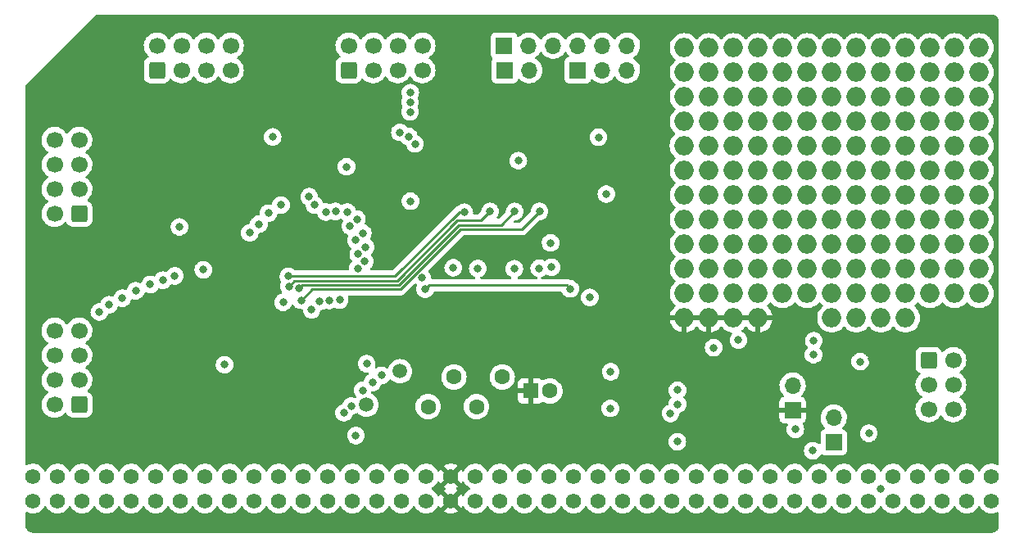
<source format=gbr>
%TF.GenerationSoftware,KiCad,Pcbnew,6.0.2+dfsg-1*%
%TF.CreationDate,2024-03-03T12:29:16-06:00*%
%TF.ProjectId,rc-duino,72632d64-7569-46e6-9f2e-6b696361645f,rev?*%
%TF.SameCoordinates,Original*%
%TF.FileFunction,Copper,L3,Inr*%
%TF.FilePolarity,Positive*%
%FSLAX46Y46*%
G04 Gerber Fmt 4.6, Leading zero omitted, Abs format (unit mm)*
G04 Created by KiCad (PCBNEW 6.0.2+dfsg-1) date 2024-03-03 12:29:16*
%MOMM*%
%LPD*%
G01*
G04 APERTURE LIST*
G04 Aperture macros list*
%AMRoundRect*
0 Rectangle with rounded corners*
0 $1 Rounding radius*
0 $2 $3 $4 $5 $6 $7 $8 $9 X,Y pos of 4 corners*
0 Add a 4 corners polygon primitive as box body*
4,1,4,$2,$3,$4,$5,$6,$7,$8,$9,$2,$3,0*
0 Add four circle primitives for the rounded corners*
1,1,$1+$1,$2,$3*
1,1,$1+$1,$4,$5*
1,1,$1+$1,$6,$7*
1,1,$1+$1,$8,$9*
0 Add four rect primitives between the rounded corners*
20,1,$1+$1,$2,$3,$4,$5,0*
20,1,$1+$1,$4,$5,$6,$7,0*
20,1,$1+$1,$6,$7,$8,$9,0*
20,1,$1+$1,$8,$9,$2,$3,0*%
G04 Aperture macros list end*
%TA.AperFunction,ComponentPad*%
%ADD10R,1.700000X1.700000*%
%TD*%
%TA.AperFunction,ComponentPad*%
%ADD11O,1.700000X1.700000*%
%TD*%
%TA.AperFunction,ComponentPad*%
%ADD12RoundRect,0.250000X-0.600000X-0.600000X0.600000X-0.600000X0.600000X0.600000X-0.600000X0.600000X0*%
%TD*%
%TA.AperFunction,ComponentPad*%
%ADD13C,1.700000*%
%TD*%
%TA.AperFunction,ComponentPad*%
%ADD14RoundRect,0.250000X0.600000X-0.600000X0.600000X0.600000X-0.600000X0.600000X-0.600000X-0.600000X0*%
%TD*%
%TA.AperFunction,ComponentPad*%
%ADD15C,1.600000*%
%TD*%
%TA.AperFunction,ComponentPad*%
%ADD16O,2.000000X2.000000*%
%TD*%
%TA.AperFunction,ComponentPad*%
%ADD17C,1.500000*%
%TD*%
%TA.AperFunction,ComponentPad*%
%ADD18C,1.574800*%
%TD*%
%TA.AperFunction,ComponentPad*%
%ADD19RoundRect,0.250000X0.600000X0.600000X-0.600000X0.600000X-0.600000X-0.600000X0.600000X-0.600000X0*%
%TD*%
%TA.AperFunction,ComponentPad*%
%ADD20R,1.600000X1.600000*%
%TD*%
%TA.AperFunction,ViaPad*%
%ADD21C,0.800000*%
%TD*%
%TA.AperFunction,Conductor*%
%ADD22C,0.250000*%
%TD*%
G04 APERTURE END LIST*
D10*
%TO.N,/pg0*%
%TO.C,J2*%
X108686600Y-40594006D03*
D11*
%TO.N,/pg1*%
X111226600Y-40594006D03*
%TO.N,/pg2*%
X113766600Y-40594006D03*
%TO.N,/pg3*%
X116306600Y-40594006D03*
%TO.N,/pg4*%
X118846600Y-40594006D03*
%TO.N,/pg5*%
X121386600Y-40594006D03*
%TD*%
D12*
%TO.N,prog_MISO*%
%TO.C,J8*%
X152564188Y-73106006D03*
D13*
%TO.N,prog5V*%
X155104188Y-73106006D03*
%TO.N,prog_sck*%
X152564188Y-75646006D03*
%TO.N,prog_MOSI*%
X155104188Y-75646006D03*
%TO.N,prog_rst*%
X152564188Y-78186006D03*
%TO.N,prog_gnd*%
X155104188Y-78186006D03*
%TD*%
D14*
%TO.N,/pk0*%
%TO.C,J5*%
X72808188Y-43134006D03*
D13*
%TO.N,/pk1*%
X72808188Y-40594006D03*
%TO.N,/pk2*%
X75348188Y-43134006D03*
%TO.N,/pk3*%
X75348188Y-40594006D03*
%TO.N,/pk4*%
X77888188Y-43134006D03*
%TO.N,/pk5*%
X77888188Y-40594006D03*
%TO.N,/pk6*%
X80428188Y-43134006D03*
%TO.N,/pk7*%
X80428188Y-40594006D03*
%TD*%
D15*
%TO.N,Net-(C6-Pad1)*%
%TO.C,C6*%
X100838000Y-77927200D03*
%TO.N,prog_gnd*%
X105838000Y-77927200D03*
%TD*%
D16*
%TO.N,*%
%TO.C,J7*%
X129860505Y-66223810D03*
X152707933Y-50954346D03*
X142560505Y-61143810D03*
X147640505Y-40823810D03*
X132400505Y-45903810D03*
X152720498Y-58603810D03*
X140020505Y-43363810D03*
X150180505Y-66223810D03*
X145087940Y-50954346D03*
X155260498Y-56063810D03*
X134940505Y-53523810D03*
X150180505Y-40823810D03*
X127305291Y-50949047D03*
X152720498Y-66223810D03*
X127317856Y-63678511D03*
X157800498Y-63683810D03*
X137480505Y-61143810D03*
X129847940Y-50954346D03*
X127317856Y-40818511D03*
X127317856Y-53518511D03*
X152720498Y-63683810D03*
X145100505Y-48443810D03*
X137480505Y-58603810D03*
X147640505Y-48443810D03*
X140020505Y-40823810D03*
X134940505Y-40823810D03*
X132400505Y-48443810D03*
X145100505Y-66223810D03*
X145100505Y-56063810D03*
X142560505Y-58603810D03*
X129860505Y-45903810D03*
X134940505Y-66223810D03*
X157800498Y-61143810D03*
X152720498Y-53523810D03*
X147640505Y-56063810D03*
X132400505Y-40823810D03*
X157800498Y-40823810D03*
X150180505Y-45903810D03*
X152720498Y-61143810D03*
X140020505Y-45903810D03*
X140020505Y-58603810D03*
X129860505Y-63683810D03*
X145100505Y-45903810D03*
X145100505Y-40823810D03*
X142560505Y-40823810D03*
X155260498Y-45903810D03*
X145100505Y-43363810D03*
X150180505Y-53523810D03*
X137480505Y-45903810D03*
X145100505Y-61143810D03*
X147640505Y-63683810D03*
X127317856Y-58598511D03*
X145100505Y-58603810D03*
X129860505Y-61143810D03*
X147640505Y-58603810D03*
X152720498Y-45903810D03*
X127317856Y-45898511D03*
X142560505Y-43363810D03*
X152720498Y-56063810D03*
X140020505Y-56063810D03*
X140020505Y-63683810D03*
X140020505Y-53523810D03*
X155260498Y-43363810D03*
X155260498Y-61143810D03*
X137480505Y-43363810D03*
X140020505Y-48443810D03*
X157800498Y-45903810D03*
X134940505Y-43363810D03*
X147640505Y-53523810D03*
X157800498Y-43363810D03*
X132400505Y-58603810D03*
X142560505Y-63683810D03*
X132400505Y-53523810D03*
X155260498Y-48443810D03*
X132400505Y-66223810D03*
X127317856Y-48438511D03*
X137480505Y-66223810D03*
X134940505Y-63683810D03*
X127317856Y-56058511D03*
X157800498Y-56063810D03*
X157787933Y-50954346D03*
X147640505Y-45903810D03*
X142547940Y-50954346D03*
X127317856Y-43358511D03*
X137480505Y-53523810D03*
X155260498Y-66223810D03*
X145100505Y-63683810D03*
X134940505Y-48443810D03*
X147640505Y-43363810D03*
X152720498Y-43363810D03*
X129860505Y-40823810D03*
X134940505Y-58603810D03*
X142560505Y-45903810D03*
X134940505Y-56063810D03*
X132387940Y-50954346D03*
X150180505Y-58603810D03*
X155247933Y-50954346D03*
X137480505Y-56063810D03*
X132400505Y-63683810D03*
X157800498Y-58603810D03*
X134940505Y-45903810D03*
X140007940Y-50954346D03*
X147640505Y-66223810D03*
X142560505Y-66223810D03*
X142560505Y-53523810D03*
X155260498Y-53523810D03*
X129860505Y-48443810D03*
X134927940Y-50954346D03*
X137480505Y-40823810D03*
X145100505Y-53523810D03*
X127317856Y-66218511D03*
X140020505Y-66223810D03*
X129860505Y-56063810D03*
X152720498Y-48443810D03*
X129860505Y-53523810D03*
X142560505Y-56063810D03*
X150180505Y-63683810D03*
X150180505Y-43363810D03*
X150180505Y-48443810D03*
X150180505Y-61143810D03*
X157800498Y-66223810D03*
X137480505Y-48443810D03*
X157800498Y-53523810D03*
X155260498Y-40823810D03*
X129860505Y-43363810D03*
X147627940Y-50954346D03*
X155260498Y-63683810D03*
X127317856Y-61138511D03*
X129860505Y-58603810D03*
X134940505Y-61143810D03*
X132400505Y-61143810D03*
X137480505Y-63683810D03*
X132400505Y-56063810D03*
X155260498Y-58603810D03*
X150167940Y-50954346D03*
X157800498Y-48443810D03*
X140020505Y-61143810D03*
X142560505Y-48443810D03*
X150180505Y-56063810D03*
X147640505Y-61143810D03*
X132400505Y-43363810D03*
X137467940Y-50954346D03*
X152720498Y-40823810D03*
%TO.N,VCC*%
X127317856Y-68758511D03*
X132397856Y-68758511D03*
X129857856Y-68758511D03*
X134937856Y-68758511D03*
%TO.N,prog_gnd*%
X142557856Y-68758511D03*
X150177856Y-68758511D03*
X147637856Y-68758511D03*
X145097856Y-68758511D03*
%TD*%
D10*
%TO.N,VCC*%
%TO.C,J14*%
X138506200Y-78282800D03*
D11*
%TO.N,prog5V*%
X138506200Y-75742800D03*
%TD*%
D17*
%TO.N,Net-(C5-Pad1)*%
%TO.C,Y1*%
X97917000Y-74269600D03*
%TO.N,Net-(C6-Pad1)*%
X94466319Y-77720281D03*
%TD*%
D10*
%TO.N,/uart2_rx*%
%TO.C,J3*%
X108736194Y-43134006D03*
D11*
%TO.N,/uart2_tx*%
X111276194Y-43134006D03*
%TD*%
D14*
%TO.N,/pj0*%
%TO.C,J4*%
X92620188Y-43134006D03*
D13*
%TO.N,/pj1*%
X92620188Y-40594006D03*
%TO.N,/pj2*%
X95160188Y-43134006D03*
%TO.N,/pj3*%
X95160188Y-40594006D03*
%TO.N,/pj4*%
X97700188Y-43134006D03*
%TO.N,/pj5*%
X97700188Y-40594006D03*
%TO.N,/pj6*%
X100240188Y-43134006D03*
%TO.N,/pj7*%
X100240188Y-40594006D03*
%TD*%
D10*
%TO.N,~{RESET}*%
%TO.C,J13*%
X142748000Y-81610200D03*
D11*
%TO.N,prog_rst*%
X142748000Y-79070200D03*
%TD*%
D18*
%TO.N,Af*%
%TO.C,U1*%
X59996578Y-87668710D03*
%TO.N,Ae*%
X62536578Y-87668710D03*
%TO.N,Ad*%
X65076578Y-87668710D03*
%TO.N,Ac*%
X67616578Y-87668710D03*
%TO.N,Ab*%
X70156578Y-87668710D03*
%TO.N,Aa*%
X72696578Y-87668710D03*
%TO.N,A9*%
X75236578Y-87668710D03*
%TO.N,A8*%
X77776578Y-87668710D03*
%TO.N,A7*%
X80316578Y-87668710D03*
%TO.N,A6*%
X82856578Y-87668710D03*
%TO.N,A5*%
X85396578Y-87668710D03*
%TO.N,A4*%
X87936578Y-87668710D03*
%TO.N,A3*%
X90476578Y-87668710D03*
%TO.N,A2*%
X93016578Y-87668710D03*
%TO.N,A1*%
X95556578Y-87668710D03*
%TO.N,A0*%
X98096578Y-87668710D03*
%TO.N,prog_gnd*%
X100636578Y-87668710D03*
%TO.N,VCC*%
X103176578Y-87668710D03*
%TO.N,M1*%
X105716578Y-87668710D03*
%TO.N,~{RESET}*%
X108256578Y-87668710D03*
%TO.N,CLK*%
X110796578Y-87668710D03*
%TO.N,INT*%
X113336578Y-87668710D03*
%TO.N,MREQ*%
X115876578Y-87668710D03*
%TO.N,WR*%
X118416578Y-87668710D03*
%TO.N,RD*%
X120956578Y-87668710D03*
%TO.N,~{IORQ}*%
X123496578Y-87668710D03*
%TO.N,D0*%
X126036578Y-87668710D03*
%TO.N,D1*%
X128576578Y-87668710D03*
%TO.N,D2*%
X131116578Y-87668710D03*
%TO.N,D3*%
X133656578Y-87668710D03*
%TO.N,D4*%
X136196578Y-87668710D03*
%TO.N,D5*%
X138736578Y-87668710D03*
%TO.N,D6*%
X141276578Y-87668710D03*
%TO.N,D7*%
X143816578Y-87668710D03*
%TO.N,unconnected-(U1-Pad35)*%
X146356578Y-87668710D03*
%TO.N,unconnected-(U1-Pad36)*%
X148896578Y-87668710D03*
%TO.N,unconnected-(U1-Pad37)*%
X151436578Y-87668710D03*
%TO.N,unconnected-(U1-Pad38)*%
X153976578Y-87668710D03*
%TO.N,unconnected-(U1-Pad39)*%
X156516578Y-87668710D03*
%TO.N,unconnected-(U1-Pad40)*%
X159056578Y-87668710D03*
%TO.N,unconnected-(U1-Pad41)*%
X59996578Y-85128710D03*
%TO.N,unconnected-(U1-Pad42)*%
X62536578Y-85128710D03*
%TO.N,unconnected-(U1-Pad43)*%
X65076578Y-85128710D03*
%TO.N,unconnected-(U1-Pad44)*%
X67616578Y-85128710D03*
%TO.N,unconnected-(U1-Pad45)*%
X70156578Y-85128710D03*
%TO.N,unconnected-(U1-Pad46)*%
X72696578Y-85128710D03*
%TO.N,unconnected-(U1-Pad47)*%
X75236578Y-85128710D03*
%TO.N,unconnected-(U1-Pad48)*%
X77776578Y-85128710D03*
%TO.N,unconnected-(U1-Pad49)*%
X80316578Y-85128710D03*
%TO.N,unconnected-(U1-Pad50)*%
X82856578Y-85128710D03*
%TO.N,unconnected-(U1-Pad51)*%
X85396578Y-85128710D03*
%TO.N,unconnected-(U1-Pad52)*%
X87936578Y-85128710D03*
%TO.N,unconnected-(U1-Pad53)*%
X90476578Y-85128710D03*
%TO.N,unconnected-(U1-Pad54)*%
X93016578Y-85128710D03*
%TO.N,unconnected-(U1-Pad55)*%
X95556578Y-85128710D03*
%TO.N,unconnected-(U1-Pad56)*%
X98096578Y-85128710D03*
%TO.N,prog_gnd*%
X100636578Y-85128710D03*
%TO.N,VCC*%
X103176578Y-85128710D03*
%TO.N,unconnected-(U1-Pad59)*%
X105716578Y-85128710D03*
%TO.N,unconnected-(U1-Pad60)*%
X108256578Y-85128710D03*
%TO.N,unconnected-(U1-Pad61)*%
X110796578Y-85128710D03*
%TO.N,BusAck*%
X113336578Y-85128710D03*
%TO.N,Halt*%
X115876578Y-85128710D03*
%TO.N,BusRQ*%
X118416578Y-85128710D03*
%TO.N,~{WAIT}*%
X120956578Y-85128710D03*
%TO.N,NMI*%
X123496578Y-85128710D03*
%TO.N,unconnected-(U1-Pad67)*%
X126036578Y-85128710D03*
%TO.N,unconnected-(U1-Pad68)*%
X128576578Y-85128710D03*
%TO.N,unconnected-(U1-Pad69)*%
X131116578Y-85128710D03*
%TO.N,unconnected-(U1-Pad70)*%
X133656578Y-85128710D03*
%TO.N,unconnected-(U1-Pad71)*%
X136196578Y-85128710D03*
%TO.N,unconnected-(U1-Pad72)*%
X138736578Y-85128710D03*
%TO.N,unconnected-(U1-Pad73)*%
X141276578Y-85128710D03*
%TO.N,unconnected-(U1-Pad74)*%
X143816578Y-85128710D03*
%TO.N,unconnected-(U1-Pad75)*%
X146356578Y-85128710D03*
%TO.N,unconnected-(U1-Pad76)*%
X148896578Y-85128710D03*
%TO.N,unconnected-(U1-Pad77)*%
X151436578Y-85128710D03*
%TO.N,unconnected-(U1-Pad78)*%
X153976578Y-85128710D03*
%TO.N,unconnected-(U1-Pad79)*%
X156516578Y-85128710D03*
%TO.N,unconnected-(U1-Pad80)*%
X159056578Y-85128710D03*
%TD*%
D19*
%TO.N,/pf0*%
%TO.C,J10*%
X64771788Y-57982221D03*
D13*
%TO.N,/pf1*%
X62231788Y-57982221D03*
%TO.N,/pf2*%
X64771788Y-55442221D03*
%TO.N,/pf3*%
X62231788Y-55442221D03*
%TO.N,/pf4*%
X64771788Y-52902221D03*
%TO.N,/pf5*%
X62231788Y-52902221D03*
%TO.N,/pf6*%
X64771788Y-50362221D03*
%TO.N,/pf7*%
X62231788Y-50362221D03*
%TD*%
D20*
%TO.N,VCC*%
%TO.C,47uf1*%
X111421449Y-76312200D03*
D15*
%TO.N,prog_gnd*%
X113421449Y-76312200D03*
%TD*%
%TO.N,Net-(C5-Pad1)*%
%TO.C,C5*%
X103505000Y-74853800D03*
%TO.N,prog_gnd*%
X108505000Y-74853800D03*
%TD*%
D10*
%TO.N,/SCL*%
%TO.C,J1*%
X116306600Y-43134006D03*
D11*
%TO.N,/SDA*%
X118846600Y-43134006D03*
%TO.N,/i2c int*%
X121386600Y-43134006D03*
%TD*%
D19*
%TO.N,/pe0*%
%TO.C,J6*%
X64771788Y-77711906D03*
D13*
%TO.N,/pe1*%
X62231788Y-77711906D03*
%TO.N,/pe2*%
X64771788Y-75171906D03*
%TO.N,/pe3*%
X62231788Y-75171906D03*
%TO.N,/pe4*%
X64771788Y-72631906D03*
%TO.N,/pe5*%
X62231788Y-72631906D03*
%TO.N,/pe6*%
X64771788Y-70091906D03*
%TO.N,/pe7*%
X62231788Y-70091906D03*
%TD*%
D21*
%TO.N,VCC*%
X119454122Y-60389106D03*
X75211188Y-60846306D03*
X79796488Y-71704200D03*
X137515600Y-71869906D03*
X92405200Y-74168000D03*
X107075654Y-53215078D03*
X146685000Y-72962106D03*
X85726788Y-50940306D03*
X98071188Y-57772906D03*
X121616988Y-49568706D03*
%TO.N,prog_gnd*%
X75134988Y-59347706D03*
X79796488Y-73583800D03*
X119706988Y-74313306D03*
X99010988Y-56680706D03*
X145491200Y-73266906D03*
X113488988Y-60998706D03*
X119253000Y-55944106D03*
X94488000Y-73482200D03*
X140690600Y-71107906D03*
X84774288Y-50038606D03*
X113588800Y-63513306D03*
X110159800Y-52489706D03*
X118441988Y-50076706D03*
X146380200Y-80683700D03*
%TO.N,prog_rst*%
X130341843Y-71830063D03*
X85852000Y-67137006D03*
X138793390Y-80281610D03*
X119666188Y-78113306D03*
%TO.N,/uart2_rx*%
X82402200Y-59948806D03*
%TO.N,/uart2_tx*%
X83342000Y-59059806D03*
%TO.N,/pj0*%
X99478188Y-50754006D03*
%TO.N,/pj1*%
X98827033Y-49995717D03*
%TO.N,/pj2*%
X97918445Y-49579215D03*
%TO.N,/pj3*%
X98970188Y-47453711D03*
%TO.N,/pj4*%
X98969777Y-46454209D03*
%TO.N,/pj5*%
X98992335Y-45454961D03*
%TO.N,/pe0*%
X74652378Y-64402310D03*
%TO.N,/pe1*%
X73407778Y-64859510D03*
%TO.N,/pe2*%
X72112378Y-65291310D03*
%TO.N,/pe3*%
X70613778Y-65951710D03*
%TO.N,/pe4*%
X69242178Y-66713710D03*
%TO.N,/pe5*%
X67845178Y-67399510D03*
%TO.N,/pe6*%
X66854578Y-68136110D03*
%TO.N,Af*%
X93473788Y-58534906D03*
%TO.N,Ae*%
X92781024Y-59259406D03*
%TO.N,Ad*%
X94083388Y-59983906D03*
%TO.N,Ac*%
X93372188Y-60708406D03*
%TO.N,Ab*%
X94388188Y-61432906D03*
%TO.N,Aa*%
X93613998Y-62163193D03*
%TO.N,A9*%
X94283325Y-62905492D03*
%TO.N,A8*%
X93591062Y-63626447D03*
%TO.N,A7*%
X86398700Y-64453106D03*
X92483188Y-57798306D03*
X104571800Y-57823706D03*
%TO.N,A6*%
X91263988Y-57747506D03*
X107238800Y-57747506D03*
X86436200Y-65481200D03*
%TO.N,A5*%
X90265867Y-57800039D03*
X109778800Y-57747506D03*
X87503000Y-65659000D03*
%TO.N,A4*%
X89110113Y-57087106D03*
X87706200Y-66929000D03*
X112344200Y-57747506D03*
%TO.N,A3*%
X88546084Y-56217115D03*
X88798400Y-67903207D03*
X112318800Y-63614906D03*
%TO.N,A2*%
X89638456Y-67055856D03*
X109753400Y-63665706D03*
%TO.N,A1*%
X90631317Y-66940823D03*
X105968800Y-63640306D03*
%TO.N,A0*%
X103428800Y-63564106D03*
X91692550Y-66904189D03*
%TO.N,M1*%
X93368940Y-80910722D03*
%TO.N,CLK*%
X147611188Y-86441006D03*
X92141439Y-78553355D03*
%TO.N,INT*%
X92876668Y-77876247D03*
%TO.N,MREQ*%
X94056200Y-76250800D03*
%TO.N,WR*%
X95072200Y-75438000D03*
%TO.N,RD*%
X96012000Y-74701400D03*
%TO.N,~{IORQ}*%
X100533200Y-65773906D03*
X115519200Y-65748506D03*
%TO.N,/pg2*%
X92403688Y-53124706D03*
%TO.N,/pg3*%
X84338899Y-57925306D03*
%TO.N,~{portIOrequest}*%
X117551200Y-66637506D03*
X140665200Y-72555706D03*
%TO.N,prog_MISO*%
X126605648Y-76225452D03*
%TO.N,prog_sck*%
X126605700Y-77673200D03*
%TO.N,prog_MOSI*%
X125881200Y-78626306D03*
%TO.N,~{WAIT}*%
X140589000Y-82478606D03*
%TO.N,~{IO_addr_comp}*%
X100228400Y-64580106D03*
X132905856Y-71044511D03*
%TO.N,~{RESET}*%
X126593600Y-81559400D03*
%TO.N,/pg4*%
X85631801Y-57082201D03*
%TO.N,/pg5*%
X77597000Y-63779400D03*
%TD*%
D22*
%TO.N,A7*%
X86479020Y-64361274D02*
X86398700Y-64441594D01*
X97423688Y-64453106D02*
X104053088Y-57823706D01*
X104053088Y-57823706D02*
X104571800Y-57823706D01*
X86398700Y-64453106D02*
X97423688Y-64453106D01*
X86398700Y-64441594D02*
X86398700Y-64453106D01*
%TO.N,A6*%
X103823131Y-58689378D02*
X106296928Y-58689378D01*
X87014784Y-64902616D02*
X97609893Y-64902616D01*
X86436200Y-65481200D02*
X87014784Y-64902616D01*
X106296928Y-58689378D02*
X107238800Y-57747506D01*
X97609893Y-64902616D02*
X103823131Y-58689378D01*
%TO.N,A5*%
X87809873Y-65352127D02*
X97796075Y-65352127D01*
X97796075Y-65352127D02*
X104009313Y-59138889D01*
X87503000Y-65659000D02*
X87809873Y-65352127D01*
X104009313Y-59138889D02*
X108387417Y-59138889D01*
X108387417Y-59138889D02*
X109778800Y-57747506D01*
%TO.N,A4*%
X104195506Y-59588400D02*
X110503306Y-59588400D01*
X87706200Y-66929000D02*
X88833562Y-65801638D01*
X88833562Y-65801638D02*
X97982268Y-65801638D01*
X110503306Y-59588400D02*
X112344200Y-57747506D01*
X97982268Y-65801638D02*
X104195506Y-59588400D01*
%TO.N,~{IORQ}*%
X115138200Y-65367506D02*
X115519200Y-65748506D01*
X100533200Y-65773906D02*
X100939600Y-65367506D01*
X100939600Y-65367506D02*
X115138200Y-65367506D01*
%TD*%
%TA.AperFunction,Conductor*%
%TO.N,VCC*%
G36*
X159026635Y-37378210D02*
G01*
X159041436Y-37380515D01*
X159041439Y-37380515D01*
X159050308Y-37381896D01*
X159061306Y-37380458D01*
X159089989Y-37380001D01*
X159192885Y-37390135D01*
X159217109Y-37394954D01*
X159336311Y-37431114D01*
X159359131Y-37440566D01*
X159468978Y-37499280D01*
X159489516Y-37513003D01*
X159585801Y-37592022D01*
X159603266Y-37609487D01*
X159682285Y-37705772D01*
X159696008Y-37726310D01*
X159754722Y-37836157D01*
X159764174Y-37858977D01*
X159800334Y-37978179D01*
X159805153Y-38002405D01*
X159814622Y-38098544D01*
X159814170Y-38114586D01*
X159814883Y-38114595D01*
X159814773Y-38123568D01*
X159813392Y-38132440D01*
X159814556Y-38141342D01*
X159814556Y-38141345D01*
X159817514Y-38163961D01*
X159818578Y-38180299D01*
X159818578Y-83856389D01*
X159798576Y-83924510D01*
X159744920Y-83971003D01*
X159674646Y-83981107D01*
X159639330Y-83970585D01*
X159501495Y-83906311D01*
X159496187Y-83904889D01*
X159496185Y-83904888D01*
X159287783Y-83849047D01*
X159287781Y-83849047D01*
X159282468Y-83847623D01*
X159056578Y-83827860D01*
X158830688Y-83847623D01*
X158825375Y-83849047D01*
X158825373Y-83849047D01*
X158616971Y-83904888D01*
X158616969Y-83904889D01*
X158611661Y-83906311D01*
X158606680Y-83908633D01*
X158606679Y-83908634D01*
X158411140Y-83999815D01*
X158411135Y-83999818D01*
X158406153Y-84002141D01*
X158401646Y-84005297D01*
X158401644Y-84005298D01*
X158224919Y-84129042D01*
X158224916Y-84129044D01*
X158220408Y-84132201D01*
X158060069Y-84292540D01*
X158056912Y-84297048D01*
X158056910Y-84297051D01*
X157966938Y-84425545D01*
X157930009Y-84478285D01*
X157927686Y-84483267D01*
X157927683Y-84483272D01*
X157900773Y-84540982D01*
X157853856Y-84594267D01*
X157785579Y-84613728D01*
X157717619Y-84593186D01*
X157672383Y-84540982D01*
X157645473Y-84483272D01*
X157645470Y-84483267D01*
X157643147Y-84478285D01*
X157606218Y-84425545D01*
X157516246Y-84297051D01*
X157516244Y-84297048D01*
X157513087Y-84292540D01*
X157352748Y-84132201D01*
X157348240Y-84129044D01*
X157348237Y-84129042D01*
X157171512Y-84005298D01*
X157171510Y-84005297D01*
X157167003Y-84002141D01*
X157162021Y-83999818D01*
X157162016Y-83999815D01*
X156966477Y-83908634D01*
X156966476Y-83908633D01*
X156961495Y-83906311D01*
X156956187Y-83904889D01*
X156956185Y-83904888D01*
X156747783Y-83849047D01*
X156747781Y-83849047D01*
X156742468Y-83847623D01*
X156516578Y-83827860D01*
X156290688Y-83847623D01*
X156285375Y-83849047D01*
X156285373Y-83849047D01*
X156076971Y-83904888D01*
X156076969Y-83904889D01*
X156071661Y-83906311D01*
X156066680Y-83908633D01*
X156066679Y-83908634D01*
X155871140Y-83999815D01*
X155871135Y-83999818D01*
X155866153Y-84002141D01*
X155861646Y-84005297D01*
X155861644Y-84005298D01*
X155684919Y-84129042D01*
X155684916Y-84129044D01*
X155680408Y-84132201D01*
X155520069Y-84292540D01*
X155516912Y-84297048D01*
X155516910Y-84297051D01*
X155426938Y-84425545D01*
X155390009Y-84478285D01*
X155387686Y-84483267D01*
X155387683Y-84483272D01*
X155360773Y-84540982D01*
X155313856Y-84594267D01*
X155245579Y-84613728D01*
X155177619Y-84593186D01*
X155132383Y-84540982D01*
X155105473Y-84483272D01*
X155105470Y-84483267D01*
X155103147Y-84478285D01*
X155066218Y-84425545D01*
X154976246Y-84297051D01*
X154976244Y-84297048D01*
X154973087Y-84292540D01*
X154812748Y-84132201D01*
X154808240Y-84129044D01*
X154808237Y-84129042D01*
X154631512Y-84005298D01*
X154631510Y-84005297D01*
X154627003Y-84002141D01*
X154622021Y-83999818D01*
X154622016Y-83999815D01*
X154426477Y-83908634D01*
X154426476Y-83908633D01*
X154421495Y-83906311D01*
X154416187Y-83904889D01*
X154416185Y-83904888D01*
X154207783Y-83849047D01*
X154207781Y-83849047D01*
X154202468Y-83847623D01*
X153976578Y-83827860D01*
X153750688Y-83847623D01*
X153745375Y-83849047D01*
X153745373Y-83849047D01*
X153536971Y-83904888D01*
X153536969Y-83904889D01*
X153531661Y-83906311D01*
X153526680Y-83908633D01*
X153526679Y-83908634D01*
X153331140Y-83999815D01*
X153331135Y-83999818D01*
X153326153Y-84002141D01*
X153321646Y-84005297D01*
X153321644Y-84005298D01*
X153144919Y-84129042D01*
X153144916Y-84129044D01*
X153140408Y-84132201D01*
X152980069Y-84292540D01*
X152976912Y-84297048D01*
X152976910Y-84297051D01*
X152886938Y-84425545D01*
X152850009Y-84478285D01*
X152847686Y-84483267D01*
X152847683Y-84483272D01*
X152820773Y-84540982D01*
X152773856Y-84594267D01*
X152705579Y-84613728D01*
X152637619Y-84593186D01*
X152592383Y-84540982D01*
X152565473Y-84483272D01*
X152565470Y-84483267D01*
X152563147Y-84478285D01*
X152526218Y-84425545D01*
X152436246Y-84297051D01*
X152436244Y-84297048D01*
X152433087Y-84292540D01*
X152272748Y-84132201D01*
X152268240Y-84129044D01*
X152268237Y-84129042D01*
X152091512Y-84005298D01*
X152091510Y-84005297D01*
X152087003Y-84002141D01*
X152082021Y-83999818D01*
X152082016Y-83999815D01*
X151886477Y-83908634D01*
X151886476Y-83908633D01*
X151881495Y-83906311D01*
X151876187Y-83904889D01*
X151876185Y-83904888D01*
X151667783Y-83849047D01*
X151667781Y-83849047D01*
X151662468Y-83847623D01*
X151436578Y-83827860D01*
X151210688Y-83847623D01*
X151205375Y-83849047D01*
X151205373Y-83849047D01*
X150996971Y-83904888D01*
X150996969Y-83904889D01*
X150991661Y-83906311D01*
X150986680Y-83908633D01*
X150986679Y-83908634D01*
X150791140Y-83999815D01*
X150791135Y-83999818D01*
X150786153Y-84002141D01*
X150781646Y-84005297D01*
X150781644Y-84005298D01*
X150604919Y-84129042D01*
X150604916Y-84129044D01*
X150600408Y-84132201D01*
X150440069Y-84292540D01*
X150436912Y-84297048D01*
X150436910Y-84297051D01*
X150346938Y-84425545D01*
X150310009Y-84478285D01*
X150307686Y-84483267D01*
X150307683Y-84483272D01*
X150280773Y-84540982D01*
X150233856Y-84594267D01*
X150165579Y-84613728D01*
X150097619Y-84593186D01*
X150052383Y-84540982D01*
X150025473Y-84483272D01*
X150025470Y-84483267D01*
X150023147Y-84478285D01*
X149986218Y-84425545D01*
X149896246Y-84297051D01*
X149896244Y-84297048D01*
X149893087Y-84292540D01*
X149732748Y-84132201D01*
X149728240Y-84129044D01*
X149728237Y-84129042D01*
X149551512Y-84005298D01*
X149551510Y-84005297D01*
X149547003Y-84002141D01*
X149542021Y-83999818D01*
X149542016Y-83999815D01*
X149346477Y-83908634D01*
X149346476Y-83908633D01*
X149341495Y-83906311D01*
X149336187Y-83904889D01*
X149336185Y-83904888D01*
X149127783Y-83849047D01*
X149127781Y-83849047D01*
X149122468Y-83847623D01*
X148896578Y-83827860D01*
X148670688Y-83847623D01*
X148665375Y-83849047D01*
X148665373Y-83849047D01*
X148456971Y-83904888D01*
X148456969Y-83904889D01*
X148451661Y-83906311D01*
X148446680Y-83908633D01*
X148446679Y-83908634D01*
X148251140Y-83999815D01*
X148251135Y-83999818D01*
X148246153Y-84002141D01*
X148241646Y-84005297D01*
X148241644Y-84005298D01*
X148064919Y-84129042D01*
X148064916Y-84129044D01*
X148060408Y-84132201D01*
X147900069Y-84292540D01*
X147896912Y-84297048D01*
X147896910Y-84297051D01*
X147806938Y-84425545D01*
X147770009Y-84478285D01*
X147767686Y-84483267D01*
X147767683Y-84483272D01*
X147740773Y-84540982D01*
X147693856Y-84594267D01*
X147625579Y-84613728D01*
X147557619Y-84593186D01*
X147512383Y-84540982D01*
X147485473Y-84483272D01*
X147485470Y-84483267D01*
X147483147Y-84478285D01*
X147446218Y-84425545D01*
X147356246Y-84297051D01*
X147356244Y-84297048D01*
X147353087Y-84292540D01*
X147192748Y-84132201D01*
X147188240Y-84129044D01*
X147188237Y-84129042D01*
X147011512Y-84005298D01*
X147011510Y-84005297D01*
X147007003Y-84002141D01*
X147002021Y-83999818D01*
X147002016Y-83999815D01*
X146806477Y-83908634D01*
X146806476Y-83908633D01*
X146801495Y-83906311D01*
X146796187Y-83904889D01*
X146796185Y-83904888D01*
X146587783Y-83849047D01*
X146587781Y-83849047D01*
X146582468Y-83847623D01*
X146356578Y-83827860D01*
X146130688Y-83847623D01*
X146125375Y-83849047D01*
X146125373Y-83849047D01*
X145916971Y-83904888D01*
X145916969Y-83904889D01*
X145911661Y-83906311D01*
X145906680Y-83908633D01*
X145906679Y-83908634D01*
X145711140Y-83999815D01*
X145711135Y-83999818D01*
X145706153Y-84002141D01*
X145701646Y-84005297D01*
X145701644Y-84005298D01*
X145524919Y-84129042D01*
X145524916Y-84129044D01*
X145520408Y-84132201D01*
X145360069Y-84292540D01*
X145356912Y-84297048D01*
X145356910Y-84297051D01*
X145266938Y-84425545D01*
X145230009Y-84478285D01*
X145227686Y-84483267D01*
X145227683Y-84483272D01*
X145200773Y-84540982D01*
X145153856Y-84594267D01*
X145085579Y-84613728D01*
X145017619Y-84593186D01*
X144972383Y-84540982D01*
X144945473Y-84483272D01*
X144945470Y-84483267D01*
X144943147Y-84478285D01*
X144906218Y-84425545D01*
X144816246Y-84297051D01*
X144816244Y-84297048D01*
X144813087Y-84292540D01*
X144652748Y-84132201D01*
X144648240Y-84129044D01*
X144648237Y-84129042D01*
X144471512Y-84005298D01*
X144471510Y-84005297D01*
X144467003Y-84002141D01*
X144462021Y-83999818D01*
X144462016Y-83999815D01*
X144266477Y-83908634D01*
X144266476Y-83908633D01*
X144261495Y-83906311D01*
X144256187Y-83904889D01*
X144256185Y-83904888D01*
X144047783Y-83849047D01*
X144047781Y-83849047D01*
X144042468Y-83847623D01*
X143816578Y-83827860D01*
X143590688Y-83847623D01*
X143585375Y-83849047D01*
X143585373Y-83849047D01*
X143376971Y-83904888D01*
X143376969Y-83904889D01*
X143371661Y-83906311D01*
X143366680Y-83908633D01*
X143366679Y-83908634D01*
X143171140Y-83999815D01*
X143171135Y-83999818D01*
X143166153Y-84002141D01*
X143161646Y-84005297D01*
X143161644Y-84005298D01*
X142984919Y-84129042D01*
X142984916Y-84129044D01*
X142980408Y-84132201D01*
X142820069Y-84292540D01*
X142816912Y-84297048D01*
X142816910Y-84297051D01*
X142726938Y-84425545D01*
X142690009Y-84478285D01*
X142687686Y-84483267D01*
X142687683Y-84483272D01*
X142660773Y-84540982D01*
X142613856Y-84594267D01*
X142545579Y-84613728D01*
X142477619Y-84593186D01*
X142432383Y-84540982D01*
X142405473Y-84483272D01*
X142405470Y-84483267D01*
X142403147Y-84478285D01*
X142366218Y-84425545D01*
X142276246Y-84297051D01*
X142276244Y-84297048D01*
X142273087Y-84292540D01*
X142112748Y-84132201D01*
X142108240Y-84129044D01*
X142108237Y-84129042D01*
X141931512Y-84005298D01*
X141931510Y-84005297D01*
X141927003Y-84002141D01*
X141922021Y-83999818D01*
X141922016Y-83999815D01*
X141726477Y-83908634D01*
X141726476Y-83908633D01*
X141721495Y-83906311D01*
X141716187Y-83904889D01*
X141716185Y-83904888D01*
X141507783Y-83849047D01*
X141507781Y-83849047D01*
X141502468Y-83847623D01*
X141276578Y-83827860D01*
X141050688Y-83847623D01*
X141045375Y-83849047D01*
X141045373Y-83849047D01*
X140836971Y-83904888D01*
X140836969Y-83904889D01*
X140831661Y-83906311D01*
X140826680Y-83908633D01*
X140826679Y-83908634D01*
X140631140Y-83999815D01*
X140631135Y-83999818D01*
X140626153Y-84002141D01*
X140621646Y-84005297D01*
X140621644Y-84005298D01*
X140444919Y-84129042D01*
X140444916Y-84129044D01*
X140440408Y-84132201D01*
X140280069Y-84292540D01*
X140276912Y-84297048D01*
X140276910Y-84297051D01*
X140186938Y-84425545D01*
X140150009Y-84478285D01*
X140147686Y-84483267D01*
X140147683Y-84483272D01*
X140120773Y-84540982D01*
X140073856Y-84594267D01*
X140005579Y-84613728D01*
X139937619Y-84593186D01*
X139892383Y-84540982D01*
X139865473Y-84483272D01*
X139865470Y-84483267D01*
X139863147Y-84478285D01*
X139826218Y-84425545D01*
X139736246Y-84297051D01*
X139736244Y-84297048D01*
X139733087Y-84292540D01*
X139572748Y-84132201D01*
X139568240Y-84129044D01*
X139568237Y-84129042D01*
X139391512Y-84005298D01*
X139391510Y-84005297D01*
X139387003Y-84002141D01*
X139382021Y-83999818D01*
X139382016Y-83999815D01*
X139186477Y-83908634D01*
X139186476Y-83908633D01*
X139181495Y-83906311D01*
X139176187Y-83904889D01*
X139176185Y-83904888D01*
X138967783Y-83849047D01*
X138967781Y-83849047D01*
X138962468Y-83847623D01*
X138736578Y-83827860D01*
X138510688Y-83847623D01*
X138505375Y-83849047D01*
X138505373Y-83849047D01*
X138296971Y-83904888D01*
X138296969Y-83904889D01*
X138291661Y-83906311D01*
X138286680Y-83908633D01*
X138286679Y-83908634D01*
X138091140Y-83999815D01*
X138091135Y-83999818D01*
X138086153Y-84002141D01*
X138081646Y-84005297D01*
X138081644Y-84005298D01*
X137904919Y-84129042D01*
X137904916Y-84129044D01*
X137900408Y-84132201D01*
X137740069Y-84292540D01*
X137736912Y-84297048D01*
X137736910Y-84297051D01*
X137646938Y-84425545D01*
X137610009Y-84478285D01*
X137607686Y-84483267D01*
X137607683Y-84483272D01*
X137580773Y-84540982D01*
X137533856Y-84594267D01*
X137465579Y-84613728D01*
X137397619Y-84593186D01*
X137352383Y-84540982D01*
X137325473Y-84483272D01*
X137325470Y-84483267D01*
X137323147Y-84478285D01*
X137286218Y-84425545D01*
X137196246Y-84297051D01*
X137196244Y-84297048D01*
X137193087Y-84292540D01*
X137032748Y-84132201D01*
X137028240Y-84129044D01*
X137028237Y-84129042D01*
X136851512Y-84005298D01*
X136851510Y-84005297D01*
X136847003Y-84002141D01*
X136842021Y-83999818D01*
X136842016Y-83999815D01*
X136646477Y-83908634D01*
X136646476Y-83908633D01*
X136641495Y-83906311D01*
X136636187Y-83904889D01*
X136636185Y-83904888D01*
X136427783Y-83849047D01*
X136427781Y-83849047D01*
X136422468Y-83847623D01*
X136196578Y-83827860D01*
X135970688Y-83847623D01*
X135965375Y-83849047D01*
X135965373Y-83849047D01*
X135756971Y-83904888D01*
X135756969Y-83904889D01*
X135751661Y-83906311D01*
X135746680Y-83908633D01*
X135746679Y-83908634D01*
X135551140Y-83999815D01*
X135551135Y-83999818D01*
X135546153Y-84002141D01*
X135541646Y-84005297D01*
X135541644Y-84005298D01*
X135364919Y-84129042D01*
X135364916Y-84129044D01*
X135360408Y-84132201D01*
X135200069Y-84292540D01*
X135196912Y-84297048D01*
X135196910Y-84297051D01*
X135106938Y-84425545D01*
X135070009Y-84478285D01*
X135067686Y-84483267D01*
X135067683Y-84483272D01*
X135040773Y-84540982D01*
X134993856Y-84594267D01*
X134925579Y-84613728D01*
X134857619Y-84593186D01*
X134812383Y-84540982D01*
X134785473Y-84483272D01*
X134785470Y-84483267D01*
X134783147Y-84478285D01*
X134746218Y-84425545D01*
X134656246Y-84297051D01*
X134656244Y-84297048D01*
X134653087Y-84292540D01*
X134492748Y-84132201D01*
X134488240Y-84129044D01*
X134488237Y-84129042D01*
X134311512Y-84005298D01*
X134311510Y-84005297D01*
X134307003Y-84002141D01*
X134302021Y-83999818D01*
X134302016Y-83999815D01*
X134106477Y-83908634D01*
X134106476Y-83908633D01*
X134101495Y-83906311D01*
X134096187Y-83904889D01*
X134096185Y-83904888D01*
X133887783Y-83849047D01*
X133887781Y-83849047D01*
X133882468Y-83847623D01*
X133656578Y-83827860D01*
X133430688Y-83847623D01*
X133425375Y-83849047D01*
X133425373Y-83849047D01*
X133216971Y-83904888D01*
X133216969Y-83904889D01*
X133211661Y-83906311D01*
X133206680Y-83908633D01*
X133206679Y-83908634D01*
X133011140Y-83999815D01*
X133011135Y-83999818D01*
X133006153Y-84002141D01*
X133001646Y-84005297D01*
X133001644Y-84005298D01*
X132824919Y-84129042D01*
X132824916Y-84129044D01*
X132820408Y-84132201D01*
X132660069Y-84292540D01*
X132656912Y-84297048D01*
X132656910Y-84297051D01*
X132566938Y-84425545D01*
X132530009Y-84478285D01*
X132527686Y-84483267D01*
X132527683Y-84483272D01*
X132500773Y-84540982D01*
X132453856Y-84594267D01*
X132385579Y-84613728D01*
X132317619Y-84593186D01*
X132272383Y-84540982D01*
X132245473Y-84483272D01*
X132245470Y-84483267D01*
X132243147Y-84478285D01*
X132206218Y-84425545D01*
X132116246Y-84297051D01*
X132116244Y-84297048D01*
X132113087Y-84292540D01*
X131952748Y-84132201D01*
X131948240Y-84129044D01*
X131948237Y-84129042D01*
X131771512Y-84005298D01*
X131771510Y-84005297D01*
X131767003Y-84002141D01*
X131762021Y-83999818D01*
X131762016Y-83999815D01*
X131566477Y-83908634D01*
X131566476Y-83908633D01*
X131561495Y-83906311D01*
X131556187Y-83904889D01*
X131556185Y-83904888D01*
X131347783Y-83849047D01*
X131347781Y-83849047D01*
X131342468Y-83847623D01*
X131116578Y-83827860D01*
X130890688Y-83847623D01*
X130885375Y-83849047D01*
X130885373Y-83849047D01*
X130676971Y-83904888D01*
X130676969Y-83904889D01*
X130671661Y-83906311D01*
X130666680Y-83908633D01*
X130666679Y-83908634D01*
X130471140Y-83999815D01*
X130471135Y-83999818D01*
X130466153Y-84002141D01*
X130461646Y-84005297D01*
X130461644Y-84005298D01*
X130284919Y-84129042D01*
X130284916Y-84129044D01*
X130280408Y-84132201D01*
X130120069Y-84292540D01*
X130116912Y-84297048D01*
X130116910Y-84297051D01*
X130026938Y-84425545D01*
X129990009Y-84478285D01*
X129987686Y-84483267D01*
X129987683Y-84483272D01*
X129960773Y-84540982D01*
X129913856Y-84594267D01*
X129845579Y-84613728D01*
X129777619Y-84593186D01*
X129732383Y-84540982D01*
X129705473Y-84483272D01*
X129705470Y-84483267D01*
X129703147Y-84478285D01*
X129666218Y-84425545D01*
X129576246Y-84297051D01*
X129576244Y-84297048D01*
X129573087Y-84292540D01*
X129412748Y-84132201D01*
X129408240Y-84129044D01*
X129408237Y-84129042D01*
X129231512Y-84005298D01*
X129231510Y-84005297D01*
X129227003Y-84002141D01*
X129222021Y-83999818D01*
X129222016Y-83999815D01*
X129026477Y-83908634D01*
X129026476Y-83908633D01*
X129021495Y-83906311D01*
X129016187Y-83904889D01*
X129016185Y-83904888D01*
X128807783Y-83849047D01*
X128807781Y-83849047D01*
X128802468Y-83847623D01*
X128576578Y-83827860D01*
X128350688Y-83847623D01*
X128345375Y-83849047D01*
X128345373Y-83849047D01*
X128136971Y-83904888D01*
X128136969Y-83904889D01*
X128131661Y-83906311D01*
X128126680Y-83908633D01*
X128126679Y-83908634D01*
X127931140Y-83999815D01*
X127931135Y-83999818D01*
X127926153Y-84002141D01*
X127921646Y-84005297D01*
X127921644Y-84005298D01*
X127744919Y-84129042D01*
X127744916Y-84129044D01*
X127740408Y-84132201D01*
X127580069Y-84292540D01*
X127576912Y-84297048D01*
X127576910Y-84297051D01*
X127486938Y-84425545D01*
X127450009Y-84478285D01*
X127447686Y-84483267D01*
X127447683Y-84483272D01*
X127420773Y-84540982D01*
X127373856Y-84594267D01*
X127305579Y-84613728D01*
X127237619Y-84593186D01*
X127192383Y-84540982D01*
X127165473Y-84483272D01*
X127165470Y-84483267D01*
X127163147Y-84478285D01*
X127126218Y-84425545D01*
X127036246Y-84297051D01*
X127036244Y-84297048D01*
X127033087Y-84292540D01*
X126872748Y-84132201D01*
X126868240Y-84129044D01*
X126868237Y-84129042D01*
X126691512Y-84005298D01*
X126691510Y-84005297D01*
X126687003Y-84002141D01*
X126682021Y-83999818D01*
X126682016Y-83999815D01*
X126486477Y-83908634D01*
X126486476Y-83908633D01*
X126481495Y-83906311D01*
X126476187Y-83904889D01*
X126476185Y-83904888D01*
X126267783Y-83849047D01*
X126267781Y-83849047D01*
X126262468Y-83847623D01*
X126036578Y-83827860D01*
X125810688Y-83847623D01*
X125805375Y-83849047D01*
X125805373Y-83849047D01*
X125596971Y-83904888D01*
X125596969Y-83904889D01*
X125591661Y-83906311D01*
X125586680Y-83908633D01*
X125586679Y-83908634D01*
X125391140Y-83999815D01*
X125391135Y-83999818D01*
X125386153Y-84002141D01*
X125381646Y-84005297D01*
X125381644Y-84005298D01*
X125204919Y-84129042D01*
X125204916Y-84129044D01*
X125200408Y-84132201D01*
X125040069Y-84292540D01*
X125036912Y-84297048D01*
X125036910Y-84297051D01*
X124946938Y-84425545D01*
X124910009Y-84478285D01*
X124907686Y-84483267D01*
X124907683Y-84483272D01*
X124880773Y-84540982D01*
X124833856Y-84594267D01*
X124765579Y-84613728D01*
X124697619Y-84593186D01*
X124652383Y-84540982D01*
X124625473Y-84483272D01*
X124625470Y-84483267D01*
X124623147Y-84478285D01*
X124586218Y-84425545D01*
X124496246Y-84297051D01*
X124496244Y-84297048D01*
X124493087Y-84292540D01*
X124332748Y-84132201D01*
X124328240Y-84129044D01*
X124328237Y-84129042D01*
X124151512Y-84005298D01*
X124151510Y-84005297D01*
X124147003Y-84002141D01*
X124142021Y-83999818D01*
X124142016Y-83999815D01*
X123946477Y-83908634D01*
X123946476Y-83908633D01*
X123941495Y-83906311D01*
X123936187Y-83904889D01*
X123936185Y-83904888D01*
X123727783Y-83849047D01*
X123727781Y-83849047D01*
X123722468Y-83847623D01*
X123496578Y-83827860D01*
X123270688Y-83847623D01*
X123265375Y-83849047D01*
X123265373Y-83849047D01*
X123056971Y-83904888D01*
X123056969Y-83904889D01*
X123051661Y-83906311D01*
X123046680Y-83908633D01*
X123046679Y-83908634D01*
X122851140Y-83999815D01*
X122851135Y-83999818D01*
X122846153Y-84002141D01*
X122841646Y-84005297D01*
X122841644Y-84005298D01*
X122664919Y-84129042D01*
X122664916Y-84129044D01*
X122660408Y-84132201D01*
X122500069Y-84292540D01*
X122496912Y-84297048D01*
X122496910Y-84297051D01*
X122406938Y-84425545D01*
X122370009Y-84478285D01*
X122367686Y-84483267D01*
X122367683Y-84483272D01*
X122340773Y-84540982D01*
X122293856Y-84594267D01*
X122225579Y-84613728D01*
X122157619Y-84593186D01*
X122112383Y-84540982D01*
X122085473Y-84483272D01*
X122085470Y-84483267D01*
X122083147Y-84478285D01*
X122046218Y-84425545D01*
X121956246Y-84297051D01*
X121956244Y-84297048D01*
X121953087Y-84292540D01*
X121792748Y-84132201D01*
X121788240Y-84129044D01*
X121788237Y-84129042D01*
X121611512Y-84005298D01*
X121611510Y-84005297D01*
X121607003Y-84002141D01*
X121602021Y-83999818D01*
X121602016Y-83999815D01*
X121406477Y-83908634D01*
X121406476Y-83908633D01*
X121401495Y-83906311D01*
X121396187Y-83904889D01*
X121396185Y-83904888D01*
X121187783Y-83849047D01*
X121187781Y-83849047D01*
X121182468Y-83847623D01*
X120956578Y-83827860D01*
X120730688Y-83847623D01*
X120725375Y-83849047D01*
X120725373Y-83849047D01*
X120516971Y-83904888D01*
X120516969Y-83904889D01*
X120511661Y-83906311D01*
X120506680Y-83908633D01*
X120506679Y-83908634D01*
X120311140Y-83999815D01*
X120311135Y-83999818D01*
X120306153Y-84002141D01*
X120301646Y-84005297D01*
X120301644Y-84005298D01*
X120124919Y-84129042D01*
X120124916Y-84129044D01*
X120120408Y-84132201D01*
X119960069Y-84292540D01*
X119956912Y-84297048D01*
X119956910Y-84297051D01*
X119866938Y-84425545D01*
X119830009Y-84478285D01*
X119827686Y-84483267D01*
X119827683Y-84483272D01*
X119800773Y-84540982D01*
X119753856Y-84594267D01*
X119685579Y-84613728D01*
X119617619Y-84593186D01*
X119572383Y-84540982D01*
X119545473Y-84483272D01*
X119545470Y-84483267D01*
X119543147Y-84478285D01*
X119506218Y-84425545D01*
X119416246Y-84297051D01*
X119416244Y-84297048D01*
X119413087Y-84292540D01*
X119252748Y-84132201D01*
X119248240Y-84129044D01*
X119248237Y-84129042D01*
X119071512Y-84005298D01*
X119071510Y-84005297D01*
X119067003Y-84002141D01*
X119062021Y-83999818D01*
X119062016Y-83999815D01*
X118866477Y-83908634D01*
X118866476Y-83908633D01*
X118861495Y-83906311D01*
X118856187Y-83904889D01*
X118856185Y-83904888D01*
X118647783Y-83849047D01*
X118647781Y-83849047D01*
X118642468Y-83847623D01*
X118416578Y-83827860D01*
X118190688Y-83847623D01*
X118185375Y-83849047D01*
X118185373Y-83849047D01*
X117976971Y-83904888D01*
X117976969Y-83904889D01*
X117971661Y-83906311D01*
X117966680Y-83908633D01*
X117966679Y-83908634D01*
X117771140Y-83999815D01*
X117771135Y-83999818D01*
X117766153Y-84002141D01*
X117761646Y-84005297D01*
X117761644Y-84005298D01*
X117584919Y-84129042D01*
X117584916Y-84129044D01*
X117580408Y-84132201D01*
X117420069Y-84292540D01*
X117416912Y-84297048D01*
X117416910Y-84297051D01*
X117326938Y-84425545D01*
X117290009Y-84478285D01*
X117287686Y-84483267D01*
X117287683Y-84483272D01*
X117260773Y-84540982D01*
X117213856Y-84594267D01*
X117145579Y-84613728D01*
X117077619Y-84593186D01*
X117032383Y-84540982D01*
X117005473Y-84483272D01*
X117005470Y-84483267D01*
X117003147Y-84478285D01*
X116966218Y-84425545D01*
X116876246Y-84297051D01*
X116876244Y-84297048D01*
X116873087Y-84292540D01*
X116712748Y-84132201D01*
X116708240Y-84129044D01*
X116708237Y-84129042D01*
X116531512Y-84005298D01*
X116531510Y-84005297D01*
X116527003Y-84002141D01*
X116522021Y-83999818D01*
X116522016Y-83999815D01*
X116326477Y-83908634D01*
X116326476Y-83908633D01*
X116321495Y-83906311D01*
X116316187Y-83904889D01*
X116316185Y-83904888D01*
X116107783Y-83849047D01*
X116107781Y-83849047D01*
X116102468Y-83847623D01*
X115876578Y-83827860D01*
X115650688Y-83847623D01*
X115645375Y-83849047D01*
X115645373Y-83849047D01*
X115436971Y-83904888D01*
X115436969Y-83904889D01*
X115431661Y-83906311D01*
X115426680Y-83908633D01*
X115426679Y-83908634D01*
X115231140Y-83999815D01*
X115231135Y-83999818D01*
X115226153Y-84002141D01*
X115221646Y-84005297D01*
X115221644Y-84005298D01*
X115044919Y-84129042D01*
X115044916Y-84129044D01*
X115040408Y-84132201D01*
X114880069Y-84292540D01*
X114876912Y-84297048D01*
X114876910Y-84297051D01*
X114786938Y-84425545D01*
X114750009Y-84478285D01*
X114747686Y-84483267D01*
X114747683Y-84483272D01*
X114720773Y-84540982D01*
X114673856Y-84594267D01*
X114605579Y-84613728D01*
X114537619Y-84593186D01*
X114492383Y-84540982D01*
X114465473Y-84483272D01*
X114465470Y-84483267D01*
X114463147Y-84478285D01*
X114426218Y-84425545D01*
X114336246Y-84297051D01*
X114336244Y-84297048D01*
X114333087Y-84292540D01*
X114172748Y-84132201D01*
X114168240Y-84129044D01*
X114168237Y-84129042D01*
X113991512Y-84005298D01*
X113991510Y-84005297D01*
X113987003Y-84002141D01*
X113982021Y-83999818D01*
X113982016Y-83999815D01*
X113786477Y-83908634D01*
X113786476Y-83908633D01*
X113781495Y-83906311D01*
X113776187Y-83904889D01*
X113776185Y-83904888D01*
X113567783Y-83849047D01*
X113567781Y-83849047D01*
X113562468Y-83847623D01*
X113336578Y-83827860D01*
X113110688Y-83847623D01*
X113105375Y-83849047D01*
X113105373Y-83849047D01*
X112896971Y-83904888D01*
X112896969Y-83904889D01*
X112891661Y-83906311D01*
X112886680Y-83908633D01*
X112886679Y-83908634D01*
X112691140Y-83999815D01*
X112691135Y-83999818D01*
X112686153Y-84002141D01*
X112681646Y-84005297D01*
X112681644Y-84005298D01*
X112504919Y-84129042D01*
X112504916Y-84129044D01*
X112500408Y-84132201D01*
X112340069Y-84292540D01*
X112336912Y-84297048D01*
X112336910Y-84297051D01*
X112246938Y-84425545D01*
X112210009Y-84478285D01*
X112207686Y-84483267D01*
X112207683Y-84483272D01*
X112180773Y-84540982D01*
X112133856Y-84594267D01*
X112065579Y-84613728D01*
X111997619Y-84593186D01*
X111952383Y-84540982D01*
X111925473Y-84483272D01*
X111925470Y-84483267D01*
X111923147Y-84478285D01*
X111886218Y-84425545D01*
X111796246Y-84297051D01*
X111796244Y-84297048D01*
X111793087Y-84292540D01*
X111632748Y-84132201D01*
X111628240Y-84129044D01*
X111628237Y-84129042D01*
X111451512Y-84005298D01*
X111451510Y-84005297D01*
X111447003Y-84002141D01*
X111442021Y-83999818D01*
X111442016Y-83999815D01*
X111246477Y-83908634D01*
X111246476Y-83908633D01*
X111241495Y-83906311D01*
X111236187Y-83904889D01*
X111236185Y-83904888D01*
X111027783Y-83849047D01*
X111027781Y-83849047D01*
X111022468Y-83847623D01*
X110796578Y-83827860D01*
X110570688Y-83847623D01*
X110565375Y-83849047D01*
X110565373Y-83849047D01*
X110356971Y-83904888D01*
X110356969Y-83904889D01*
X110351661Y-83906311D01*
X110346680Y-83908633D01*
X110346679Y-83908634D01*
X110151140Y-83999815D01*
X110151135Y-83999818D01*
X110146153Y-84002141D01*
X110141646Y-84005297D01*
X110141644Y-84005298D01*
X109964919Y-84129042D01*
X109964916Y-84129044D01*
X109960408Y-84132201D01*
X109800069Y-84292540D01*
X109796912Y-84297048D01*
X109796910Y-84297051D01*
X109706938Y-84425545D01*
X109670009Y-84478285D01*
X109667686Y-84483267D01*
X109667683Y-84483272D01*
X109640773Y-84540982D01*
X109593856Y-84594267D01*
X109525579Y-84613728D01*
X109457619Y-84593186D01*
X109412383Y-84540982D01*
X109385473Y-84483272D01*
X109385470Y-84483267D01*
X109383147Y-84478285D01*
X109346218Y-84425545D01*
X109256246Y-84297051D01*
X109256244Y-84297048D01*
X109253087Y-84292540D01*
X109092748Y-84132201D01*
X109088240Y-84129044D01*
X109088237Y-84129042D01*
X108911512Y-84005298D01*
X108911510Y-84005297D01*
X108907003Y-84002141D01*
X108902021Y-83999818D01*
X108902016Y-83999815D01*
X108706477Y-83908634D01*
X108706476Y-83908633D01*
X108701495Y-83906311D01*
X108696187Y-83904889D01*
X108696185Y-83904888D01*
X108487783Y-83849047D01*
X108487781Y-83849047D01*
X108482468Y-83847623D01*
X108256578Y-83827860D01*
X108030688Y-83847623D01*
X108025375Y-83849047D01*
X108025373Y-83849047D01*
X107816971Y-83904888D01*
X107816969Y-83904889D01*
X107811661Y-83906311D01*
X107806680Y-83908633D01*
X107806679Y-83908634D01*
X107611140Y-83999815D01*
X107611135Y-83999818D01*
X107606153Y-84002141D01*
X107601646Y-84005297D01*
X107601644Y-84005298D01*
X107424919Y-84129042D01*
X107424916Y-84129044D01*
X107420408Y-84132201D01*
X107260069Y-84292540D01*
X107256912Y-84297048D01*
X107256910Y-84297051D01*
X107166938Y-84425545D01*
X107130009Y-84478285D01*
X107127686Y-84483267D01*
X107127683Y-84483272D01*
X107100773Y-84540982D01*
X107053856Y-84594267D01*
X106985579Y-84613728D01*
X106917619Y-84593186D01*
X106872383Y-84540982D01*
X106845473Y-84483272D01*
X106845470Y-84483267D01*
X106843147Y-84478285D01*
X106806218Y-84425545D01*
X106716246Y-84297051D01*
X106716244Y-84297048D01*
X106713087Y-84292540D01*
X106552748Y-84132201D01*
X106548240Y-84129044D01*
X106548237Y-84129042D01*
X106371512Y-84005298D01*
X106371510Y-84005297D01*
X106367003Y-84002141D01*
X106362021Y-83999818D01*
X106362016Y-83999815D01*
X106166477Y-83908634D01*
X106166476Y-83908633D01*
X106161495Y-83906311D01*
X106156187Y-83904889D01*
X106156185Y-83904888D01*
X105947783Y-83849047D01*
X105947781Y-83849047D01*
X105942468Y-83847623D01*
X105716578Y-83827860D01*
X105490688Y-83847623D01*
X105485375Y-83849047D01*
X105485373Y-83849047D01*
X105276971Y-83904888D01*
X105276969Y-83904889D01*
X105271661Y-83906311D01*
X105266680Y-83908633D01*
X105266679Y-83908634D01*
X105071140Y-83999815D01*
X105071135Y-83999818D01*
X105066153Y-84002141D01*
X105061646Y-84005297D01*
X105061644Y-84005298D01*
X104884919Y-84129042D01*
X104884916Y-84129044D01*
X104880408Y-84132201D01*
X104720069Y-84292540D01*
X104716912Y-84297048D01*
X104716910Y-84297051D01*
X104626938Y-84425545D01*
X104590009Y-84478285D01*
X104587686Y-84483267D01*
X104587683Y-84483272D01*
X104560497Y-84541574D01*
X104513580Y-84594859D01*
X104445303Y-84614320D01*
X104377343Y-84593778D01*
X104332107Y-84541574D01*
X104305036Y-84483521D01*
X104299558Y-84474031D01*
X104265021Y-84424707D01*
X104254545Y-84416333D01*
X104241098Y-84423401D01*
X103548599Y-85115899D01*
X103540986Y-85129842D01*
X103541117Y-85131676D01*
X103545368Y-85138290D01*
X104241823Y-85834744D01*
X104253593Y-85841171D01*
X104265608Y-85831875D01*
X104299558Y-85783389D01*
X104305036Y-85773899D01*
X104332107Y-85715846D01*
X104379024Y-85662561D01*
X104447301Y-85643100D01*
X104515261Y-85663642D01*
X104560497Y-85715846D01*
X104587683Y-85774148D01*
X104587686Y-85774153D01*
X104590009Y-85779135D01*
X104593165Y-85783642D01*
X104593166Y-85783644D01*
X104627525Y-85832713D01*
X104720069Y-85964880D01*
X104880408Y-86125219D01*
X104884916Y-86128376D01*
X104884919Y-86128378D01*
X105061027Y-86251690D01*
X105066153Y-86255279D01*
X105071135Y-86257602D01*
X105071140Y-86257605D01*
X105128850Y-86284515D01*
X105182135Y-86331432D01*
X105201596Y-86399709D01*
X105181054Y-86467669D01*
X105128850Y-86512905D01*
X105071140Y-86539815D01*
X105071135Y-86539818D01*
X105066153Y-86542141D01*
X105061646Y-86545297D01*
X105061644Y-86545298D01*
X104884919Y-86669042D01*
X104884916Y-86669044D01*
X104880408Y-86672201D01*
X104720069Y-86832540D01*
X104716912Y-86837048D01*
X104716910Y-86837051D01*
X104626938Y-86965545D01*
X104590009Y-87018285D01*
X104587686Y-87023267D01*
X104587683Y-87023272D01*
X104560497Y-87081574D01*
X104513580Y-87134859D01*
X104445303Y-87154320D01*
X104377343Y-87133778D01*
X104332107Y-87081574D01*
X104305036Y-87023521D01*
X104299558Y-87014031D01*
X104265021Y-86964707D01*
X104254545Y-86956333D01*
X104241098Y-86963401D01*
X103548599Y-87655899D01*
X103540986Y-87669842D01*
X103541117Y-87671676D01*
X103545368Y-87678290D01*
X104241823Y-88374744D01*
X104253593Y-88381171D01*
X104265608Y-88371875D01*
X104299558Y-88323389D01*
X104305036Y-88313899D01*
X104332107Y-88255846D01*
X104379024Y-88202561D01*
X104447301Y-88183100D01*
X104515261Y-88203642D01*
X104560497Y-88255846D01*
X104587683Y-88314148D01*
X104587686Y-88314153D01*
X104590009Y-88319135D01*
X104593165Y-88323642D01*
X104593166Y-88323644D01*
X104627525Y-88372713D01*
X104720069Y-88504880D01*
X104880408Y-88665219D01*
X104884916Y-88668376D01*
X104884919Y-88668378D01*
X105061027Y-88791690D01*
X105066153Y-88795279D01*
X105071135Y-88797602D01*
X105071140Y-88797605D01*
X105173112Y-88845155D01*
X105271661Y-88891109D01*
X105276969Y-88892531D01*
X105276971Y-88892532D01*
X105485373Y-88948373D01*
X105485375Y-88948373D01*
X105490688Y-88949797D01*
X105716578Y-88969560D01*
X105942468Y-88949797D01*
X105947781Y-88948373D01*
X105947783Y-88948373D01*
X106156185Y-88892532D01*
X106156187Y-88892531D01*
X106161495Y-88891109D01*
X106260044Y-88845155D01*
X106362016Y-88797605D01*
X106362021Y-88797602D01*
X106367003Y-88795279D01*
X106372129Y-88791690D01*
X106548237Y-88668378D01*
X106548240Y-88668376D01*
X106552748Y-88665219D01*
X106713087Y-88504880D01*
X106805632Y-88372713D01*
X106839990Y-88323644D01*
X106839991Y-88323642D01*
X106843147Y-88319135D01*
X106845470Y-88314153D01*
X106845473Y-88314148D01*
X106872383Y-88256438D01*
X106919300Y-88203153D01*
X106987577Y-88183692D01*
X107055537Y-88204234D01*
X107100773Y-88256438D01*
X107127683Y-88314148D01*
X107127686Y-88314153D01*
X107130009Y-88319135D01*
X107133165Y-88323642D01*
X107133166Y-88323644D01*
X107167525Y-88372713D01*
X107260069Y-88504880D01*
X107420408Y-88665219D01*
X107424916Y-88668376D01*
X107424919Y-88668378D01*
X107601027Y-88791690D01*
X107606153Y-88795279D01*
X107611135Y-88797602D01*
X107611140Y-88797605D01*
X107713112Y-88845155D01*
X107811661Y-88891109D01*
X107816969Y-88892531D01*
X107816971Y-88892532D01*
X108025373Y-88948373D01*
X108025375Y-88948373D01*
X108030688Y-88949797D01*
X108256578Y-88969560D01*
X108482468Y-88949797D01*
X108487781Y-88948373D01*
X108487783Y-88948373D01*
X108696185Y-88892532D01*
X108696187Y-88892531D01*
X108701495Y-88891109D01*
X108800044Y-88845155D01*
X108902016Y-88797605D01*
X108902021Y-88797602D01*
X108907003Y-88795279D01*
X108912129Y-88791690D01*
X109088237Y-88668378D01*
X109088240Y-88668376D01*
X109092748Y-88665219D01*
X109253087Y-88504880D01*
X109345632Y-88372713D01*
X109379990Y-88323644D01*
X109379991Y-88323642D01*
X109383147Y-88319135D01*
X109385470Y-88314153D01*
X109385473Y-88314148D01*
X109412383Y-88256438D01*
X109459300Y-88203153D01*
X109527577Y-88183692D01*
X109595537Y-88204234D01*
X109640773Y-88256438D01*
X109667683Y-88314148D01*
X109667686Y-88314153D01*
X109670009Y-88319135D01*
X109673165Y-88323642D01*
X109673166Y-88323644D01*
X109707525Y-88372713D01*
X109800069Y-88504880D01*
X109960408Y-88665219D01*
X109964916Y-88668376D01*
X109964919Y-88668378D01*
X110141027Y-88791690D01*
X110146153Y-88795279D01*
X110151135Y-88797602D01*
X110151140Y-88797605D01*
X110253112Y-88845155D01*
X110351661Y-88891109D01*
X110356969Y-88892531D01*
X110356971Y-88892532D01*
X110565373Y-88948373D01*
X110565375Y-88948373D01*
X110570688Y-88949797D01*
X110796578Y-88969560D01*
X111022468Y-88949797D01*
X111027781Y-88948373D01*
X111027783Y-88948373D01*
X111236185Y-88892532D01*
X111236187Y-88892531D01*
X111241495Y-88891109D01*
X111340044Y-88845155D01*
X111442016Y-88797605D01*
X111442021Y-88797602D01*
X111447003Y-88795279D01*
X111452129Y-88791690D01*
X111628237Y-88668378D01*
X111628240Y-88668376D01*
X111632748Y-88665219D01*
X111793087Y-88504880D01*
X111885632Y-88372713D01*
X111919990Y-88323644D01*
X111919991Y-88323642D01*
X111923147Y-88319135D01*
X111925470Y-88314153D01*
X111925473Y-88314148D01*
X111952383Y-88256438D01*
X111999300Y-88203153D01*
X112067577Y-88183692D01*
X112135537Y-88204234D01*
X112180773Y-88256438D01*
X112207683Y-88314148D01*
X112207686Y-88314153D01*
X112210009Y-88319135D01*
X112213165Y-88323642D01*
X112213166Y-88323644D01*
X112247525Y-88372713D01*
X112340069Y-88504880D01*
X112500408Y-88665219D01*
X112504916Y-88668376D01*
X112504919Y-88668378D01*
X112681027Y-88791690D01*
X112686153Y-88795279D01*
X112691135Y-88797602D01*
X112691140Y-88797605D01*
X112793112Y-88845155D01*
X112891661Y-88891109D01*
X112896969Y-88892531D01*
X112896971Y-88892532D01*
X113105373Y-88948373D01*
X113105375Y-88948373D01*
X113110688Y-88949797D01*
X113336578Y-88969560D01*
X113562468Y-88949797D01*
X113567781Y-88948373D01*
X113567783Y-88948373D01*
X113776185Y-88892532D01*
X113776187Y-88892531D01*
X113781495Y-88891109D01*
X113880044Y-88845155D01*
X113982016Y-88797605D01*
X113982021Y-88797602D01*
X113987003Y-88795279D01*
X113992129Y-88791690D01*
X114168237Y-88668378D01*
X114168240Y-88668376D01*
X114172748Y-88665219D01*
X114333087Y-88504880D01*
X114425632Y-88372713D01*
X114459990Y-88323644D01*
X114459991Y-88323642D01*
X114463147Y-88319135D01*
X114465470Y-88314153D01*
X114465473Y-88314148D01*
X114492383Y-88256438D01*
X114539300Y-88203153D01*
X114607577Y-88183692D01*
X114675537Y-88204234D01*
X114720773Y-88256438D01*
X114747683Y-88314148D01*
X114747686Y-88314153D01*
X114750009Y-88319135D01*
X114753165Y-88323642D01*
X114753166Y-88323644D01*
X114787525Y-88372713D01*
X114880069Y-88504880D01*
X115040408Y-88665219D01*
X115044916Y-88668376D01*
X115044919Y-88668378D01*
X115221027Y-88791690D01*
X115226153Y-88795279D01*
X115231135Y-88797602D01*
X115231140Y-88797605D01*
X115333112Y-88845155D01*
X115431661Y-88891109D01*
X115436969Y-88892531D01*
X115436971Y-88892532D01*
X115645373Y-88948373D01*
X115645375Y-88948373D01*
X115650688Y-88949797D01*
X115876578Y-88969560D01*
X116102468Y-88949797D01*
X116107781Y-88948373D01*
X116107783Y-88948373D01*
X116316185Y-88892532D01*
X116316187Y-88892531D01*
X116321495Y-88891109D01*
X116420044Y-88845155D01*
X116522016Y-88797605D01*
X116522021Y-88797602D01*
X116527003Y-88795279D01*
X116532129Y-88791690D01*
X116708237Y-88668378D01*
X116708240Y-88668376D01*
X116712748Y-88665219D01*
X116873087Y-88504880D01*
X116965632Y-88372713D01*
X116999990Y-88323644D01*
X116999991Y-88323642D01*
X117003147Y-88319135D01*
X117005470Y-88314153D01*
X117005473Y-88314148D01*
X117032383Y-88256438D01*
X117079300Y-88203153D01*
X117147577Y-88183692D01*
X117215537Y-88204234D01*
X117260773Y-88256438D01*
X117287683Y-88314148D01*
X117287686Y-88314153D01*
X117290009Y-88319135D01*
X117293165Y-88323642D01*
X117293166Y-88323644D01*
X117327525Y-88372713D01*
X117420069Y-88504880D01*
X117580408Y-88665219D01*
X117584916Y-88668376D01*
X117584919Y-88668378D01*
X117761027Y-88791690D01*
X117766153Y-88795279D01*
X117771135Y-88797602D01*
X117771140Y-88797605D01*
X117873112Y-88845155D01*
X117971661Y-88891109D01*
X117976969Y-88892531D01*
X117976971Y-88892532D01*
X118185373Y-88948373D01*
X118185375Y-88948373D01*
X118190688Y-88949797D01*
X118416578Y-88969560D01*
X118642468Y-88949797D01*
X118647781Y-88948373D01*
X118647783Y-88948373D01*
X118856185Y-88892532D01*
X118856187Y-88892531D01*
X118861495Y-88891109D01*
X118960044Y-88845155D01*
X119062016Y-88797605D01*
X119062021Y-88797602D01*
X119067003Y-88795279D01*
X119072129Y-88791690D01*
X119248237Y-88668378D01*
X119248240Y-88668376D01*
X119252748Y-88665219D01*
X119413087Y-88504880D01*
X119505632Y-88372713D01*
X119539990Y-88323644D01*
X119539991Y-88323642D01*
X119543147Y-88319135D01*
X119545470Y-88314153D01*
X119545473Y-88314148D01*
X119572383Y-88256438D01*
X119619300Y-88203153D01*
X119687577Y-88183692D01*
X119755537Y-88204234D01*
X119800773Y-88256438D01*
X119827683Y-88314148D01*
X119827686Y-88314153D01*
X119830009Y-88319135D01*
X119833165Y-88323642D01*
X119833166Y-88323644D01*
X119867525Y-88372713D01*
X119960069Y-88504880D01*
X120120408Y-88665219D01*
X120124916Y-88668376D01*
X120124919Y-88668378D01*
X120301027Y-88791690D01*
X120306153Y-88795279D01*
X120311135Y-88797602D01*
X120311140Y-88797605D01*
X120413112Y-88845155D01*
X120511661Y-88891109D01*
X120516969Y-88892531D01*
X120516971Y-88892532D01*
X120725373Y-88948373D01*
X120725375Y-88948373D01*
X120730688Y-88949797D01*
X120956578Y-88969560D01*
X121182468Y-88949797D01*
X121187781Y-88948373D01*
X121187783Y-88948373D01*
X121396185Y-88892532D01*
X121396187Y-88892531D01*
X121401495Y-88891109D01*
X121500044Y-88845155D01*
X121602016Y-88797605D01*
X121602021Y-88797602D01*
X121607003Y-88795279D01*
X121612129Y-88791690D01*
X121788237Y-88668378D01*
X121788240Y-88668376D01*
X121792748Y-88665219D01*
X121953087Y-88504880D01*
X122045632Y-88372713D01*
X122079990Y-88323644D01*
X122079991Y-88323642D01*
X122083147Y-88319135D01*
X122085470Y-88314153D01*
X122085473Y-88314148D01*
X122112383Y-88256438D01*
X122159300Y-88203153D01*
X122227577Y-88183692D01*
X122295537Y-88204234D01*
X122340773Y-88256438D01*
X122367683Y-88314148D01*
X122367686Y-88314153D01*
X122370009Y-88319135D01*
X122373165Y-88323642D01*
X122373166Y-88323644D01*
X122407525Y-88372713D01*
X122500069Y-88504880D01*
X122660408Y-88665219D01*
X122664916Y-88668376D01*
X122664919Y-88668378D01*
X122841027Y-88791690D01*
X122846153Y-88795279D01*
X122851135Y-88797602D01*
X122851140Y-88797605D01*
X122953112Y-88845155D01*
X123051661Y-88891109D01*
X123056969Y-88892531D01*
X123056971Y-88892532D01*
X123265373Y-88948373D01*
X123265375Y-88948373D01*
X123270688Y-88949797D01*
X123496578Y-88969560D01*
X123722468Y-88949797D01*
X123727781Y-88948373D01*
X123727783Y-88948373D01*
X123936185Y-88892532D01*
X123936187Y-88892531D01*
X123941495Y-88891109D01*
X124040044Y-88845155D01*
X124142016Y-88797605D01*
X124142021Y-88797602D01*
X124147003Y-88795279D01*
X124152129Y-88791690D01*
X124328237Y-88668378D01*
X124328240Y-88668376D01*
X124332748Y-88665219D01*
X124493087Y-88504880D01*
X124585632Y-88372713D01*
X124619990Y-88323644D01*
X124619991Y-88323642D01*
X124623147Y-88319135D01*
X124625470Y-88314153D01*
X124625473Y-88314148D01*
X124652383Y-88256438D01*
X124699300Y-88203153D01*
X124767577Y-88183692D01*
X124835537Y-88204234D01*
X124880773Y-88256438D01*
X124907683Y-88314148D01*
X124907686Y-88314153D01*
X124910009Y-88319135D01*
X124913165Y-88323642D01*
X124913166Y-88323644D01*
X124947525Y-88372713D01*
X125040069Y-88504880D01*
X125200408Y-88665219D01*
X125204916Y-88668376D01*
X125204919Y-88668378D01*
X125381027Y-88791690D01*
X125386153Y-88795279D01*
X125391135Y-88797602D01*
X125391140Y-88797605D01*
X125493112Y-88845155D01*
X125591661Y-88891109D01*
X125596969Y-88892531D01*
X125596971Y-88892532D01*
X125805373Y-88948373D01*
X125805375Y-88948373D01*
X125810688Y-88949797D01*
X126036578Y-88969560D01*
X126262468Y-88949797D01*
X126267781Y-88948373D01*
X126267783Y-88948373D01*
X126476185Y-88892532D01*
X126476187Y-88892531D01*
X126481495Y-88891109D01*
X126580044Y-88845155D01*
X126682016Y-88797605D01*
X126682021Y-88797602D01*
X126687003Y-88795279D01*
X126692129Y-88791690D01*
X126868237Y-88668378D01*
X126868240Y-88668376D01*
X126872748Y-88665219D01*
X127033087Y-88504880D01*
X127125632Y-88372713D01*
X127159990Y-88323644D01*
X127159991Y-88323642D01*
X127163147Y-88319135D01*
X127165470Y-88314153D01*
X127165473Y-88314148D01*
X127192383Y-88256438D01*
X127239300Y-88203153D01*
X127307577Y-88183692D01*
X127375537Y-88204234D01*
X127420773Y-88256438D01*
X127447683Y-88314148D01*
X127447686Y-88314153D01*
X127450009Y-88319135D01*
X127453165Y-88323642D01*
X127453166Y-88323644D01*
X127487525Y-88372713D01*
X127580069Y-88504880D01*
X127740408Y-88665219D01*
X127744916Y-88668376D01*
X127744919Y-88668378D01*
X127921027Y-88791690D01*
X127926153Y-88795279D01*
X127931135Y-88797602D01*
X127931140Y-88797605D01*
X128033112Y-88845155D01*
X128131661Y-88891109D01*
X128136969Y-88892531D01*
X128136971Y-88892532D01*
X128345373Y-88948373D01*
X128345375Y-88948373D01*
X128350688Y-88949797D01*
X128576578Y-88969560D01*
X128802468Y-88949797D01*
X128807781Y-88948373D01*
X128807783Y-88948373D01*
X129016185Y-88892532D01*
X129016187Y-88892531D01*
X129021495Y-88891109D01*
X129120044Y-88845155D01*
X129222016Y-88797605D01*
X129222021Y-88797602D01*
X129227003Y-88795279D01*
X129232129Y-88791690D01*
X129408237Y-88668378D01*
X129408240Y-88668376D01*
X129412748Y-88665219D01*
X129573087Y-88504880D01*
X129665632Y-88372713D01*
X129699990Y-88323644D01*
X129699991Y-88323642D01*
X129703147Y-88319135D01*
X129705470Y-88314153D01*
X129705473Y-88314148D01*
X129732383Y-88256438D01*
X129779300Y-88203153D01*
X129847577Y-88183692D01*
X129915537Y-88204234D01*
X129960773Y-88256438D01*
X129987683Y-88314148D01*
X129987686Y-88314153D01*
X129990009Y-88319135D01*
X129993165Y-88323642D01*
X129993166Y-88323644D01*
X130027525Y-88372713D01*
X130120069Y-88504880D01*
X130280408Y-88665219D01*
X130284916Y-88668376D01*
X130284919Y-88668378D01*
X130461027Y-88791690D01*
X130466153Y-88795279D01*
X130471135Y-88797602D01*
X130471140Y-88797605D01*
X130573112Y-88845155D01*
X130671661Y-88891109D01*
X130676969Y-88892531D01*
X130676971Y-88892532D01*
X130885373Y-88948373D01*
X130885375Y-88948373D01*
X130890688Y-88949797D01*
X131116578Y-88969560D01*
X131342468Y-88949797D01*
X131347781Y-88948373D01*
X131347783Y-88948373D01*
X131556185Y-88892532D01*
X131556187Y-88892531D01*
X131561495Y-88891109D01*
X131660044Y-88845155D01*
X131762016Y-88797605D01*
X131762021Y-88797602D01*
X131767003Y-88795279D01*
X131772129Y-88791690D01*
X131948237Y-88668378D01*
X131948240Y-88668376D01*
X131952748Y-88665219D01*
X132113087Y-88504880D01*
X132205632Y-88372713D01*
X132239990Y-88323644D01*
X132239991Y-88323642D01*
X132243147Y-88319135D01*
X132245470Y-88314153D01*
X132245473Y-88314148D01*
X132272383Y-88256438D01*
X132319300Y-88203153D01*
X132387577Y-88183692D01*
X132455537Y-88204234D01*
X132500773Y-88256438D01*
X132527683Y-88314148D01*
X132527686Y-88314153D01*
X132530009Y-88319135D01*
X132533165Y-88323642D01*
X132533166Y-88323644D01*
X132567525Y-88372713D01*
X132660069Y-88504880D01*
X132820408Y-88665219D01*
X132824916Y-88668376D01*
X132824919Y-88668378D01*
X133001027Y-88791690D01*
X133006153Y-88795279D01*
X133011135Y-88797602D01*
X133011140Y-88797605D01*
X133113112Y-88845155D01*
X133211661Y-88891109D01*
X133216969Y-88892531D01*
X133216971Y-88892532D01*
X133425373Y-88948373D01*
X133425375Y-88948373D01*
X133430688Y-88949797D01*
X133656578Y-88969560D01*
X133882468Y-88949797D01*
X133887781Y-88948373D01*
X133887783Y-88948373D01*
X134096185Y-88892532D01*
X134096187Y-88892531D01*
X134101495Y-88891109D01*
X134200044Y-88845155D01*
X134302016Y-88797605D01*
X134302021Y-88797602D01*
X134307003Y-88795279D01*
X134312129Y-88791690D01*
X134488237Y-88668378D01*
X134488240Y-88668376D01*
X134492748Y-88665219D01*
X134653087Y-88504880D01*
X134745632Y-88372713D01*
X134779990Y-88323644D01*
X134779991Y-88323642D01*
X134783147Y-88319135D01*
X134785470Y-88314153D01*
X134785473Y-88314148D01*
X134812383Y-88256438D01*
X134859300Y-88203153D01*
X134927577Y-88183692D01*
X134995537Y-88204234D01*
X135040773Y-88256438D01*
X135067683Y-88314148D01*
X135067686Y-88314153D01*
X135070009Y-88319135D01*
X135073165Y-88323642D01*
X135073166Y-88323644D01*
X135107525Y-88372713D01*
X135200069Y-88504880D01*
X135360408Y-88665219D01*
X135364916Y-88668376D01*
X135364919Y-88668378D01*
X135541027Y-88791690D01*
X135546153Y-88795279D01*
X135551135Y-88797602D01*
X135551140Y-88797605D01*
X135653112Y-88845155D01*
X135751661Y-88891109D01*
X135756969Y-88892531D01*
X135756971Y-88892532D01*
X135965373Y-88948373D01*
X135965375Y-88948373D01*
X135970688Y-88949797D01*
X136196578Y-88969560D01*
X136422468Y-88949797D01*
X136427781Y-88948373D01*
X136427783Y-88948373D01*
X136636185Y-88892532D01*
X136636187Y-88892531D01*
X136641495Y-88891109D01*
X136740044Y-88845155D01*
X136842016Y-88797605D01*
X136842021Y-88797602D01*
X136847003Y-88795279D01*
X136852129Y-88791690D01*
X137028237Y-88668378D01*
X137028240Y-88668376D01*
X137032748Y-88665219D01*
X137193087Y-88504880D01*
X137285632Y-88372713D01*
X137319990Y-88323644D01*
X137319991Y-88323642D01*
X137323147Y-88319135D01*
X137325470Y-88314153D01*
X137325473Y-88314148D01*
X137352383Y-88256438D01*
X137399300Y-88203153D01*
X137467577Y-88183692D01*
X137535537Y-88204234D01*
X137580773Y-88256438D01*
X137607683Y-88314148D01*
X137607686Y-88314153D01*
X137610009Y-88319135D01*
X137613165Y-88323642D01*
X137613166Y-88323644D01*
X137647525Y-88372713D01*
X137740069Y-88504880D01*
X137900408Y-88665219D01*
X137904916Y-88668376D01*
X137904919Y-88668378D01*
X138081027Y-88791690D01*
X138086153Y-88795279D01*
X138091135Y-88797602D01*
X138091140Y-88797605D01*
X138193112Y-88845155D01*
X138291661Y-88891109D01*
X138296969Y-88892531D01*
X138296971Y-88892532D01*
X138505373Y-88948373D01*
X138505375Y-88948373D01*
X138510688Y-88949797D01*
X138736578Y-88969560D01*
X138962468Y-88949797D01*
X138967781Y-88948373D01*
X138967783Y-88948373D01*
X139176185Y-88892532D01*
X139176187Y-88892531D01*
X139181495Y-88891109D01*
X139280044Y-88845155D01*
X139382016Y-88797605D01*
X139382021Y-88797602D01*
X139387003Y-88795279D01*
X139392129Y-88791690D01*
X139568237Y-88668378D01*
X139568240Y-88668376D01*
X139572748Y-88665219D01*
X139733087Y-88504880D01*
X139825632Y-88372713D01*
X139859990Y-88323644D01*
X139859991Y-88323642D01*
X139863147Y-88319135D01*
X139865470Y-88314153D01*
X139865473Y-88314148D01*
X139892383Y-88256438D01*
X139939300Y-88203153D01*
X140007577Y-88183692D01*
X140075537Y-88204234D01*
X140120773Y-88256438D01*
X140147683Y-88314148D01*
X140147686Y-88314153D01*
X140150009Y-88319135D01*
X140153165Y-88323642D01*
X140153166Y-88323644D01*
X140187525Y-88372713D01*
X140280069Y-88504880D01*
X140440408Y-88665219D01*
X140444916Y-88668376D01*
X140444919Y-88668378D01*
X140621027Y-88791690D01*
X140626153Y-88795279D01*
X140631135Y-88797602D01*
X140631140Y-88797605D01*
X140733112Y-88845155D01*
X140831661Y-88891109D01*
X140836969Y-88892531D01*
X140836971Y-88892532D01*
X141045373Y-88948373D01*
X141045375Y-88948373D01*
X141050688Y-88949797D01*
X141276578Y-88969560D01*
X141502468Y-88949797D01*
X141507781Y-88948373D01*
X141507783Y-88948373D01*
X141716185Y-88892532D01*
X141716187Y-88892531D01*
X141721495Y-88891109D01*
X141820044Y-88845155D01*
X141922016Y-88797605D01*
X141922021Y-88797602D01*
X141927003Y-88795279D01*
X141932129Y-88791690D01*
X142108237Y-88668378D01*
X142108240Y-88668376D01*
X142112748Y-88665219D01*
X142273087Y-88504880D01*
X142365632Y-88372713D01*
X142399990Y-88323644D01*
X142399991Y-88323642D01*
X142403147Y-88319135D01*
X142405470Y-88314153D01*
X142405473Y-88314148D01*
X142432383Y-88256438D01*
X142479300Y-88203153D01*
X142547577Y-88183692D01*
X142615537Y-88204234D01*
X142660773Y-88256438D01*
X142687683Y-88314148D01*
X142687686Y-88314153D01*
X142690009Y-88319135D01*
X142693165Y-88323642D01*
X142693166Y-88323644D01*
X142727525Y-88372713D01*
X142820069Y-88504880D01*
X142980408Y-88665219D01*
X142984916Y-88668376D01*
X142984919Y-88668378D01*
X143161027Y-88791690D01*
X143166153Y-88795279D01*
X143171135Y-88797602D01*
X143171140Y-88797605D01*
X143273112Y-88845155D01*
X143371661Y-88891109D01*
X143376969Y-88892531D01*
X143376971Y-88892532D01*
X143585373Y-88948373D01*
X143585375Y-88948373D01*
X143590688Y-88949797D01*
X143816578Y-88969560D01*
X144042468Y-88949797D01*
X144047781Y-88948373D01*
X144047783Y-88948373D01*
X144256185Y-88892532D01*
X144256187Y-88892531D01*
X144261495Y-88891109D01*
X144360044Y-88845155D01*
X144462016Y-88797605D01*
X144462021Y-88797602D01*
X144467003Y-88795279D01*
X144472129Y-88791690D01*
X144648237Y-88668378D01*
X144648240Y-88668376D01*
X144652748Y-88665219D01*
X144813087Y-88504880D01*
X144905632Y-88372713D01*
X144939990Y-88323644D01*
X144939991Y-88323642D01*
X144943147Y-88319135D01*
X144945470Y-88314153D01*
X144945473Y-88314148D01*
X144972383Y-88256438D01*
X145019300Y-88203153D01*
X145087577Y-88183692D01*
X145155537Y-88204234D01*
X145200773Y-88256438D01*
X145227683Y-88314148D01*
X145227686Y-88314153D01*
X145230009Y-88319135D01*
X145233165Y-88323642D01*
X145233166Y-88323644D01*
X145267525Y-88372713D01*
X145360069Y-88504880D01*
X145520408Y-88665219D01*
X145524916Y-88668376D01*
X145524919Y-88668378D01*
X145701027Y-88791690D01*
X145706153Y-88795279D01*
X145711135Y-88797602D01*
X145711140Y-88797605D01*
X145813112Y-88845155D01*
X145911661Y-88891109D01*
X145916969Y-88892531D01*
X145916971Y-88892532D01*
X146125373Y-88948373D01*
X146125375Y-88948373D01*
X146130688Y-88949797D01*
X146356578Y-88969560D01*
X146582468Y-88949797D01*
X146587781Y-88948373D01*
X146587783Y-88948373D01*
X146796185Y-88892532D01*
X146796187Y-88892531D01*
X146801495Y-88891109D01*
X146900044Y-88845155D01*
X147002016Y-88797605D01*
X147002021Y-88797602D01*
X147007003Y-88795279D01*
X147012129Y-88791690D01*
X147188237Y-88668378D01*
X147188240Y-88668376D01*
X147192748Y-88665219D01*
X147353087Y-88504880D01*
X147445632Y-88372713D01*
X147479990Y-88323644D01*
X147479991Y-88323642D01*
X147483147Y-88319135D01*
X147485470Y-88314153D01*
X147485473Y-88314148D01*
X147512383Y-88256438D01*
X147559300Y-88203153D01*
X147627577Y-88183692D01*
X147695537Y-88204234D01*
X147740773Y-88256438D01*
X147767683Y-88314148D01*
X147767686Y-88314153D01*
X147770009Y-88319135D01*
X147773165Y-88323642D01*
X147773166Y-88323644D01*
X147807525Y-88372713D01*
X147900069Y-88504880D01*
X148060408Y-88665219D01*
X148064916Y-88668376D01*
X148064919Y-88668378D01*
X148241027Y-88791690D01*
X148246153Y-88795279D01*
X148251135Y-88797602D01*
X148251140Y-88797605D01*
X148353112Y-88845155D01*
X148451661Y-88891109D01*
X148456969Y-88892531D01*
X148456971Y-88892532D01*
X148665373Y-88948373D01*
X148665375Y-88948373D01*
X148670688Y-88949797D01*
X148896578Y-88969560D01*
X149122468Y-88949797D01*
X149127781Y-88948373D01*
X149127783Y-88948373D01*
X149336185Y-88892532D01*
X149336187Y-88892531D01*
X149341495Y-88891109D01*
X149440044Y-88845155D01*
X149542016Y-88797605D01*
X149542021Y-88797602D01*
X149547003Y-88795279D01*
X149552129Y-88791690D01*
X149728237Y-88668378D01*
X149728240Y-88668376D01*
X149732748Y-88665219D01*
X149893087Y-88504880D01*
X149985632Y-88372713D01*
X150019990Y-88323644D01*
X150019991Y-88323642D01*
X150023147Y-88319135D01*
X150025470Y-88314153D01*
X150025473Y-88314148D01*
X150052383Y-88256438D01*
X150099300Y-88203153D01*
X150167577Y-88183692D01*
X150235537Y-88204234D01*
X150280773Y-88256438D01*
X150307683Y-88314148D01*
X150307686Y-88314153D01*
X150310009Y-88319135D01*
X150313165Y-88323642D01*
X150313166Y-88323644D01*
X150347525Y-88372713D01*
X150440069Y-88504880D01*
X150600408Y-88665219D01*
X150604916Y-88668376D01*
X150604919Y-88668378D01*
X150781027Y-88791690D01*
X150786153Y-88795279D01*
X150791135Y-88797602D01*
X150791140Y-88797605D01*
X150893112Y-88845155D01*
X150991661Y-88891109D01*
X150996969Y-88892531D01*
X150996971Y-88892532D01*
X151205373Y-88948373D01*
X151205375Y-88948373D01*
X151210688Y-88949797D01*
X151436578Y-88969560D01*
X151662468Y-88949797D01*
X151667781Y-88948373D01*
X151667783Y-88948373D01*
X151876185Y-88892532D01*
X151876187Y-88892531D01*
X151881495Y-88891109D01*
X151980044Y-88845155D01*
X152082016Y-88797605D01*
X152082021Y-88797602D01*
X152087003Y-88795279D01*
X152092129Y-88791690D01*
X152268237Y-88668378D01*
X152268240Y-88668376D01*
X152272748Y-88665219D01*
X152433087Y-88504880D01*
X152525632Y-88372713D01*
X152559990Y-88323644D01*
X152559991Y-88323642D01*
X152563147Y-88319135D01*
X152565470Y-88314153D01*
X152565473Y-88314148D01*
X152592383Y-88256438D01*
X152639300Y-88203153D01*
X152707577Y-88183692D01*
X152775537Y-88204234D01*
X152820773Y-88256438D01*
X152847683Y-88314148D01*
X152847686Y-88314153D01*
X152850009Y-88319135D01*
X152853165Y-88323642D01*
X152853166Y-88323644D01*
X152887525Y-88372713D01*
X152980069Y-88504880D01*
X153140408Y-88665219D01*
X153144916Y-88668376D01*
X153144919Y-88668378D01*
X153321027Y-88791690D01*
X153326153Y-88795279D01*
X153331135Y-88797602D01*
X153331140Y-88797605D01*
X153433112Y-88845155D01*
X153531661Y-88891109D01*
X153536969Y-88892531D01*
X153536971Y-88892532D01*
X153745373Y-88948373D01*
X153745375Y-88948373D01*
X153750688Y-88949797D01*
X153976578Y-88969560D01*
X154202468Y-88949797D01*
X154207781Y-88948373D01*
X154207783Y-88948373D01*
X154416185Y-88892532D01*
X154416187Y-88892531D01*
X154421495Y-88891109D01*
X154520044Y-88845155D01*
X154622016Y-88797605D01*
X154622021Y-88797602D01*
X154627003Y-88795279D01*
X154632129Y-88791690D01*
X154808237Y-88668378D01*
X154808240Y-88668376D01*
X154812748Y-88665219D01*
X154973087Y-88504880D01*
X155065632Y-88372713D01*
X155099990Y-88323644D01*
X155099991Y-88323642D01*
X155103147Y-88319135D01*
X155105470Y-88314153D01*
X155105473Y-88314148D01*
X155132383Y-88256438D01*
X155179300Y-88203153D01*
X155247577Y-88183692D01*
X155315537Y-88204234D01*
X155360773Y-88256438D01*
X155387683Y-88314148D01*
X155387686Y-88314153D01*
X155390009Y-88319135D01*
X155393165Y-88323642D01*
X155393166Y-88323644D01*
X155427525Y-88372713D01*
X155520069Y-88504880D01*
X155680408Y-88665219D01*
X155684916Y-88668376D01*
X155684919Y-88668378D01*
X155861027Y-88791690D01*
X155866153Y-88795279D01*
X155871135Y-88797602D01*
X155871140Y-88797605D01*
X155973112Y-88845155D01*
X156071661Y-88891109D01*
X156076969Y-88892531D01*
X156076971Y-88892532D01*
X156285373Y-88948373D01*
X156285375Y-88948373D01*
X156290688Y-88949797D01*
X156516578Y-88969560D01*
X156742468Y-88949797D01*
X156747781Y-88948373D01*
X156747783Y-88948373D01*
X156956185Y-88892532D01*
X156956187Y-88892531D01*
X156961495Y-88891109D01*
X157060044Y-88845155D01*
X157162016Y-88797605D01*
X157162021Y-88797602D01*
X157167003Y-88795279D01*
X157172129Y-88791690D01*
X157348237Y-88668378D01*
X157348240Y-88668376D01*
X157352748Y-88665219D01*
X157513087Y-88504880D01*
X157605632Y-88372713D01*
X157639990Y-88323644D01*
X157639991Y-88323642D01*
X157643147Y-88319135D01*
X157645470Y-88314153D01*
X157645473Y-88314148D01*
X157672383Y-88256438D01*
X157719300Y-88203153D01*
X157787577Y-88183692D01*
X157855537Y-88204234D01*
X157900773Y-88256438D01*
X157927683Y-88314148D01*
X157927686Y-88314153D01*
X157930009Y-88319135D01*
X157933165Y-88323642D01*
X157933166Y-88323644D01*
X157967525Y-88372713D01*
X158060069Y-88504880D01*
X158220408Y-88665219D01*
X158224916Y-88668376D01*
X158224919Y-88668378D01*
X158401027Y-88791690D01*
X158406153Y-88795279D01*
X158411135Y-88797602D01*
X158411140Y-88797605D01*
X158513112Y-88845155D01*
X158611661Y-88891109D01*
X158616969Y-88892531D01*
X158616971Y-88892532D01*
X158825373Y-88948373D01*
X158825375Y-88948373D01*
X158830688Y-88949797D01*
X159056578Y-88969560D01*
X159282468Y-88949797D01*
X159287781Y-88948373D01*
X159287783Y-88948373D01*
X159496185Y-88892532D01*
X159496187Y-88892531D01*
X159501495Y-88891109D01*
X159639329Y-88826836D01*
X159709519Y-88816175D01*
X159774332Y-88845155D01*
X159813189Y-88904574D01*
X159818578Y-88941031D01*
X159818578Y-90159382D01*
X159817078Y-90178766D01*
X159813392Y-90202440D01*
X159814830Y-90213438D01*
X159815287Y-90242122D01*
X159805153Y-90345015D01*
X159800334Y-90369241D01*
X159764174Y-90488443D01*
X159754722Y-90511263D01*
X159696008Y-90621110D01*
X159682285Y-90641648D01*
X159603266Y-90737933D01*
X159585801Y-90755398D01*
X159489516Y-90834417D01*
X159468978Y-90848140D01*
X159359131Y-90906854D01*
X159336311Y-90916306D01*
X159217109Y-90952466D01*
X159192885Y-90957285D01*
X159096741Y-90966754D01*
X159080702Y-90966302D01*
X159080693Y-90967015D01*
X159071720Y-90966905D01*
X159062848Y-90965524D01*
X159053946Y-90966688D01*
X159053943Y-90966688D01*
X159031327Y-90969646D01*
X159014989Y-90970710D01*
X60045906Y-90970710D01*
X60026521Y-90969210D01*
X60011720Y-90966905D01*
X60011717Y-90966905D01*
X60002848Y-90965524D01*
X59991850Y-90966962D01*
X59963167Y-90967419D01*
X59860271Y-90957285D01*
X59836047Y-90952466D01*
X59716845Y-90916306D01*
X59694025Y-90906854D01*
X59584178Y-90848140D01*
X59563640Y-90834417D01*
X59467355Y-90755398D01*
X59449890Y-90737933D01*
X59370871Y-90641648D01*
X59357148Y-90621110D01*
X59298434Y-90511263D01*
X59288982Y-90488443D01*
X59252822Y-90369241D01*
X59248003Y-90345015D01*
X59238534Y-90248876D01*
X59238986Y-90232834D01*
X59238273Y-90232825D01*
X59238383Y-90223852D01*
X59239764Y-90214980D01*
X59238125Y-90202440D01*
X59235642Y-90183459D01*
X59234578Y-90167121D01*
X59234578Y-88941031D01*
X59254580Y-88872910D01*
X59308236Y-88826417D01*
X59378510Y-88816313D01*
X59413826Y-88826835D01*
X59551661Y-88891109D01*
X59556969Y-88892531D01*
X59556971Y-88892532D01*
X59765373Y-88948373D01*
X59765375Y-88948373D01*
X59770688Y-88949797D01*
X59996578Y-88969560D01*
X60222468Y-88949797D01*
X60227781Y-88948373D01*
X60227783Y-88948373D01*
X60436185Y-88892532D01*
X60436187Y-88892531D01*
X60441495Y-88891109D01*
X60540044Y-88845155D01*
X60642016Y-88797605D01*
X60642021Y-88797602D01*
X60647003Y-88795279D01*
X60652129Y-88791690D01*
X60828237Y-88668378D01*
X60828240Y-88668376D01*
X60832748Y-88665219D01*
X60993087Y-88504880D01*
X61085632Y-88372713D01*
X61119990Y-88323644D01*
X61119991Y-88323642D01*
X61123147Y-88319135D01*
X61125470Y-88314153D01*
X61125473Y-88314148D01*
X61152383Y-88256438D01*
X61199300Y-88203153D01*
X61267577Y-88183692D01*
X61335537Y-88204234D01*
X61380773Y-88256438D01*
X61407683Y-88314148D01*
X61407686Y-88314153D01*
X61410009Y-88319135D01*
X61413165Y-88323642D01*
X61413166Y-88323644D01*
X61447525Y-88372713D01*
X61540069Y-88504880D01*
X61700408Y-88665219D01*
X61704916Y-88668376D01*
X61704919Y-88668378D01*
X61881027Y-88791690D01*
X61886153Y-88795279D01*
X61891135Y-88797602D01*
X61891140Y-88797605D01*
X61993112Y-88845155D01*
X62091661Y-88891109D01*
X62096969Y-88892531D01*
X62096971Y-88892532D01*
X62305373Y-88948373D01*
X62305375Y-88948373D01*
X62310688Y-88949797D01*
X62536578Y-88969560D01*
X62762468Y-88949797D01*
X62767781Y-88948373D01*
X62767783Y-88948373D01*
X62976185Y-88892532D01*
X62976187Y-88892531D01*
X62981495Y-88891109D01*
X63080044Y-88845155D01*
X63182016Y-88797605D01*
X63182021Y-88797602D01*
X63187003Y-88795279D01*
X63192129Y-88791690D01*
X63368237Y-88668378D01*
X63368240Y-88668376D01*
X63372748Y-88665219D01*
X63533087Y-88504880D01*
X63625632Y-88372713D01*
X63659990Y-88323644D01*
X63659991Y-88323642D01*
X63663147Y-88319135D01*
X63665470Y-88314153D01*
X63665473Y-88314148D01*
X63692383Y-88256438D01*
X63739300Y-88203153D01*
X63807577Y-88183692D01*
X63875537Y-88204234D01*
X63920773Y-88256438D01*
X63947683Y-88314148D01*
X63947686Y-88314153D01*
X63950009Y-88319135D01*
X63953165Y-88323642D01*
X63953166Y-88323644D01*
X63987525Y-88372713D01*
X64080069Y-88504880D01*
X64240408Y-88665219D01*
X64244916Y-88668376D01*
X64244919Y-88668378D01*
X64421027Y-88791690D01*
X64426153Y-88795279D01*
X64431135Y-88797602D01*
X64431140Y-88797605D01*
X64533112Y-88845155D01*
X64631661Y-88891109D01*
X64636969Y-88892531D01*
X64636971Y-88892532D01*
X64845373Y-88948373D01*
X64845375Y-88948373D01*
X64850688Y-88949797D01*
X65076578Y-88969560D01*
X65302468Y-88949797D01*
X65307781Y-88948373D01*
X65307783Y-88948373D01*
X65516185Y-88892532D01*
X65516187Y-88892531D01*
X65521495Y-88891109D01*
X65620044Y-88845155D01*
X65722016Y-88797605D01*
X65722021Y-88797602D01*
X65727003Y-88795279D01*
X65732129Y-88791690D01*
X65908237Y-88668378D01*
X65908240Y-88668376D01*
X65912748Y-88665219D01*
X66073087Y-88504880D01*
X66165632Y-88372713D01*
X66199990Y-88323644D01*
X66199991Y-88323642D01*
X66203147Y-88319135D01*
X66205470Y-88314153D01*
X66205473Y-88314148D01*
X66232383Y-88256438D01*
X66279300Y-88203153D01*
X66347577Y-88183692D01*
X66415537Y-88204234D01*
X66460773Y-88256438D01*
X66487683Y-88314148D01*
X66487686Y-88314153D01*
X66490009Y-88319135D01*
X66493165Y-88323642D01*
X66493166Y-88323644D01*
X66527525Y-88372713D01*
X66620069Y-88504880D01*
X66780408Y-88665219D01*
X66784916Y-88668376D01*
X66784919Y-88668378D01*
X66961027Y-88791690D01*
X66966153Y-88795279D01*
X66971135Y-88797602D01*
X66971140Y-88797605D01*
X67073112Y-88845155D01*
X67171661Y-88891109D01*
X67176969Y-88892531D01*
X67176971Y-88892532D01*
X67385373Y-88948373D01*
X67385375Y-88948373D01*
X67390688Y-88949797D01*
X67616578Y-88969560D01*
X67842468Y-88949797D01*
X67847781Y-88948373D01*
X67847783Y-88948373D01*
X68056185Y-88892532D01*
X68056187Y-88892531D01*
X68061495Y-88891109D01*
X68160044Y-88845155D01*
X68262016Y-88797605D01*
X68262021Y-88797602D01*
X68267003Y-88795279D01*
X68272129Y-88791690D01*
X68448237Y-88668378D01*
X68448240Y-88668376D01*
X68452748Y-88665219D01*
X68613087Y-88504880D01*
X68705632Y-88372713D01*
X68739990Y-88323644D01*
X68739991Y-88323642D01*
X68743147Y-88319135D01*
X68745470Y-88314153D01*
X68745473Y-88314148D01*
X68772383Y-88256438D01*
X68819300Y-88203153D01*
X68887577Y-88183692D01*
X68955537Y-88204234D01*
X69000773Y-88256438D01*
X69027683Y-88314148D01*
X69027686Y-88314153D01*
X69030009Y-88319135D01*
X69033165Y-88323642D01*
X69033166Y-88323644D01*
X69067525Y-88372713D01*
X69160069Y-88504880D01*
X69320408Y-88665219D01*
X69324916Y-88668376D01*
X69324919Y-88668378D01*
X69501027Y-88791690D01*
X69506153Y-88795279D01*
X69511135Y-88797602D01*
X69511140Y-88797605D01*
X69613112Y-88845155D01*
X69711661Y-88891109D01*
X69716969Y-88892531D01*
X69716971Y-88892532D01*
X69925373Y-88948373D01*
X69925375Y-88948373D01*
X69930688Y-88949797D01*
X70156578Y-88969560D01*
X70382468Y-88949797D01*
X70387781Y-88948373D01*
X70387783Y-88948373D01*
X70596185Y-88892532D01*
X70596187Y-88892531D01*
X70601495Y-88891109D01*
X70700044Y-88845155D01*
X70802016Y-88797605D01*
X70802021Y-88797602D01*
X70807003Y-88795279D01*
X70812129Y-88791690D01*
X70988237Y-88668378D01*
X70988240Y-88668376D01*
X70992748Y-88665219D01*
X71153087Y-88504880D01*
X71245632Y-88372713D01*
X71279990Y-88323644D01*
X71279991Y-88323642D01*
X71283147Y-88319135D01*
X71285470Y-88314153D01*
X71285473Y-88314148D01*
X71312383Y-88256438D01*
X71359300Y-88203153D01*
X71427577Y-88183692D01*
X71495537Y-88204234D01*
X71540773Y-88256438D01*
X71567683Y-88314148D01*
X71567686Y-88314153D01*
X71570009Y-88319135D01*
X71573165Y-88323642D01*
X71573166Y-88323644D01*
X71607525Y-88372713D01*
X71700069Y-88504880D01*
X71860408Y-88665219D01*
X71864916Y-88668376D01*
X71864919Y-88668378D01*
X72041027Y-88791690D01*
X72046153Y-88795279D01*
X72051135Y-88797602D01*
X72051140Y-88797605D01*
X72153112Y-88845155D01*
X72251661Y-88891109D01*
X72256969Y-88892531D01*
X72256971Y-88892532D01*
X72465373Y-88948373D01*
X72465375Y-88948373D01*
X72470688Y-88949797D01*
X72696578Y-88969560D01*
X72922468Y-88949797D01*
X72927781Y-88948373D01*
X72927783Y-88948373D01*
X73136185Y-88892532D01*
X73136187Y-88892531D01*
X73141495Y-88891109D01*
X73240044Y-88845155D01*
X73342016Y-88797605D01*
X73342021Y-88797602D01*
X73347003Y-88795279D01*
X73352129Y-88791690D01*
X73528237Y-88668378D01*
X73528240Y-88668376D01*
X73532748Y-88665219D01*
X73693087Y-88504880D01*
X73785632Y-88372713D01*
X73819990Y-88323644D01*
X73819991Y-88323642D01*
X73823147Y-88319135D01*
X73825470Y-88314153D01*
X73825473Y-88314148D01*
X73852383Y-88256438D01*
X73899300Y-88203153D01*
X73967577Y-88183692D01*
X74035537Y-88204234D01*
X74080773Y-88256438D01*
X74107683Y-88314148D01*
X74107686Y-88314153D01*
X74110009Y-88319135D01*
X74113165Y-88323642D01*
X74113166Y-88323644D01*
X74147525Y-88372713D01*
X74240069Y-88504880D01*
X74400408Y-88665219D01*
X74404916Y-88668376D01*
X74404919Y-88668378D01*
X74581027Y-88791690D01*
X74586153Y-88795279D01*
X74591135Y-88797602D01*
X74591140Y-88797605D01*
X74693112Y-88845155D01*
X74791661Y-88891109D01*
X74796969Y-88892531D01*
X74796971Y-88892532D01*
X75005373Y-88948373D01*
X75005375Y-88948373D01*
X75010688Y-88949797D01*
X75236578Y-88969560D01*
X75462468Y-88949797D01*
X75467781Y-88948373D01*
X75467783Y-88948373D01*
X75676185Y-88892532D01*
X75676187Y-88892531D01*
X75681495Y-88891109D01*
X75780044Y-88845155D01*
X75882016Y-88797605D01*
X75882021Y-88797602D01*
X75887003Y-88795279D01*
X75892129Y-88791690D01*
X76068237Y-88668378D01*
X76068240Y-88668376D01*
X76072748Y-88665219D01*
X76233087Y-88504880D01*
X76325632Y-88372713D01*
X76359990Y-88323644D01*
X76359991Y-88323642D01*
X76363147Y-88319135D01*
X76365470Y-88314153D01*
X76365473Y-88314148D01*
X76392383Y-88256438D01*
X76439300Y-88203153D01*
X76507577Y-88183692D01*
X76575537Y-88204234D01*
X76620773Y-88256438D01*
X76647683Y-88314148D01*
X76647686Y-88314153D01*
X76650009Y-88319135D01*
X76653165Y-88323642D01*
X76653166Y-88323644D01*
X76687525Y-88372713D01*
X76780069Y-88504880D01*
X76940408Y-88665219D01*
X76944916Y-88668376D01*
X76944919Y-88668378D01*
X77121027Y-88791690D01*
X77126153Y-88795279D01*
X77131135Y-88797602D01*
X77131140Y-88797605D01*
X77233112Y-88845155D01*
X77331661Y-88891109D01*
X77336969Y-88892531D01*
X77336971Y-88892532D01*
X77545373Y-88948373D01*
X77545375Y-88948373D01*
X77550688Y-88949797D01*
X77776578Y-88969560D01*
X78002468Y-88949797D01*
X78007781Y-88948373D01*
X78007783Y-88948373D01*
X78216185Y-88892532D01*
X78216187Y-88892531D01*
X78221495Y-88891109D01*
X78320044Y-88845155D01*
X78422016Y-88797605D01*
X78422021Y-88797602D01*
X78427003Y-88795279D01*
X78432129Y-88791690D01*
X78608237Y-88668378D01*
X78608240Y-88668376D01*
X78612748Y-88665219D01*
X78773087Y-88504880D01*
X78865632Y-88372713D01*
X78899990Y-88323644D01*
X78899991Y-88323642D01*
X78903147Y-88319135D01*
X78905470Y-88314153D01*
X78905473Y-88314148D01*
X78932383Y-88256438D01*
X78979300Y-88203153D01*
X79047577Y-88183692D01*
X79115537Y-88204234D01*
X79160773Y-88256438D01*
X79187683Y-88314148D01*
X79187686Y-88314153D01*
X79190009Y-88319135D01*
X79193165Y-88323642D01*
X79193166Y-88323644D01*
X79227525Y-88372713D01*
X79320069Y-88504880D01*
X79480408Y-88665219D01*
X79484916Y-88668376D01*
X79484919Y-88668378D01*
X79661027Y-88791690D01*
X79666153Y-88795279D01*
X79671135Y-88797602D01*
X79671140Y-88797605D01*
X79773112Y-88845155D01*
X79871661Y-88891109D01*
X79876969Y-88892531D01*
X79876971Y-88892532D01*
X80085373Y-88948373D01*
X80085375Y-88948373D01*
X80090688Y-88949797D01*
X80316578Y-88969560D01*
X80542468Y-88949797D01*
X80547781Y-88948373D01*
X80547783Y-88948373D01*
X80756185Y-88892532D01*
X80756187Y-88892531D01*
X80761495Y-88891109D01*
X80860044Y-88845155D01*
X80962016Y-88797605D01*
X80962021Y-88797602D01*
X80967003Y-88795279D01*
X80972129Y-88791690D01*
X81148237Y-88668378D01*
X81148240Y-88668376D01*
X81152748Y-88665219D01*
X81313087Y-88504880D01*
X81405632Y-88372713D01*
X81439990Y-88323644D01*
X81439991Y-88323642D01*
X81443147Y-88319135D01*
X81445470Y-88314153D01*
X81445473Y-88314148D01*
X81472383Y-88256438D01*
X81519300Y-88203153D01*
X81587577Y-88183692D01*
X81655537Y-88204234D01*
X81700773Y-88256438D01*
X81727683Y-88314148D01*
X81727686Y-88314153D01*
X81730009Y-88319135D01*
X81733165Y-88323642D01*
X81733166Y-88323644D01*
X81767525Y-88372713D01*
X81860069Y-88504880D01*
X82020408Y-88665219D01*
X82024916Y-88668376D01*
X82024919Y-88668378D01*
X82201027Y-88791690D01*
X82206153Y-88795279D01*
X82211135Y-88797602D01*
X82211140Y-88797605D01*
X82313112Y-88845155D01*
X82411661Y-88891109D01*
X82416969Y-88892531D01*
X82416971Y-88892532D01*
X82625373Y-88948373D01*
X82625375Y-88948373D01*
X82630688Y-88949797D01*
X82856578Y-88969560D01*
X83082468Y-88949797D01*
X83087781Y-88948373D01*
X83087783Y-88948373D01*
X83296185Y-88892532D01*
X83296187Y-88892531D01*
X83301495Y-88891109D01*
X83400044Y-88845155D01*
X83502016Y-88797605D01*
X83502021Y-88797602D01*
X83507003Y-88795279D01*
X83512129Y-88791690D01*
X83688237Y-88668378D01*
X83688240Y-88668376D01*
X83692748Y-88665219D01*
X83853087Y-88504880D01*
X83945632Y-88372713D01*
X83979990Y-88323644D01*
X83979991Y-88323642D01*
X83983147Y-88319135D01*
X83985470Y-88314153D01*
X83985473Y-88314148D01*
X84012383Y-88256438D01*
X84059300Y-88203153D01*
X84127577Y-88183692D01*
X84195537Y-88204234D01*
X84240773Y-88256438D01*
X84267683Y-88314148D01*
X84267686Y-88314153D01*
X84270009Y-88319135D01*
X84273165Y-88323642D01*
X84273166Y-88323644D01*
X84307525Y-88372713D01*
X84400069Y-88504880D01*
X84560408Y-88665219D01*
X84564916Y-88668376D01*
X84564919Y-88668378D01*
X84741027Y-88791690D01*
X84746153Y-88795279D01*
X84751135Y-88797602D01*
X84751140Y-88797605D01*
X84853112Y-88845155D01*
X84951661Y-88891109D01*
X84956969Y-88892531D01*
X84956971Y-88892532D01*
X85165373Y-88948373D01*
X85165375Y-88948373D01*
X85170688Y-88949797D01*
X85396578Y-88969560D01*
X85622468Y-88949797D01*
X85627781Y-88948373D01*
X85627783Y-88948373D01*
X85836185Y-88892532D01*
X85836187Y-88892531D01*
X85841495Y-88891109D01*
X85940044Y-88845155D01*
X86042016Y-88797605D01*
X86042021Y-88797602D01*
X86047003Y-88795279D01*
X86052129Y-88791690D01*
X86228237Y-88668378D01*
X86228240Y-88668376D01*
X86232748Y-88665219D01*
X86393087Y-88504880D01*
X86485632Y-88372713D01*
X86519990Y-88323644D01*
X86519991Y-88323642D01*
X86523147Y-88319135D01*
X86525470Y-88314153D01*
X86525473Y-88314148D01*
X86552383Y-88256438D01*
X86599300Y-88203153D01*
X86667577Y-88183692D01*
X86735537Y-88204234D01*
X86780773Y-88256438D01*
X86807683Y-88314148D01*
X86807686Y-88314153D01*
X86810009Y-88319135D01*
X86813165Y-88323642D01*
X86813166Y-88323644D01*
X86847525Y-88372713D01*
X86940069Y-88504880D01*
X87100408Y-88665219D01*
X87104916Y-88668376D01*
X87104919Y-88668378D01*
X87281027Y-88791690D01*
X87286153Y-88795279D01*
X87291135Y-88797602D01*
X87291140Y-88797605D01*
X87393112Y-88845155D01*
X87491661Y-88891109D01*
X87496969Y-88892531D01*
X87496971Y-88892532D01*
X87705373Y-88948373D01*
X87705375Y-88948373D01*
X87710688Y-88949797D01*
X87936578Y-88969560D01*
X88162468Y-88949797D01*
X88167781Y-88948373D01*
X88167783Y-88948373D01*
X88376185Y-88892532D01*
X88376187Y-88892531D01*
X88381495Y-88891109D01*
X88480044Y-88845155D01*
X88582016Y-88797605D01*
X88582021Y-88797602D01*
X88587003Y-88795279D01*
X88592129Y-88791690D01*
X88768237Y-88668378D01*
X88768240Y-88668376D01*
X88772748Y-88665219D01*
X88933087Y-88504880D01*
X89025632Y-88372713D01*
X89059990Y-88323644D01*
X89059991Y-88323642D01*
X89063147Y-88319135D01*
X89065470Y-88314153D01*
X89065473Y-88314148D01*
X89092383Y-88256438D01*
X89139300Y-88203153D01*
X89207577Y-88183692D01*
X89275537Y-88204234D01*
X89320773Y-88256438D01*
X89347683Y-88314148D01*
X89347686Y-88314153D01*
X89350009Y-88319135D01*
X89353165Y-88323642D01*
X89353166Y-88323644D01*
X89387525Y-88372713D01*
X89480069Y-88504880D01*
X89640408Y-88665219D01*
X89644916Y-88668376D01*
X89644919Y-88668378D01*
X89821027Y-88791690D01*
X89826153Y-88795279D01*
X89831135Y-88797602D01*
X89831140Y-88797605D01*
X89933112Y-88845155D01*
X90031661Y-88891109D01*
X90036969Y-88892531D01*
X90036971Y-88892532D01*
X90245373Y-88948373D01*
X90245375Y-88948373D01*
X90250688Y-88949797D01*
X90476578Y-88969560D01*
X90702468Y-88949797D01*
X90707781Y-88948373D01*
X90707783Y-88948373D01*
X90916185Y-88892532D01*
X90916187Y-88892531D01*
X90921495Y-88891109D01*
X91020044Y-88845155D01*
X91122016Y-88797605D01*
X91122021Y-88797602D01*
X91127003Y-88795279D01*
X91132129Y-88791690D01*
X91308237Y-88668378D01*
X91308240Y-88668376D01*
X91312748Y-88665219D01*
X91473087Y-88504880D01*
X91565632Y-88372713D01*
X91599990Y-88323644D01*
X91599991Y-88323642D01*
X91603147Y-88319135D01*
X91605470Y-88314153D01*
X91605473Y-88314148D01*
X91632383Y-88256438D01*
X91679300Y-88203153D01*
X91747577Y-88183692D01*
X91815537Y-88204234D01*
X91860773Y-88256438D01*
X91887683Y-88314148D01*
X91887686Y-88314153D01*
X91890009Y-88319135D01*
X91893165Y-88323642D01*
X91893166Y-88323644D01*
X91927525Y-88372713D01*
X92020069Y-88504880D01*
X92180408Y-88665219D01*
X92184916Y-88668376D01*
X92184919Y-88668378D01*
X92361027Y-88791690D01*
X92366153Y-88795279D01*
X92371135Y-88797602D01*
X92371140Y-88797605D01*
X92473112Y-88845155D01*
X92571661Y-88891109D01*
X92576969Y-88892531D01*
X92576971Y-88892532D01*
X92785373Y-88948373D01*
X92785375Y-88948373D01*
X92790688Y-88949797D01*
X93016578Y-88969560D01*
X93242468Y-88949797D01*
X93247781Y-88948373D01*
X93247783Y-88948373D01*
X93456185Y-88892532D01*
X93456187Y-88892531D01*
X93461495Y-88891109D01*
X93560044Y-88845155D01*
X93662016Y-88797605D01*
X93662021Y-88797602D01*
X93667003Y-88795279D01*
X93672129Y-88791690D01*
X93848237Y-88668378D01*
X93848240Y-88668376D01*
X93852748Y-88665219D01*
X94013087Y-88504880D01*
X94105632Y-88372713D01*
X94139990Y-88323644D01*
X94139991Y-88323642D01*
X94143147Y-88319135D01*
X94145470Y-88314153D01*
X94145473Y-88314148D01*
X94172383Y-88256438D01*
X94219300Y-88203153D01*
X94287577Y-88183692D01*
X94355537Y-88204234D01*
X94400773Y-88256438D01*
X94427683Y-88314148D01*
X94427686Y-88314153D01*
X94430009Y-88319135D01*
X94433165Y-88323642D01*
X94433166Y-88323644D01*
X94467525Y-88372713D01*
X94560069Y-88504880D01*
X94720408Y-88665219D01*
X94724916Y-88668376D01*
X94724919Y-88668378D01*
X94901027Y-88791690D01*
X94906153Y-88795279D01*
X94911135Y-88797602D01*
X94911140Y-88797605D01*
X95013112Y-88845155D01*
X95111661Y-88891109D01*
X95116969Y-88892531D01*
X95116971Y-88892532D01*
X95325373Y-88948373D01*
X95325375Y-88948373D01*
X95330688Y-88949797D01*
X95556578Y-88969560D01*
X95782468Y-88949797D01*
X95787781Y-88948373D01*
X95787783Y-88948373D01*
X95996185Y-88892532D01*
X95996187Y-88892531D01*
X96001495Y-88891109D01*
X96100044Y-88845155D01*
X96202016Y-88797605D01*
X96202021Y-88797602D01*
X96207003Y-88795279D01*
X96212129Y-88791690D01*
X96388237Y-88668378D01*
X96388240Y-88668376D01*
X96392748Y-88665219D01*
X96553087Y-88504880D01*
X96645632Y-88372713D01*
X96679990Y-88323644D01*
X96679991Y-88323642D01*
X96683147Y-88319135D01*
X96685470Y-88314153D01*
X96685473Y-88314148D01*
X96712383Y-88256438D01*
X96759300Y-88203153D01*
X96827577Y-88183692D01*
X96895537Y-88204234D01*
X96940773Y-88256438D01*
X96967683Y-88314148D01*
X96967686Y-88314153D01*
X96970009Y-88319135D01*
X96973165Y-88323642D01*
X96973166Y-88323644D01*
X97007525Y-88372713D01*
X97100069Y-88504880D01*
X97260408Y-88665219D01*
X97264916Y-88668376D01*
X97264919Y-88668378D01*
X97441027Y-88791690D01*
X97446153Y-88795279D01*
X97451135Y-88797602D01*
X97451140Y-88797605D01*
X97553112Y-88845155D01*
X97651661Y-88891109D01*
X97656969Y-88892531D01*
X97656971Y-88892532D01*
X97865373Y-88948373D01*
X97865375Y-88948373D01*
X97870688Y-88949797D01*
X98096578Y-88969560D01*
X98322468Y-88949797D01*
X98327781Y-88948373D01*
X98327783Y-88948373D01*
X98536185Y-88892532D01*
X98536187Y-88892531D01*
X98541495Y-88891109D01*
X98640044Y-88845155D01*
X98742016Y-88797605D01*
X98742021Y-88797602D01*
X98747003Y-88795279D01*
X98752129Y-88791690D01*
X98928237Y-88668378D01*
X98928240Y-88668376D01*
X98932748Y-88665219D01*
X99093087Y-88504880D01*
X99185632Y-88372713D01*
X99219990Y-88323644D01*
X99219991Y-88323642D01*
X99223147Y-88319135D01*
X99225470Y-88314153D01*
X99225473Y-88314148D01*
X99252383Y-88256438D01*
X99299300Y-88203153D01*
X99367577Y-88183692D01*
X99435537Y-88204234D01*
X99480773Y-88256438D01*
X99507683Y-88314148D01*
X99507686Y-88314153D01*
X99510009Y-88319135D01*
X99513165Y-88323642D01*
X99513166Y-88323644D01*
X99547525Y-88372713D01*
X99640069Y-88504880D01*
X99800408Y-88665219D01*
X99804916Y-88668376D01*
X99804919Y-88668378D01*
X99981027Y-88791690D01*
X99986153Y-88795279D01*
X99991135Y-88797602D01*
X99991140Y-88797605D01*
X100093112Y-88845155D01*
X100191661Y-88891109D01*
X100196969Y-88892531D01*
X100196971Y-88892532D01*
X100405373Y-88948373D01*
X100405375Y-88948373D01*
X100410688Y-88949797D01*
X100636578Y-88969560D01*
X100862468Y-88949797D01*
X100867781Y-88948373D01*
X100867783Y-88948373D01*
X101076185Y-88892532D01*
X101076187Y-88892531D01*
X101081495Y-88891109D01*
X101180044Y-88845155D01*
X101282016Y-88797605D01*
X101282021Y-88797602D01*
X101287003Y-88795279D01*
X101292129Y-88791690D01*
X101357774Y-88745725D01*
X102464117Y-88745725D01*
X102473413Y-88757740D01*
X102521899Y-88791690D01*
X102531389Y-88797168D01*
X102726848Y-88888312D01*
X102737144Y-88892060D01*
X102945464Y-88947880D01*
X102956253Y-88949782D01*
X103171103Y-88968579D01*
X103182053Y-88968579D01*
X103396903Y-88949782D01*
X103407692Y-88947880D01*
X103616012Y-88892060D01*
X103626308Y-88888312D01*
X103821767Y-88797168D01*
X103831257Y-88791690D01*
X103880581Y-88757153D01*
X103888955Y-88746677D01*
X103881887Y-88733230D01*
X103189389Y-88040731D01*
X103175446Y-88033118D01*
X103173612Y-88033249D01*
X103166998Y-88037500D01*
X102470544Y-88733955D01*
X102464117Y-88745725D01*
X101357774Y-88745725D01*
X101468237Y-88668378D01*
X101468240Y-88668376D01*
X101472748Y-88665219D01*
X101633087Y-88504880D01*
X101725632Y-88372713D01*
X101759990Y-88323644D01*
X101759991Y-88323642D01*
X101763147Y-88319135D01*
X101765470Y-88314153D01*
X101765473Y-88314148D01*
X101792659Y-88255846D01*
X101839576Y-88202561D01*
X101907853Y-88183100D01*
X101975813Y-88203642D01*
X102021049Y-88255846D01*
X102048120Y-88313899D01*
X102053598Y-88323389D01*
X102088135Y-88372713D01*
X102098611Y-88381087D01*
X102112058Y-88374019D01*
X102804557Y-87681521D01*
X102812170Y-87667578D01*
X102812039Y-87665744D01*
X102807788Y-87659130D01*
X102111333Y-86962676D01*
X102099563Y-86956249D01*
X102087548Y-86965545D01*
X102053598Y-87014031D01*
X102048120Y-87023521D01*
X102021049Y-87081574D01*
X101974132Y-87134859D01*
X101905855Y-87154320D01*
X101837895Y-87133778D01*
X101792659Y-87081574D01*
X101765473Y-87023272D01*
X101765470Y-87023267D01*
X101763147Y-87018285D01*
X101726218Y-86965545D01*
X101636246Y-86837051D01*
X101636244Y-86837048D01*
X101633087Y-86832540D01*
X101472748Y-86672201D01*
X101468240Y-86669044D01*
X101468237Y-86669042D01*
X101291512Y-86545298D01*
X101291510Y-86545297D01*
X101287003Y-86542141D01*
X101282021Y-86539818D01*
X101282016Y-86539815D01*
X101224306Y-86512905D01*
X101171021Y-86465988D01*
X101151560Y-86397711D01*
X101172102Y-86329751D01*
X101224306Y-86284515D01*
X101282016Y-86257605D01*
X101282021Y-86257602D01*
X101287003Y-86255279D01*
X101292129Y-86251690D01*
X101357774Y-86205725D01*
X102464117Y-86205725D01*
X102473413Y-86217740D01*
X102521899Y-86251690D01*
X102531389Y-86257168D01*
X102590034Y-86284515D01*
X102643319Y-86331432D01*
X102662780Y-86399709D01*
X102642238Y-86467669D01*
X102590034Y-86512905D01*
X102531389Y-86540252D01*
X102521899Y-86545730D01*
X102472575Y-86580267D01*
X102464201Y-86590743D01*
X102471269Y-86604190D01*
X103163767Y-87296689D01*
X103177710Y-87304302D01*
X103179544Y-87304171D01*
X103186158Y-87299920D01*
X103882612Y-86603465D01*
X103889039Y-86591695D01*
X103879743Y-86579680D01*
X103831257Y-86545730D01*
X103821767Y-86540252D01*
X103763122Y-86512905D01*
X103709837Y-86465988D01*
X103690376Y-86397711D01*
X103710918Y-86329751D01*
X103763122Y-86284515D01*
X103821767Y-86257168D01*
X103831257Y-86251690D01*
X103880581Y-86217153D01*
X103888955Y-86206677D01*
X103881887Y-86193230D01*
X103189389Y-85500731D01*
X103175446Y-85493118D01*
X103173612Y-85493249D01*
X103166998Y-85497500D01*
X102470544Y-86193955D01*
X102464117Y-86205725D01*
X101357774Y-86205725D01*
X101468237Y-86128378D01*
X101468240Y-86128376D01*
X101472748Y-86125219D01*
X101633087Y-85964880D01*
X101725632Y-85832713D01*
X101759990Y-85783644D01*
X101759991Y-85783642D01*
X101763147Y-85779135D01*
X101765470Y-85774153D01*
X101765473Y-85774148D01*
X101792659Y-85715846D01*
X101839576Y-85662561D01*
X101907853Y-85643100D01*
X101975813Y-85663642D01*
X102021049Y-85715846D01*
X102048120Y-85773899D01*
X102053598Y-85783389D01*
X102088135Y-85832713D01*
X102098611Y-85841087D01*
X102112058Y-85834019D01*
X102804557Y-85141521D01*
X102812170Y-85127578D01*
X102812039Y-85125744D01*
X102807788Y-85119130D01*
X102111333Y-84422676D01*
X102099563Y-84416249D01*
X102087548Y-84425545D01*
X102053598Y-84474031D01*
X102048120Y-84483521D01*
X102021049Y-84541574D01*
X101974132Y-84594859D01*
X101905855Y-84614320D01*
X101837895Y-84593778D01*
X101792659Y-84541574D01*
X101765473Y-84483272D01*
X101765470Y-84483267D01*
X101763147Y-84478285D01*
X101726218Y-84425545D01*
X101636246Y-84297051D01*
X101636244Y-84297048D01*
X101633087Y-84292540D01*
X101472748Y-84132201D01*
X101468240Y-84129044D01*
X101468237Y-84129042D01*
X101356414Y-84050743D01*
X102464201Y-84050743D01*
X102471269Y-84064190D01*
X103163767Y-84756689D01*
X103177710Y-84764302D01*
X103179544Y-84764171D01*
X103186158Y-84759920D01*
X103882612Y-84063465D01*
X103889039Y-84051695D01*
X103879743Y-84039680D01*
X103831257Y-84005730D01*
X103821767Y-84000252D01*
X103626308Y-83909108D01*
X103616012Y-83905360D01*
X103407692Y-83849540D01*
X103396903Y-83847638D01*
X103182053Y-83828841D01*
X103171103Y-83828841D01*
X102956253Y-83847638D01*
X102945464Y-83849540D01*
X102737144Y-83905360D01*
X102726848Y-83909108D01*
X102531389Y-84000252D01*
X102521899Y-84005730D01*
X102472575Y-84040267D01*
X102464201Y-84050743D01*
X101356414Y-84050743D01*
X101291512Y-84005298D01*
X101291510Y-84005297D01*
X101287003Y-84002141D01*
X101282021Y-83999818D01*
X101282016Y-83999815D01*
X101086477Y-83908634D01*
X101086476Y-83908633D01*
X101081495Y-83906311D01*
X101076187Y-83904889D01*
X101076185Y-83904888D01*
X100867783Y-83849047D01*
X100867781Y-83849047D01*
X100862468Y-83847623D01*
X100636578Y-83827860D01*
X100410688Y-83847623D01*
X100405375Y-83849047D01*
X100405373Y-83849047D01*
X100196971Y-83904888D01*
X100196969Y-83904889D01*
X100191661Y-83906311D01*
X100186680Y-83908633D01*
X100186679Y-83908634D01*
X99991140Y-83999815D01*
X99991135Y-83999818D01*
X99986153Y-84002141D01*
X99981646Y-84005297D01*
X99981644Y-84005298D01*
X99804919Y-84129042D01*
X99804916Y-84129044D01*
X99800408Y-84132201D01*
X99640069Y-84292540D01*
X99636912Y-84297048D01*
X99636910Y-84297051D01*
X99546938Y-84425545D01*
X99510009Y-84478285D01*
X99507686Y-84483267D01*
X99507683Y-84483272D01*
X99480773Y-84540982D01*
X99433856Y-84594267D01*
X99365579Y-84613728D01*
X99297619Y-84593186D01*
X99252383Y-84540982D01*
X99225473Y-84483272D01*
X99225470Y-84483267D01*
X99223147Y-84478285D01*
X99186218Y-84425545D01*
X99096246Y-84297051D01*
X99096244Y-84297048D01*
X99093087Y-84292540D01*
X98932748Y-84132201D01*
X98928240Y-84129044D01*
X98928237Y-84129042D01*
X98751512Y-84005298D01*
X98751510Y-84005297D01*
X98747003Y-84002141D01*
X98742021Y-83999818D01*
X98742016Y-83999815D01*
X98546477Y-83908634D01*
X98546476Y-83908633D01*
X98541495Y-83906311D01*
X98536187Y-83904889D01*
X98536185Y-83904888D01*
X98327783Y-83849047D01*
X98327781Y-83849047D01*
X98322468Y-83847623D01*
X98096578Y-83827860D01*
X97870688Y-83847623D01*
X97865375Y-83849047D01*
X97865373Y-83849047D01*
X97656971Y-83904888D01*
X97656969Y-83904889D01*
X97651661Y-83906311D01*
X97646680Y-83908633D01*
X97646679Y-83908634D01*
X97451140Y-83999815D01*
X97451135Y-83999818D01*
X97446153Y-84002141D01*
X97441646Y-84005297D01*
X97441644Y-84005298D01*
X97264919Y-84129042D01*
X97264916Y-84129044D01*
X97260408Y-84132201D01*
X97100069Y-84292540D01*
X97096912Y-84297048D01*
X97096910Y-84297051D01*
X97006938Y-84425545D01*
X96970009Y-84478285D01*
X96967686Y-84483267D01*
X96967683Y-84483272D01*
X96940773Y-84540982D01*
X96893856Y-84594267D01*
X96825579Y-84613728D01*
X96757619Y-84593186D01*
X96712383Y-84540982D01*
X96685473Y-84483272D01*
X96685470Y-84483267D01*
X96683147Y-84478285D01*
X96646218Y-84425545D01*
X96556246Y-84297051D01*
X96556244Y-84297048D01*
X96553087Y-84292540D01*
X96392748Y-84132201D01*
X96388240Y-84129044D01*
X96388237Y-84129042D01*
X96211512Y-84005298D01*
X96211510Y-84005297D01*
X96207003Y-84002141D01*
X96202021Y-83999818D01*
X96202016Y-83999815D01*
X96006477Y-83908634D01*
X96006476Y-83908633D01*
X96001495Y-83906311D01*
X95996187Y-83904889D01*
X95996185Y-83904888D01*
X95787783Y-83849047D01*
X95787781Y-83849047D01*
X95782468Y-83847623D01*
X95556578Y-83827860D01*
X95330688Y-83847623D01*
X95325375Y-83849047D01*
X95325373Y-83849047D01*
X95116971Y-83904888D01*
X95116969Y-83904889D01*
X95111661Y-83906311D01*
X95106680Y-83908633D01*
X95106679Y-83908634D01*
X94911140Y-83999815D01*
X94911135Y-83999818D01*
X94906153Y-84002141D01*
X94901646Y-84005297D01*
X94901644Y-84005298D01*
X94724919Y-84129042D01*
X94724916Y-84129044D01*
X94720408Y-84132201D01*
X94560069Y-84292540D01*
X94556912Y-84297048D01*
X94556910Y-84297051D01*
X94466938Y-84425545D01*
X94430009Y-84478285D01*
X94427686Y-84483267D01*
X94427683Y-84483272D01*
X94400773Y-84540982D01*
X94353856Y-84594267D01*
X94285579Y-84613728D01*
X94217619Y-84593186D01*
X94172383Y-84540982D01*
X94145473Y-84483272D01*
X94145470Y-84483267D01*
X94143147Y-84478285D01*
X94106218Y-84425545D01*
X94016246Y-84297051D01*
X94016244Y-84297048D01*
X94013087Y-84292540D01*
X93852748Y-84132201D01*
X93848240Y-84129044D01*
X93848237Y-84129042D01*
X93671512Y-84005298D01*
X93671510Y-84005297D01*
X93667003Y-84002141D01*
X93662021Y-83999818D01*
X93662016Y-83999815D01*
X93466477Y-83908634D01*
X93466476Y-83908633D01*
X93461495Y-83906311D01*
X93456187Y-83904889D01*
X93456185Y-83904888D01*
X93247783Y-83849047D01*
X93247781Y-83849047D01*
X93242468Y-83847623D01*
X93016578Y-83827860D01*
X92790688Y-83847623D01*
X92785375Y-83849047D01*
X92785373Y-83849047D01*
X92576971Y-83904888D01*
X92576969Y-83904889D01*
X92571661Y-83906311D01*
X92566680Y-83908633D01*
X92566679Y-83908634D01*
X92371140Y-83999815D01*
X92371135Y-83999818D01*
X92366153Y-84002141D01*
X92361646Y-84005297D01*
X92361644Y-84005298D01*
X92184919Y-84129042D01*
X92184916Y-84129044D01*
X92180408Y-84132201D01*
X92020069Y-84292540D01*
X92016912Y-84297048D01*
X92016910Y-84297051D01*
X91926938Y-84425545D01*
X91890009Y-84478285D01*
X91887686Y-84483267D01*
X91887683Y-84483272D01*
X91860773Y-84540982D01*
X91813856Y-84594267D01*
X91745579Y-84613728D01*
X91677619Y-84593186D01*
X91632383Y-84540982D01*
X91605473Y-84483272D01*
X91605470Y-84483267D01*
X91603147Y-84478285D01*
X91566218Y-84425545D01*
X91476246Y-84297051D01*
X91476244Y-84297048D01*
X91473087Y-84292540D01*
X91312748Y-84132201D01*
X91308240Y-84129044D01*
X91308237Y-84129042D01*
X91131512Y-84005298D01*
X91131510Y-84005297D01*
X91127003Y-84002141D01*
X91122021Y-83999818D01*
X91122016Y-83999815D01*
X90926477Y-83908634D01*
X90926476Y-83908633D01*
X90921495Y-83906311D01*
X90916187Y-83904889D01*
X90916185Y-83904888D01*
X90707783Y-83849047D01*
X90707781Y-83849047D01*
X90702468Y-83847623D01*
X90476578Y-83827860D01*
X90250688Y-83847623D01*
X90245375Y-83849047D01*
X90245373Y-83849047D01*
X90036971Y-83904888D01*
X90036969Y-83904889D01*
X90031661Y-83906311D01*
X90026680Y-83908633D01*
X90026679Y-83908634D01*
X89831140Y-83999815D01*
X89831135Y-83999818D01*
X89826153Y-84002141D01*
X89821646Y-84005297D01*
X89821644Y-84005298D01*
X89644919Y-84129042D01*
X89644916Y-84129044D01*
X89640408Y-84132201D01*
X89480069Y-84292540D01*
X89476912Y-84297048D01*
X89476910Y-84297051D01*
X89386938Y-84425545D01*
X89350009Y-84478285D01*
X89347686Y-84483267D01*
X89347683Y-84483272D01*
X89320773Y-84540982D01*
X89273856Y-84594267D01*
X89205579Y-84613728D01*
X89137619Y-84593186D01*
X89092383Y-84540982D01*
X89065473Y-84483272D01*
X89065470Y-84483267D01*
X89063147Y-84478285D01*
X89026218Y-84425545D01*
X88936246Y-84297051D01*
X88936244Y-84297048D01*
X88933087Y-84292540D01*
X88772748Y-84132201D01*
X88768240Y-84129044D01*
X88768237Y-84129042D01*
X88591512Y-84005298D01*
X88591510Y-84005297D01*
X88587003Y-84002141D01*
X88582021Y-83999818D01*
X88582016Y-83999815D01*
X88386477Y-83908634D01*
X88386476Y-83908633D01*
X88381495Y-83906311D01*
X88376187Y-83904889D01*
X88376185Y-83904888D01*
X88167783Y-83849047D01*
X88167781Y-83849047D01*
X88162468Y-83847623D01*
X87936578Y-83827860D01*
X87710688Y-83847623D01*
X87705375Y-83849047D01*
X87705373Y-83849047D01*
X87496971Y-83904888D01*
X87496969Y-83904889D01*
X87491661Y-83906311D01*
X87486680Y-83908633D01*
X87486679Y-83908634D01*
X87291140Y-83999815D01*
X87291135Y-83999818D01*
X87286153Y-84002141D01*
X87281646Y-84005297D01*
X87281644Y-84005298D01*
X87104919Y-84129042D01*
X87104916Y-84129044D01*
X87100408Y-84132201D01*
X86940069Y-84292540D01*
X86936912Y-84297048D01*
X86936910Y-84297051D01*
X86846938Y-84425545D01*
X86810009Y-84478285D01*
X86807686Y-84483267D01*
X86807683Y-84483272D01*
X86780773Y-84540982D01*
X86733856Y-84594267D01*
X86665579Y-84613728D01*
X86597619Y-84593186D01*
X86552383Y-84540982D01*
X86525473Y-84483272D01*
X86525470Y-84483267D01*
X86523147Y-84478285D01*
X86486218Y-84425545D01*
X86396246Y-84297051D01*
X86396244Y-84297048D01*
X86393087Y-84292540D01*
X86232748Y-84132201D01*
X86228240Y-84129044D01*
X86228237Y-84129042D01*
X86051512Y-84005298D01*
X86051510Y-84005297D01*
X86047003Y-84002141D01*
X86042021Y-83999818D01*
X86042016Y-83999815D01*
X85846477Y-83908634D01*
X85846476Y-83908633D01*
X85841495Y-83906311D01*
X85836187Y-83904889D01*
X85836185Y-83904888D01*
X85627783Y-83849047D01*
X85627781Y-83849047D01*
X85622468Y-83847623D01*
X85396578Y-83827860D01*
X85170688Y-83847623D01*
X85165375Y-83849047D01*
X85165373Y-83849047D01*
X84956971Y-83904888D01*
X84956969Y-83904889D01*
X84951661Y-83906311D01*
X84946680Y-83908633D01*
X84946679Y-83908634D01*
X84751140Y-83999815D01*
X84751135Y-83999818D01*
X84746153Y-84002141D01*
X84741646Y-84005297D01*
X84741644Y-84005298D01*
X84564919Y-84129042D01*
X84564916Y-84129044D01*
X84560408Y-84132201D01*
X84400069Y-84292540D01*
X84396912Y-84297048D01*
X84396910Y-84297051D01*
X84306938Y-84425545D01*
X84270009Y-84478285D01*
X84267686Y-84483267D01*
X84267683Y-84483272D01*
X84240773Y-84540982D01*
X84193856Y-84594267D01*
X84125579Y-84613728D01*
X84057619Y-84593186D01*
X84012383Y-84540982D01*
X83985473Y-84483272D01*
X83985470Y-84483267D01*
X83983147Y-84478285D01*
X83946218Y-84425545D01*
X83856246Y-84297051D01*
X83856244Y-84297048D01*
X83853087Y-84292540D01*
X83692748Y-84132201D01*
X83688240Y-84129044D01*
X83688237Y-84129042D01*
X83511512Y-84005298D01*
X83511510Y-84005297D01*
X83507003Y-84002141D01*
X83502021Y-83999818D01*
X83502016Y-83999815D01*
X83306477Y-83908634D01*
X83306476Y-83908633D01*
X83301495Y-83906311D01*
X83296187Y-83904889D01*
X83296185Y-83904888D01*
X83087783Y-83849047D01*
X83087781Y-83849047D01*
X83082468Y-83847623D01*
X82856578Y-83827860D01*
X82630688Y-83847623D01*
X82625375Y-83849047D01*
X82625373Y-83849047D01*
X82416971Y-83904888D01*
X82416969Y-83904889D01*
X82411661Y-83906311D01*
X82406680Y-83908633D01*
X82406679Y-83908634D01*
X82211140Y-83999815D01*
X82211135Y-83999818D01*
X82206153Y-84002141D01*
X82201646Y-84005297D01*
X82201644Y-84005298D01*
X82024919Y-84129042D01*
X82024916Y-84129044D01*
X82020408Y-84132201D01*
X81860069Y-84292540D01*
X81856912Y-84297048D01*
X81856910Y-84297051D01*
X81766938Y-84425545D01*
X81730009Y-84478285D01*
X81727686Y-84483267D01*
X81727683Y-84483272D01*
X81700773Y-84540982D01*
X81653856Y-84594267D01*
X81585579Y-84613728D01*
X81517619Y-84593186D01*
X81472383Y-84540982D01*
X81445473Y-84483272D01*
X81445470Y-84483267D01*
X81443147Y-84478285D01*
X81406218Y-84425545D01*
X81316246Y-84297051D01*
X81316244Y-84297048D01*
X81313087Y-84292540D01*
X81152748Y-84132201D01*
X81148240Y-84129044D01*
X81148237Y-84129042D01*
X80971512Y-84005298D01*
X80971510Y-84005297D01*
X80967003Y-84002141D01*
X80962021Y-83999818D01*
X80962016Y-83999815D01*
X80766477Y-83908634D01*
X80766476Y-83908633D01*
X80761495Y-83906311D01*
X80756187Y-83904889D01*
X80756185Y-83904888D01*
X80547783Y-83849047D01*
X80547781Y-83849047D01*
X80542468Y-83847623D01*
X80316578Y-83827860D01*
X80090688Y-83847623D01*
X80085375Y-83849047D01*
X80085373Y-83849047D01*
X79876971Y-83904888D01*
X79876969Y-83904889D01*
X79871661Y-83906311D01*
X79866680Y-83908633D01*
X79866679Y-83908634D01*
X79671140Y-83999815D01*
X79671135Y-83999818D01*
X79666153Y-84002141D01*
X79661646Y-84005297D01*
X79661644Y-84005298D01*
X79484919Y-84129042D01*
X79484916Y-84129044D01*
X79480408Y-84132201D01*
X79320069Y-84292540D01*
X79316912Y-84297048D01*
X79316910Y-84297051D01*
X79226938Y-84425545D01*
X79190009Y-84478285D01*
X79187686Y-84483267D01*
X79187683Y-84483272D01*
X79160773Y-84540982D01*
X79113856Y-84594267D01*
X79045579Y-84613728D01*
X78977619Y-84593186D01*
X78932383Y-84540982D01*
X78905473Y-84483272D01*
X78905470Y-84483267D01*
X78903147Y-84478285D01*
X78866218Y-84425545D01*
X78776246Y-84297051D01*
X78776244Y-84297048D01*
X78773087Y-84292540D01*
X78612748Y-84132201D01*
X78608240Y-84129044D01*
X78608237Y-84129042D01*
X78431512Y-84005298D01*
X78431510Y-84005297D01*
X78427003Y-84002141D01*
X78422021Y-83999818D01*
X78422016Y-83999815D01*
X78226477Y-83908634D01*
X78226476Y-83908633D01*
X78221495Y-83906311D01*
X78216187Y-83904889D01*
X78216185Y-83904888D01*
X78007783Y-83849047D01*
X78007781Y-83849047D01*
X78002468Y-83847623D01*
X77776578Y-83827860D01*
X77550688Y-83847623D01*
X77545375Y-83849047D01*
X77545373Y-83849047D01*
X77336971Y-83904888D01*
X77336969Y-83904889D01*
X77331661Y-83906311D01*
X77326680Y-83908633D01*
X77326679Y-83908634D01*
X77131140Y-83999815D01*
X77131135Y-83999818D01*
X77126153Y-84002141D01*
X77121646Y-84005297D01*
X77121644Y-84005298D01*
X76944919Y-84129042D01*
X76944916Y-84129044D01*
X76940408Y-84132201D01*
X76780069Y-84292540D01*
X76776912Y-84297048D01*
X76776910Y-84297051D01*
X76686938Y-84425545D01*
X76650009Y-84478285D01*
X76647686Y-84483267D01*
X76647683Y-84483272D01*
X76620773Y-84540982D01*
X76573856Y-84594267D01*
X76505579Y-84613728D01*
X76437619Y-84593186D01*
X76392383Y-84540982D01*
X76365473Y-84483272D01*
X76365470Y-84483267D01*
X76363147Y-84478285D01*
X76326218Y-84425545D01*
X76236246Y-84297051D01*
X76236244Y-84297048D01*
X76233087Y-84292540D01*
X76072748Y-84132201D01*
X76068240Y-84129044D01*
X76068237Y-84129042D01*
X75891512Y-84005298D01*
X75891510Y-84005297D01*
X75887003Y-84002141D01*
X75882021Y-83999818D01*
X75882016Y-83999815D01*
X75686477Y-83908634D01*
X75686476Y-83908633D01*
X75681495Y-83906311D01*
X75676187Y-83904889D01*
X75676185Y-83904888D01*
X75467783Y-83849047D01*
X75467781Y-83849047D01*
X75462468Y-83847623D01*
X75236578Y-83827860D01*
X75010688Y-83847623D01*
X75005375Y-83849047D01*
X75005373Y-83849047D01*
X74796971Y-83904888D01*
X74796969Y-83904889D01*
X74791661Y-83906311D01*
X74786680Y-83908633D01*
X74786679Y-83908634D01*
X74591140Y-83999815D01*
X74591135Y-83999818D01*
X74586153Y-84002141D01*
X74581646Y-84005297D01*
X74581644Y-84005298D01*
X74404919Y-84129042D01*
X74404916Y-84129044D01*
X74400408Y-84132201D01*
X74240069Y-84292540D01*
X74236912Y-84297048D01*
X74236910Y-84297051D01*
X74146938Y-84425545D01*
X74110009Y-84478285D01*
X74107686Y-84483267D01*
X74107683Y-84483272D01*
X74080773Y-84540982D01*
X74033856Y-84594267D01*
X73965579Y-84613728D01*
X73897619Y-84593186D01*
X73852383Y-84540982D01*
X73825473Y-84483272D01*
X73825470Y-84483267D01*
X73823147Y-84478285D01*
X73786218Y-84425545D01*
X73696246Y-84297051D01*
X73696244Y-84297048D01*
X73693087Y-84292540D01*
X73532748Y-84132201D01*
X73528240Y-84129044D01*
X73528237Y-84129042D01*
X73351512Y-84005298D01*
X73351510Y-84005297D01*
X73347003Y-84002141D01*
X73342021Y-83999818D01*
X73342016Y-83999815D01*
X73146477Y-83908634D01*
X73146476Y-83908633D01*
X73141495Y-83906311D01*
X73136187Y-83904889D01*
X73136185Y-83904888D01*
X72927783Y-83849047D01*
X72927781Y-83849047D01*
X72922468Y-83847623D01*
X72696578Y-83827860D01*
X72470688Y-83847623D01*
X72465375Y-83849047D01*
X72465373Y-83849047D01*
X72256971Y-83904888D01*
X72256969Y-83904889D01*
X72251661Y-83906311D01*
X72246680Y-83908633D01*
X72246679Y-83908634D01*
X72051140Y-83999815D01*
X72051135Y-83999818D01*
X72046153Y-84002141D01*
X72041646Y-84005297D01*
X72041644Y-84005298D01*
X71864919Y-84129042D01*
X71864916Y-84129044D01*
X71860408Y-84132201D01*
X71700069Y-84292540D01*
X71696912Y-84297048D01*
X71696910Y-84297051D01*
X71606938Y-84425545D01*
X71570009Y-84478285D01*
X71567686Y-84483267D01*
X71567683Y-84483272D01*
X71540773Y-84540982D01*
X71493856Y-84594267D01*
X71425579Y-84613728D01*
X71357619Y-84593186D01*
X71312383Y-84540982D01*
X71285473Y-84483272D01*
X71285470Y-84483267D01*
X71283147Y-84478285D01*
X71246218Y-84425545D01*
X71156246Y-84297051D01*
X71156244Y-84297048D01*
X71153087Y-84292540D01*
X70992748Y-84132201D01*
X70988240Y-84129044D01*
X70988237Y-84129042D01*
X70811512Y-84005298D01*
X70811510Y-84005297D01*
X70807003Y-84002141D01*
X70802021Y-83999818D01*
X70802016Y-83999815D01*
X70606477Y-83908634D01*
X70606476Y-83908633D01*
X70601495Y-83906311D01*
X70596187Y-83904889D01*
X70596185Y-83904888D01*
X70387783Y-83849047D01*
X70387781Y-83849047D01*
X70382468Y-83847623D01*
X70156578Y-83827860D01*
X69930688Y-83847623D01*
X69925375Y-83849047D01*
X69925373Y-83849047D01*
X69716971Y-83904888D01*
X69716969Y-83904889D01*
X69711661Y-83906311D01*
X69706680Y-83908633D01*
X69706679Y-83908634D01*
X69511140Y-83999815D01*
X69511135Y-83999818D01*
X69506153Y-84002141D01*
X69501646Y-84005297D01*
X69501644Y-84005298D01*
X69324919Y-84129042D01*
X69324916Y-84129044D01*
X69320408Y-84132201D01*
X69160069Y-84292540D01*
X69156912Y-84297048D01*
X69156910Y-84297051D01*
X69066938Y-84425545D01*
X69030009Y-84478285D01*
X69027686Y-84483267D01*
X69027683Y-84483272D01*
X69000773Y-84540982D01*
X68953856Y-84594267D01*
X68885579Y-84613728D01*
X68817619Y-84593186D01*
X68772383Y-84540982D01*
X68745473Y-84483272D01*
X68745470Y-84483267D01*
X68743147Y-84478285D01*
X68706218Y-84425545D01*
X68616246Y-84297051D01*
X68616244Y-84297048D01*
X68613087Y-84292540D01*
X68452748Y-84132201D01*
X68448240Y-84129044D01*
X68448237Y-84129042D01*
X68271512Y-84005298D01*
X68271510Y-84005297D01*
X68267003Y-84002141D01*
X68262021Y-83999818D01*
X68262016Y-83999815D01*
X68066477Y-83908634D01*
X68066476Y-83908633D01*
X68061495Y-83906311D01*
X68056187Y-83904889D01*
X68056185Y-83904888D01*
X67847783Y-83849047D01*
X67847781Y-83849047D01*
X67842468Y-83847623D01*
X67616578Y-83827860D01*
X67390688Y-83847623D01*
X67385375Y-83849047D01*
X67385373Y-83849047D01*
X67176971Y-83904888D01*
X67176969Y-83904889D01*
X67171661Y-83906311D01*
X67166680Y-83908633D01*
X67166679Y-83908634D01*
X66971140Y-83999815D01*
X66971135Y-83999818D01*
X66966153Y-84002141D01*
X66961646Y-84005297D01*
X66961644Y-84005298D01*
X66784919Y-84129042D01*
X66784916Y-84129044D01*
X66780408Y-84132201D01*
X66620069Y-84292540D01*
X66616912Y-84297048D01*
X66616910Y-84297051D01*
X66526938Y-84425545D01*
X66490009Y-84478285D01*
X66487686Y-84483267D01*
X66487683Y-84483272D01*
X66460773Y-84540982D01*
X66413856Y-84594267D01*
X66345579Y-84613728D01*
X66277619Y-84593186D01*
X66232383Y-84540982D01*
X66205473Y-84483272D01*
X66205470Y-84483267D01*
X66203147Y-84478285D01*
X66166218Y-84425545D01*
X66076246Y-84297051D01*
X66076244Y-84297048D01*
X66073087Y-84292540D01*
X65912748Y-84132201D01*
X65908240Y-84129044D01*
X65908237Y-84129042D01*
X65731512Y-84005298D01*
X65731510Y-84005297D01*
X65727003Y-84002141D01*
X65722021Y-83999818D01*
X65722016Y-83999815D01*
X65526477Y-83908634D01*
X65526476Y-83908633D01*
X65521495Y-83906311D01*
X65516187Y-83904889D01*
X65516185Y-83904888D01*
X65307783Y-83849047D01*
X65307781Y-83849047D01*
X65302468Y-83847623D01*
X65076578Y-83827860D01*
X64850688Y-83847623D01*
X64845375Y-83849047D01*
X64845373Y-83849047D01*
X64636971Y-83904888D01*
X64636969Y-83904889D01*
X64631661Y-83906311D01*
X64626680Y-83908633D01*
X64626679Y-83908634D01*
X64431140Y-83999815D01*
X64431135Y-83999818D01*
X64426153Y-84002141D01*
X64421646Y-84005297D01*
X64421644Y-84005298D01*
X64244919Y-84129042D01*
X64244916Y-84129044D01*
X64240408Y-84132201D01*
X64080069Y-84292540D01*
X64076912Y-84297048D01*
X64076910Y-84297051D01*
X63986938Y-84425545D01*
X63950009Y-84478285D01*
X63947686Y-84483267D01*
X63947683Y-84483272D01*
X63920773Y-84540982D01*
X63873856Y-84594267D01*
X63805579Y-84613728D01*
X63737619Y-84593186D01*
X63692383Y-84540982D01*
X63665473Y-84483272D01*
X63665470Y-84483267D01*
X63663147Y-84478285D01*
X63626218Y-84425545D01*
X63536246Y-84297051D01*
X63536244Y-84297048D01*
X63533087Y-84292540D01*
X63372748Y-84132201D01*
X63368240Y-84129044D01*
X63368237Y-84129042D01*
X63191512Y-84005298D01*
X63191510Y-84005297D01*
X63187003Y-84002141D01*
X63182021Y-83999818D01*
X63182016Y-83999815D01*
X62986477Y-83908634D01*
X62986476Y-83908633D01*
X62981495Y-83906311D01*
X62976187Y-83904889D01*
X62976185Y-83904888D01*
X62767783Y-83849047D01*
X62767781Y-83849047D01*
X62762468Y-83847623D01*
X62536578Y-83827860D01*
X62310688Y-83847623D01*
X62305375Y-83849047D01*
X62305373Y-83849047D01*
X62096971Y-83904888D01*
X62096969Y-83904889D01*
X62091661Y-83906311D01*
X62086680Y-83908633D01*
X62086679Y-83908634D01*
X61891140Y-83999815D01*
X61891135Y-83999818D01*
X61886153Y-84002141D01*
X61881646Y-84005297D01*
X61881644Y-84005298D01*
X61704919Y-84129042D01*
X61704916Y-84129044D01*
X61700408Y-84132201D01*
X61540069Y-84292540D01*
X61536912Y-84297048D01*
X61536910Y-84297051D01*
X61446938Y-84425545D01*
X61410009Y-84478285D01*
X61407686Y-84483267D01*
X61407683Y-84483272D01*
X61380773Y-84540982D01*
X61333856Y-84594267D01*
X61265579Y-84613728D01*
X61197619Y-84593186D01*
X61152383Y-84540982D01*
X61125473Y-84483272D01*
X61125470Y-84483267D01*
X61123147Y-84478285D01*
X61086218Y-84425545D01*
X60996246Y-84297051D01*
X60996244Y-84297048D01*
X60993087Y-84292540D01*
X60832748Y-84132201D01*
X60828240Y-84129044D01*
X60828237Y-84129042D01*
X60651512Y-84005298D01*
X60651510Y-84005297D01*
X60647003Y-84002141D01*
X60642021Y-83999818D01*
X60642016Y-83999815D01*
X60446477Y-83908634D01*
X60446476Y-83908633D01*
X60441495Y-83906311D01*
X60436187Y-83904889D01*
X60436185Y-83904888D01*
X60227783Y-83849047D01*
X60227781Y-83849047D01*
X60222468Y-83847623D01*
X59996578Y-83827860D01*
X59770688Y-83847623D01*
X59765375Y-83849047D01*
X59765373Y-83849047D01*
X59556971Y-83904888D01*
X59556969Y-83904889D01*
X59551661Y-83906311D01*
X59413827Y-83970584D01*
X59343637Y-83981245D01*
X59278824Y-83952265D01*
X59239967Y-83892846D01*
X59234578Y-83856389D01*
X59234578Y-82478606D01*
X139675496Y-82478606D01*
X139676186Y-82485171D01*
X139678621Y-82508334D01*
X139695458Y-82668534D01*
X139754473Y-82850162D01*
X139849960Y-83015550D01*
X139977747Y-83157472D01*
X140132248Y-83269724D01*
X140138276Y-83272408D01*
X140138278Y-83272409D01*
X140300681Y-83344715D01*
X140306712Y-83347400D01*
X140400113Y-83367253D01*
X140487056Y-83385734D01*
X140487061Y-83385734D01*
X140493513Y-83387106D01*
X140684487Y-83387106D01*
X140690939Y-83385734D01*
X140690944Y-83385734D01*
X140777887Y-83367253D01*
X140871288Y-83347400D01*
X140877319Y-83344715D01*
X141039722Y-83272409D01*
X141039724Y-83272408D01*
X141045752Y-83269724D01*
X141200253Y-83157472D01*
X141328040Y-83015550D01*
X141396854Y-82896361D01*
X141448237Y-82847368D01*
X141517950Y-82833932D01*
X141581538Y-82858535D01*
X141651295Y-82910815D01*
X141787684Y-82961945D01*
X141849866Y-82968700D01*
X143646134Y-82968700D01*
X143708316Y-82961945D01*
X143844705Y-82910815D01*
X143961261Y-82823461D01*
X144048615Y-82706905D01*
X144099745Y-82570516D01*
X144106500Y-82508334D01*
X144106500Y-80712066D01*
X144103419Y-80683700D01*
X145466696Y-80683700D01*
X145467386Y-80690265D01*
X145480870Y-80818554D01*
X145486658Y-80873628D01*
X145545673Y-81055256D01*
X145641160Y-81220644D01*
X145768947Y-81362566D01*
X145868043Y-81434564D01*
X145878207Y-81441948D01*
X145923448Y-81474818D01*
X145929476Y-81477502D01*
X145929478Y-81477503D01*
X146091881Y-81549809D01*
X146097912Y-81552494D01*
X146187224Y-81571478D01*
X146278256Y-81590828D01*
X146278261Y-81590828D01*
X146284713Y-81592200D01*
X146475687Y-81592200D01*
X146482139Y-81590828D01*
X146482144Y-81590828D01*
X146573176Y-81571478D01*
X146662488Y-81552494D01*
X146668519Y-81549809D01*
X146830922Y-81477503D01*
X146830924Y-81477502D01*
X146836952Y-81474818D01*
X146882194Y-81441948D01*
X146892357Y-81434564D01*
X146991453Y-81362566D01*
X147119240Y-81220644D01*
X147214727Y-81055256D01*
X147273742Y-80873628D01*
X147279531Y-80818554D01*
X147293014Y-80690265D01*
X147293704Y-80683700D01*
X147273742Y-80493772D01*
X147214727Y-80312144D01*
X147200889Y-80288175D01*
X147139167Y-80181271D01*
X147119240Y-80146756D01*
X147063999Y-80085404D01*
X146995875Y-80009745D01*
X146995874Y-80009744D01*
X146991453Y-80004834D01*
X146836952Y-79892582D01*
X146830924Y-79889898D01*
X146830922Y-79889897D01*
X146668519Y-79817591D01*
X146668518Y-79817591D01*
X146662488Y-79814906D01*
X146569088Y-79795053D01*
X146482144Y-79776572D01*
X146482139Y-79776572D01*
X146475687Y-79775200D01*
X146284713Y-79775200D01*
X146278261Y-79776572D01*
X146278256Y-79776572D01*
X146191312Y-79795053D01*
X146097912Y-79814906D01*
X146091882Y-79817591D01*
X146091881Y-79817591D01*
X145929478Y-79889897D01*
X145929476Y-79889898D01*
X145923448Y-79892582D01*
X145768947Y-80004834D01*
X145764526Y-80009744D01*
X145764525Y-80009745D01*
X145696402Y-80085404D01*
X145641160Y-80146756D01*
X145621233Y-80181271D01*
X145559512Y-80288175D01*
X145545673Y-80312144D01*
X145486658Y-80493772D01*
X145466696Y-80683700D01*
X144103419Y-80683700D01*
X144099745Y-80649884D01*
X144048615Y-80513495D01*
X143961261Y-80396939D01*
X143844705Y-80309585D01*
X143832132Y-80304872D01*
X143726203Y-80265160D01*
X143669439Y-80222518D01*
X143644739Y-80155956D01*
X143659947Y-80086608D01*
X143681493Y-80057927D01*
X143737393Y-80002222D01*
X143786096Y-79953689D01*
X143845594Y-79870889D01*
X143913435Y-79776477D01*
X143916453Y-79772277D01*
X143955858Y-79692548D01*
X144013136Y-79576653D01*
X144013137Y-79576651D01*
X144015430Y-79572011D01*
X144061582Y-79420109D01*
X144078865Y-79363223D01*
X144078865Y-79363221D01*
X144080370Y-79358269D01*
X144109529Y-79136790D01*
X144110805Y-79084581D01*
X144111074Y-79073565D01*
X144111074Y-79073561D01*
X144111156Y-79070200D01*
X144092852Y-78847561D01*
X144038431Y-78630902D01*
X143949354Y-78426040D01*
X143869907Y-78303234D01*
X143830822Y-78242817D01*
X143830820Y-78242814D01*
X143828014Y-78238477D01*
X143749964Y-78152701D01*
X151201439Y-78152701D01*
X151201736Y-78157854D01*
X151201736Y-78157857D01*
X151213589Y-78363427D01*
X151214298Y-78375721D01*
X151215435Y-78380767D01*
X151215436Y-78380773D01*
X151236463Y-78474075D01*
X151263410Y-78593645D01*
X151347454Y-78800622D01*
X151395973Y-78879798D01*
X151461479Y-78986694D01*
X151464175Y-78991094D01*
X151610438Y-79159944D01*
X151782314Y-79302638D01*
X151975188Y-79415344D01*
X152183880Y-79495036D01*
X152188948Y-79496067D01*
X152188951Y-79496068D01*
X152296205Y-79517889D01*
X152402785Y-79539573D01*
X152407960Y-79539763D01*
X152407962Y-79539763D01*
X152620861Y-79547570D01*
X152620865Y-79547570D01*
X152626025Y-79547759D01*
X152631145Y-79547103D01*
X152631147Y-79547103D01*
X152842476Y-79520031D01*
X152842477Y-79520031D01*
X152847604Y-79519374D01*
X152923940Y-79496472D01*
X153056617Y-79456667D01*
X153056622Y-79456665D01*
X153061572Y-79455180D01*
X153262182Y-79356902D01*
X153444048Y-79227179D01*
X153602284Y-79069495D01*
X153605917Y-79064440D01*
X153732641Y-78888083D01*
X153733964Y-78889034D01*
X153780833Y-78845863D01*
X153850768Y-78833631D01*
X153916214Y-78861150D01*
X153944063Y-78893000D01*
X154004175Y-78991094D01*
X154150438Y-79159944D01*
X154322314Y-79302638D01*
X154515188Y-79415344D01*
X154723880Y-79495036D01*
X154728948Y-79496067D01*
X154728951Y-79496068D01*
X154836205Y-79517889D01*
X154942785Y-79539573D01*
X154947960Y-79539763D01*
X154947962Y-79539763D01*
X155160861Y-79547570D01*
X155160865Y-79547570D01*
X155166025Y-79547759D01*
X155171145Y-79547103D01*
X155171147Y-79547103D01*
X155382476Y-79520031D01*
X155382477Y-79520031D01*
X155387604Y-79519374D01*
X155463940Y-79496472D01*
X155596617Y-79456667D01*
X155596622Y-79456665D01*
X155601572Y-79455180D01*
X155802182Y-79356902D01*
X155984048Y-79227179D01*
X156142284Y-79069495D01*
X156145917Y-79064440D01*
X156269623Y-78892283D01*
X156272641Y-78888083D01*
X156290118Y-78852722D01*
X156369324Y-78692459D01*
X156369325Y-78692457D01*
X156371618Y-78687817D01*
X156436558Y-78474075D01*
X156465717Y-78252596D01*
X156466596Y-78216611D01*
X156467262Y-78189371D01*
X156467262Y-78189367D01*
X156467344Y-78186006D01*
X156449040Y-77963367D01*
X156394619Y-77746708D01*
X156305542Y-77541846D01*
X156243284Y-77445610D01*
X156187010Y-77358623D01*
X156187008Y-77358620D01*
X156184202Y-77354283D01*
X156033858Y-77189057D01*
X156029807Y-77185858D01*
X156029803Y-77185854D01*
X155862602Y-77053806D01*
X155862598Y-77053804D01*
X155858547Y-77050604D01*
X155817241Y-77027802D01*
X155767272Y-76977370D01*
X155752500Y-76907927D01*
X155777616Y-76841522D01*
X155804968Y-76814915D01*
X155871716Y-76767304D01*
X155984048Y-76687179D01*
X156142284Y-76529495D01*
X156161129Y-76503270D01*
X156269623Y-76352283D01*
X156272641Y-76348083D01*
X156275178Y-76342951D01*
X156369324Y-76152459D01*
X156369325Y-76152457D01*
X156371618Y-76147817D01*
X156436558Y-75934075D01*
X156465717Y-75712596D01*
X156466166Y-75694226D01*
X156467262Y-75649371D01*
X156467262Y-75649367D01*
X156467344Y-75646006D01*
X156449040Y-75423367D01*
X156394619Y-75206708D01*
X156305542Y-75001846D01*
X156244037Y-74906774D01*
X156187010Y-74818623D01*
X156187008Y-74818620D01*
X156184202Y-74814283D01*
X156033858Y-74649057D01*
X156029804Y-74645855D01*
X156029803Y-74645854D01*
X155862602Y-74513806D01*
X155862598Y-74513804D01*
X155858547Y-74510604D01*
X155817241Y-74487802D01*
X155767272Y-74437370D01*
X155752500Y-74367927D01*
X155777616Y-74301522D01*
X155804968Y-74274915D01*
X155848791Y-74243656D01*
X155984048Y-74147179D01*
X155994191Y-74137072D01*
X156095110Y-74036504D01*
X156142284Y-73989495D01*
X156161063Y-73963362D01*
X156269623Y-73812283D01*
X156272641Y-73808083D01*
X156285493Y-73782080D01*
X156369324Y-73612459D01*
X156369325Y-73612457D01*
X156371618Y-73607817D01*
X156407789Y-73488765D01*
X156435053Y-73399029D01*
X156435053Y-73399027D01*
X156436558Y-73394075D01*
X156465717Y-73172596D01*
X156467344Y-73106006D01*
X156449040Y-72883367D01*
X156394619Y-72666708D01*
X156305542Y-72461846D01*
X156184202Y-72274283D01*
X156033858Y-72109057D01*
X156029807Y-72105858D01*
X156029803Y-72105854D01*
X155862602Y-71973806D01*
X155862598Y-71973804D01*
X155858547Y-71970604D01*
X155845282Y-71963281D01*
X155757235Y-71914677D01*
X155662977Y-71862644D01*
X155658108Y-71860920D01*
X155658104Y-71860918D01*
X155457275Y-71789801D01*
X155457271Y-71789800D01*
X155452400Y-71788075D01*
X155447307Y-71787168D01*
X155447304Y-71787167D01*
X155237561Y-71749806D01*
X155237555Y-71749805D01*
X155232472Y-71748900D01*
X155158640Y-71747998D01*
X155014269Y-71746234D01*
X155014267Y-71746234D01*
X155009099Y-71746171D01*
X154788279Y-71779961D01*
X154575944Y-71849363D01*
X154545631Y-71865143D01*
X154420616Y-71930222D01*
X154377795Y-71952513D01*
X154373662Y-71955616D01*
X154373659Y-71955618D01*
X154203288Y-72083536D01*
X154199153Y-72086641D01*
X154083809Y-72207342D01*
X154065215Y-72226799D01*
X154003691Y-72262229D01*
X153932778Y-72258772D01*
X153874992Y-72217526D01*
X153860021Y-72193200D01*
X153858053Y-72189000D01*
X153855738Y-72182060D01*
X153762666Y-72031658D01*
X153755476Y-72024480D01*
X153642671Y-71911872D01*
X153637491Y-71906701D01*
X153631260Y-71902860D01*
X153493156Y-71817731D01*
X153493154Y-71817730D01*
X153486926Y-71813891D01*
X153379649Y-71778309D01*
X153325577Y-71760374D01*
X153325575Y-71760374D01*
X153319049Y-71758209D01*
X153312213Y-71757509D01*
X153312210Y-71757508D01*
X153269157Y-71753097D01*
X153214588Y-71747506D01*
X151913788Y-71747506D01*
X151910542Y-71747843D01*
X151910538Y-71747843D01*
X151814880Y-71757768D01*
X151814876Y-71757769D01*
X151808022Y-71758480D01*
X151801486Y-71760661D01*
X151801484Y-71760661D01*
X151694473Y-71796363D01*
X151640242Y-71814456D01*
X151489840Y-71907528D01*
X151484667Y-71912710D01*
X151426874Y-71970604D01*
X151364883Y-72032703D01*
X151361043Y-72038933D01*
X151361042Y-72038934D01*
X151276654Y-72175837D01*
X151272073Y-72183268D01*
X151216391Y-72351145D01*
X151215691Y-72357981D01*
X151215690Y-72357984D01*
X151213269Y-72381613D01*
X151205688Y-72455606D01*
X151205688Y-73756406D01*
X151206025Y-73759652D01*
X151206025Y-73759656D01*
X151215789Y-73853756D01*
X151216662Y-73862172D01*
X151218843Y-73868708D01*
X151218843Y-73868710D01*
X151262916Y-74000812D01*
X151272638Y-74029952D01*
X151365710Y-74180354D01*
X151490885Y-74305311D01*
X151497115Y-74309151D01*
X151497116Y-74309152D01*
X151622760Y-74386600D01*
X151641450Y-74398121D01*
X151648397Y-74400425D01*
X151650464Y-74401389D01*
X151703749Y-74448305D01*
X151723211Y-74516582D01*
X151702670Y-74584542D01*
X151672869Y-74616343D01*
X151659153Y-74626641D01*
X151634082Y-74652876D01*
X151527847Y-74764045D01*
X151504817Y-74788144D01*
X151501908Y-74792409D01*
X151501902Y-74792417D01*
X151459103Y-74855158D01*
X151378931Y-74972686D01*
X151357592Y-75018657D01*
X151317781Y-75104424D01*
X151284876Y-75175311D01*
X151225177Y-75390576D01*
X151201439Y-75612701D01*
X151201736Y-75617854D01*
X151201736Y-75617857D01*
X151214000Y-75830553D01*
X151214298Y-75835721D01*
X151215435Y-75840767D01*
X151215436Y-75840773D01*
X151223135Y-75874934D01*
X151263410Y-76053645D01*
X151324477Y-76204037D01*
X151342838Y-76249253D01*
X151347454Y-76260622D01*
X151390816Y-76331382D01*
X151461479Y-76446694D01*
X151464175Y-76451094D01*
X151610438Y-76619944D01*
X151782314Y-76762638D01*
X151837538Y-76794908D01*
X151855633Y-76805482D01*
X151904357Y-76857120D01*
X151917428Y-76926903D01*
X151890697Y-76992675D01*
X151850243Y-77026033D01*
X151837795Y-77032513D01*
X151833662Y-77035616D01*
X151833659Y-77035618D01*
X151672168Y-77156869D01*
X151659153Y-77166641D01*
X151655581Y-77170379D01*
X151513075Y-77319503D01*
X151504817Y-77328144D01*
X151501908Y-77332409D01*
X151501902Y-77332417D01*
X151489592Y-77350463D01*
X151378931Y-77512686D01*
X151364321Y-77544161D01*
X151287143Y-77710428D01*
X151284876Y-77715311D01*
X151225177Y-77930576D01*
X151201439Y-78152701D01*
X143749964Y-78152701D01*
X143677670Y-78073251D01*
X143673619Y-78070052D01*
X143673615Y-78070048D01*
X143506414Y-77938000D01*
X143506410Y-77937998D01*
X143502359Y-77934798D01*
X143306789Y-77826838D01*
X143301920Y-77825114D01*
X143301916Y-77825112D01*
X143101087Y-77753995D01*
X143101083Y-77753994D01*
X143096212Y-77752269D01*
X143091119Y-77751362D01*
X143091116Y-77751361D01*
X142881373Y-77714000D01*
X142881367Y-77713999D01*
X142876284Y-77713094D01*
X142802452Y-77712192D01*
X142658081Y-77710428D01*
X142658079Y-77710428D01*
X142652911Y-77710365D01*
X142432091Y-77744155D01*
X142219756Y-77813557D01*
X142189443Y-77829337D01*
X142060515Y-77896453D01*
X142021607Y-77916707D01*
X142017474Y-77919810D01*
X142017471Y-77919812D01*
X141859432Y-78038471D01*
X141842965Y-78050835D01*
X141789540Y-78106741D01*
X141751024Y-78147046D01*
X141688629Y-78212338D01*
X141562743Y-78396880D01*
X141524821Y-78478577D01*
X141478224Y-78578962D01*
X141468688Y-78599505D01*
X141408989Y-78814770D01*
X141385251Y-79036895D01*
X141385548Y-79042048D01*
X141385548Y-79042051D01*
X141395769Y-79219319D01*
X141398110Y-79259915D01*
X141399247Y-79264961D01*
X141399248Y-79264967D01*
X141417166Y-79344473D01*
X141447222Y-79477839D01*
X141531266Y-79684816D01*
X141647987Y-79875288D01*
X141794250Y-80044138D01*
X141798230Y-80047442D01*
X141802981Y-80051387D01*
X141842616Y-80110290D01*
X141844113Y-80181271D01*
X141806997Y-80241793D01*
X141766724Y-80266312D01*
X141651295Y-80309585D01*
X141534739Y-80396939D01*
X141447385Y-80513495D01*
X141396255Y-80649884D01*
X141389500Y-80712066D01*
X141389500Y-81689947D01*
X141369498Y-81758068D01*
X141315842Y-81804561D01*
X141245568Y-81814665D01*
X141189439Y-81791883D01*
X141051094Y-81691369D01*
X141051093Y-81691368D01*
X141045752Y-81687488D01*
X141039724Y-81684804D01*
X141039722Y-81684803D01*
X140877319Y-81612497D01*
X140877318Y-81612497D01*
X140871288Y-81609812D01*
X140753038Y-81584677D01*
X140690944Y-81571478D01*
X140690939Y-81571478D01*
X140684487Y-81570106D01*
X140493513Y-81570106D01*
X140487061Y-81571478D01*
X140487056Y-81571478D01*
X140424962Y-81584677D01*
X140306712Y-81609812D01*
X140300682Y-81612497D01*
X140300681Y-81612497D01*
X140138278Y-81684803D01*
X140138276Y-81684804D01*
X140132248Y-81687488D01*
X140126907Y-81691368D01*
X140126906Y-81691369D01*
X140076843Y-81727742D01*
X139977747Y-81799740D01*
X139849960Y-81941662D01*
X139754473Y-82107050D01*
X139695458Y-82288678D01*
X139675496Y-82478606D01*
X59234578Y-82478606D01*
X59234578Y-80910722D01*
X92455436Y-80910722D01*
X92456126Y-80917287D01*
X92472746Y-81075413D01*
X92475398Y-81100650D01*
X92534413Y-81282278D01*
X92629900Y-81447666D01*
X92757687Y-81589588D01*
X92856783Y-81661586D01*
X92888739Y-81684803D01*
X92912188Y-81701840D01*
X92918216Y-81704524D01*
X92918218Y-81704525D01*
X93080621Y-81776831D01*
X93086652Y-81779516D01*
X93163530Y-81795857D01*
X93266996Y-81817850D01*
X93267001Y-81817850D01*
X93273453Y-81819222D01*
X93464427Y-81819222D01*
X93470879Y-81817850D01*
X93470884Y-81817850D01*
X93574350Y-81795857D01*
X93651228Y-81779516D01*
X93657259Y-81776831D01*
X93819662Y-81704525D01*
X93819664Y-81704524D01*
X93825692Y-81701840D01*
X93849142Y-81684803D01*
X93881097Y-81661586D01*
X93980193Y-81589588D01*
X94007374Y-81559400D01*
X125680096Y-81559400D01*
X125700058Y-81749328D01*
X125759073Y-81930956D01*
X125854560Y-82096344D01*
X125982347Y-82238266D01*
X126136848Y-82350518D01*
X126142876Y-82353202D01*
X126142878Y-82353203D01*
X126305281Y-82425509D01*
X126311312Y-82428194D01*
X126404713Y-82448047D01*
X126491656Y-82466528D01*
X126491661Y-82466528D01*
X126498113Y-82467900D01*
X126689087Y-82467900D01*
X126695539Y-82466528D01*
X126695544Y-82466528D01*
X126782487Y-82448047D01*
X126875888Y-82428194D01*
X126881919Y-82425509D01*
X127044322Y-82353203D01*
X127044324Y-82353202D01*
X127050352Y-82350518D01*
X127204853Y-82238266D01*
X127332640Y-82096344D01*
X127428127Y-81930956D01*
X127487142Y-81749328D01*
X127507104Y-81559400D01*
X127495876Y-81452574D01*
X127487832Y-81376035D01*
X127487832Y-81376033D01*
X127487142Y-81369472D01*
X127428127Y-81187844D01*
X127332640Y-81022456D01*
X127204853Y-80880534D01*
X127050352Y-80768282D01*
X127044324Y-80765598D01*
X127044322Y-80765597D01*
X126881919Y-80693291D01*
X126881918Y-80693291D01*
X126875888Y-80690606D01*
X126782488Y-80670753D01*
X126695544Y-80652272D01*
X126695539Y-80652272D01*
X126689087Y-80650900D01*
X126498113Y-80650900D01*
X126491661Y-80652272D01*
X126491656Y-80652272D01*
X126404712Y-80670753D01*
X126311312Y-80690606D01*
X126305282Y-80693291D01*
X126305281Y-80693291D01*
X126142878Y-80765597D01*
X126142876Y-80765598D01*
X126136848Y-80768282D01*
X125982347Y-80880534D01*
X125854560Y-81022456D01*
X125759073Y-81187844D01*
X125700058Y-81369472D01*
X125699368Y-81376033D01*
X125699368Y-81376035D01*
X125691324Y-81452574D01*
X125680096Y-81559400D01*
X94007374Y-81559400D01*
X94107980Y-81447666D01*
X94203467Y-81282278D01*
X94262482Y-81100650D01*
X94265135Y-81075413D01*
X94281754Y-80917287D01*
X94282444Y-80910722D01*
X94262482Y-80720794D01*
X94203467Y-80539166D01*
X94107980Y-80373778D01*
X94050181Y-80309585D01*
X93984615Y-80236767D01*
X93984614Y-80236766D01*
X93980193Y-80231856D01*
X93875726Y-80155956D01*
X93831034Y-80123485D01*
X93831033Y-80123484D01*
X93825692Y-80119604D01*
X93819664Y-80116920D01*
X93819662Y-80116919D01*
X93657259Y-80044613D01*
X93657258Y-80044613D01*
X93651228Y-80041928D01*
X93557827Y-80022075D01*
X93470884Y-80003594D01*
X93470879Y-80003594D01*
X93464427Y-80002222D01*
X93273453Y-80002222D01*
X93267001Y-80003594D01*
X93266996Y-80003594D01*
X93180053Y-80022075D01*
X93086652Y-80041928D01*
X93080622Y-80044613D01*
X93080621Y-80044613D01*
X92918218Y-80116919D01*
X92918216Y-80116920D01*
X92912188Y-80119604D01*
X92906847Y-80123484D01*
X92906846Y-80123485D01*
X92862154Y-80155956D01*
X92757687Y-80231856D01*
X92753266Y-80236766D01*
X92753265Y-80236767D01*
X92687700Y-80309585D01*
X92629900Y-80373778D01*
X92534413Y-80539166D01*
X92475398Y-80720794D01*
X92455436Y-80910722D01*
X59234578Y-80910722D01*
X59234578Y-77678601D01*
X60869039Y-77678601D01*
X60869336Y-77683754D01*
X60869336Y-77683757D01*
X60880110Y-77870606D01*
X60881898Y-77901621D01*
X60883035Y-77906667D01*
X60883036Y-77906673D01*
X60894682Y-77958348D01*
X60931010Y-78119545D01*
X61015054Y-78326522D01*
X61049785Y-78383198D01*
X61115592Y-78490585D01*
X61131775Y-78516994D01*
X61278038Y-78685844D01*
X61449914Y-78828538D01*
X61642788Y-78941244D01*
X61851480Y-79020936D01*
X61856548Y-79021967D01*
X61856551Y-79021968D01*
X61955263Y-79042051D01*
X62070385Y-79065473D01*
X62075560Y-79065663D01*
X62075562Y-79065663D01*
X62288461Y-79073470D01*
X62288465Y-79073470D01*
X62293625Y-79073659D01*
X62298745Y-79073003D01*
X62298747Y-79073003D01*
X62510076Y-79045931D01*
X62510077Y-79045931D01*
X62515204Y-79045274D01*
X62525947Y-79042051D01*
X62724217Y-78982567D01*
X62724222Y-78982565D01*
X62729172Y-78981080D01*
X62929782Y-78882802D01*
X63111648Y-78753079D01*
X63118337Y-78746414D01*
X63220575Y-78644532D01*
X63269884Y-78595395D01*
X63270459Y-78595972D01*
X63326179Y-78559468D01*
X63397173Y-78558845D01*
X63457234Y-78596702D01*
X63476839Y-78626597D01*
X63477921Y-78628906D01*
X63480238Y-78635852D01*
X63573310Y-78786254D01*
X63698485Y-78911211D01*
X63704715Y-78915051D01*
X63704716Y-78915052D01*
X63841878Y-78999600D01*
X63849050Y-79004021D01*
X63903159Y-79021968D01*
X64010399Y-79057538D01*
X64010401Y-79057538D01*
X64016927Y-79059703D01*
X64023763Y-79060403D01*
X64023766Y-79060404D01*
X64063160Y-79064440D01*
X64121388Y-79070406D01*
X65422188Y-79070406D01*
X65425434Y-79070069D01*
X65425438Y-79070069D01*
X65521096Y-79060144D01*
X65521100Y-79060143D01*
X65527954Y-79059432D01*
X65534490Y-79057251D01*
X65534492Y-79057251D01*
X65666594Y-79013178D01*
X65695734Y-79003456D01*
X65846136Y-78910384D01*
X65971093Y-78785209D01*
X65978324Y-78773478D01*
X66060063Y-78640874D01*
X66060064Y-78640872D01*
X66063903Y-78634644D01*
X66090865Y-78553355D01*
X91227935Y-78553355D01*
X91228625Y-78559920D01*
X91237134Y-78640874D01*
X91247897Y-78743283D01*
X91306912Y-78924911D01*
X91310215Y-78930633D01*
X91310216Y-78930634D01*
X91342583Y-78986695D01*
X91402399Y-79090299D01*
X91406817Y-79095206D01*
X91406818Y-79095207D01*
X91466494Y-79161484D01*
X91530186Y-79232221D01*
X91575257Y-79264967D01*
X91635939Y-79309055D01*
X91684687Y-79344473D01*
X91690715Y-79347157D01*
X91690717Y-79347158D01*
X91848006Y-79417187D01*
X91859151Y-79422149D01*
X91952551Y-79442002D01*
X92039495Y-79460483D01*
X92039500Y-79460483D01*
X92045952Y-79461855D01*
X92236926Y-79461855D01*
X92243378Y-79460483D01*
X92243383Y-79460483D01*
X92330327Y-79442002D01*
X92423727Y-79422149D01*
X92434872Y-79417187D01*
X92592161Y-79347158D01*
X92592163Y-79347157D01*
X92598191Y-79344473D01*
X92646940Y-79309055D01*
X92707621Y-79264967D01*
X92752692Y-79232221D01*
X92816384Y-79161484D01*
X92876060Y-79095207D01*
X92876061Y-79095206D01*
X92880479Y-79090299D01*
X92940295Y-78986695D01*
X92972662Y-78930634D01*
X92972663Y-78930633D01*
X92975966Y-78924911D01*
X93002690Y-78842662D01*
X93042764Y-78784058D01*
X93096326Y-78758353D01*
X93121140Y-78753079D01*
X93152498Y-78746414D01*
X93152501Y-78746413D01*
X93158956Y-78745041D01*
X93164987Y-78742356D01*
X93327390Y-78670050D01*
X93327392Y-78670049D01*
X93333420Y-78667365D01*
X93338762Y-78663484D01*
X93420230Y-78604294D01*
X93487098Y-78580435D01*
X93556249Y-78596516D01*
X93583386Y-78617135D01*
X93654281Y-78688030D01*
X93834665Y-78814337D01*
X94034243Y-78907401D01*
X94246948Y-78964396D01*
X94466319Y-78983588D01*
X94685690Y-78964396D01*
X94898395Y-78907401D01*
X95097973Y-78814337D01*
X95278357Y-78688030D01*
X95434068Y-78532319D01*
X95442067Y-78520896D01*
X95557218Y-78356443D01*
X95557219Y-78356441D01*
X95560375Y-78351934D01*
X95562698Y-78346952D01*
X95562701Y-78346947D01*
X95625469Y-78212338D01*
X95653439Y-78152357D01*
X95710434Y-77939652D01*
X95711523Y-77927200D01*
X99524502Y-77927200D01*
X99544457Y-78155287D01*
X99545881Y-78160600D01*
X99545881Y-78160602D01*
X99598225Y-78355949D01*
X99603716Y-78376443D01*
X99606039Y-78381424D01*
X99606039Y-78381425D01*
X99698151Y-78578962D01*
X99698154Y-78578967D01*
X99700477Y-78583949D01*
X99750338Y-78655158D01*
X99821003Y-78756077D01*
X99831802Y-78771500D01*
X99993700Y-78933398D01*
X99998208Y-78936555D01*
X99998211Y-78936557D01*
X100069814Y-78986694D01*
X100181251Y-79064723D01*
X100186233Y-79067046D01*
X100186238Y-79067049D01*
X100380282Y-79157532D01*
X100388757Y-79161484D01*
X100394065Y-79162906D01*
X100394067Y-79162907D01*
X100604598Y-79219319D01*
X100604600Y-79219319D01*
X100609913Y-79220743D01*
X100838000Y-79240698D01*
X101066087Y-79220743D01*
X101071400Y-79219319D01*
X101071402Y-79219319D01*
X101281933Y-79162907D01*
X101281935Y-79162906D01*
X101287243Y-79161484D01*
X101295718Y-79157532D01*
X101489762Y-79067049D01*
X101489767Y-79067046D01*
X101494749Y-79064723D01*
X101606186Y-78986694D01*
X101677789Y-78936557D01*
X101677792Y-78936555D01*
X101682300Y-78933398D01*
X101844198Y-78771500D01*
X101854998Y-78756077D01*
X101925662Y-78655158D01*
X101975523Y-78583949D01*
X101977846Y-78578967D01*
X101977849Y-78578962D01*
X102069961Y-78381425D01*
X102069961Y-78381424D01*
X102072284Y-78376443D01*
X102077776Y-78355949D01*
X102130119Y-78160602D01*
X102130119Y-78160600D01*
X102131543Y-78155287D01*
X102151498Y-77927200D01*
X104524502Y-77927200D01*
X104544457Y-78155287D01*
X104545881Y-78160600D01*
X104545881Y-78160602D01*
X104598225Y-78355949D01*
X104603716Y-78376443D01*
X104606039Y-78381424D01*
X104606039Y-78381425D01*
X104698151Y-78578962D01*
X104698154Y-78578967D01*
X104700477Y-78583949D01*
X104750338Y-78655158D01*
X104821003Y-78756077D01*
X104831802Y-78771500D01*
X104993700Y-78933398D01*
X104998208Y-78936555D01*
X104998211Y-78936557D01*
X105069814Y-78986694D01*
X105181251Y-79064723D01*
X105186233Y-79067046D01*
X105186238Y-79067049D01*
X105380282Y-79157532D01*
X105388757Y-79161484D01*
X105394065Y-79162906D01*
X105394067Y-79162907D01*
X105604598Y-79219319D01*
X105604600Y-79219319D01*
X105609913Y-79220743D01*
X105838000Y-79240698D01*
X106066087Y-79220743D01*
X106071400Y-79219319D01*
X106071402Y-79219319D01*
X106281933Y-79162907D01*
X106281935Y-79162906D01*
X106287243Y-79161484D01*
X106295718Y-79157532D01*
X106489762Y-79067049D01*
X106489767Y-79067046D01*
X106494749Y-79064723D01*
X106606186Y-78986694D01*
X106677789Y-78936557D01*
X106677792Y-78936555D01*
X106682300Y-78933398D01*
X106844198Y-78771500D01*
X106854998Y-78756077D01*
X106925662Y-78655158D01*
X106975523Y-78583949D01*
X106977846Y-78578967D01*
X106977849Y-78578962D01*
X107069961Y-78381425D01*
X107069961Y-78381424D01*
X107072284Y-78376443D01*
X107077776Y-78355949D01*
X107130119Y-78160602D01*
X107130119Y-78160600D01*
X107131543Y-78155287D01*
X107135216Y-78113306D01*
X118752684Y-78113306D01*
X118753374Y-78119871D01*
X118767673Y-78255914D01*
X118772646Y-78303234D01*
X118831661Y-78484862D01*
X118927148Y-78650250D01*
X118931566Y-78655157D01*
X118931567Y-78655158D01*
X119022435Y-78756077D01*
X119054935Y-78792172D01*
X119108581Y-78831148D01*
X119188254Y-78889034D01*
X119209436Y-78904424D01*
X119215464Y-78907108D01*
X119215466Y-78907109D01*
X119376490Y-78978801D01*
X119383900Y-78982100D01*
X119444571Y-78994996D01*
X119564244Y-79020434D01*
X119564249Y-79020434D01*
X119570701Y-79021806D01*
X119761675Y-79021806D01*
X119768127Y-79020434D01*
X119768132Y-79020434D01*
X119887805Y-78994996D01*
X119948476Y-78982100D01*
X119955886Y-78978801D01*
X120116910Y-78907109D01*
X120116912Y-78907108D01*
X120122940Y-78904424D01*
X120144123Y-78889034D01*
X120223795Y-78831148D01*
X120277441Y-78792172D01*
X120309941Y-78756077D01*
X120400809Y-78655158D01*
X120400810Y-78655157D01*
X120405228Y-78650250D01*
X120419052Y-78626306D01*
X124967696Y-78626306D01*
X124968386Y-78632871D01*
X124984942Y-78790389D01*
X124987658Y-78816234D01*
X125046673Y-78997862D01*
X125049976Y-79003584D01*
X125049977Y-79003585D01*
X125059705Y-79020434D01*
X125142160Y-79163250D01*
X125146578Y-79168157D01*
X125146579Y-79168158D01*
X125265525Y-79300261D01*
X125269947Y-79305172D01*
X125344281Y-79359179D01*
X125418106Y-79412816D01*
X125424448Y-79417424D01*
X125430476Y-79420108D01*
X125430478Y-79420109D01*
X125584142Y-79488524D01*
X125598912Y-79495100D01*
X125692312Y-79514953D01*
X125779256Y-79533434D01*
X125779261Y-79533434D01*
X125785713Y-79534806D01*
X125976687Y-79534806D01*
X125983139Y-79533434D01*
X125983144Y-79533434D01*
X126070088Y-79514953D01*
X126163488Y-79495100D01*
X126178258Y-79488524D01*
X126331922Y-79420109D01*
X126331924Y-79420108D01*
X126337952Y-79417424D01*
X126344295Y-79412816D01*
X126418119Y-79359179D01*
X126492453Y-79305172D01*
X126496875Y-79300261D01*
X126607437Y-79177469D01*
X137148201Y-79177469D01*
X137148571Y-79184290D01*
X137154095Y-79235152D01*
X137157721Y-79250404D01*
X137202876Y-79370854D01*
X137211414Y-79386449D01*
X137287915Y-79488524D01*
X137300476Y-79501085D01*
X137402551Y-79577586D01*
X137418146Y-79586124D01*
X137538594Y-79631278D01*
X137553849Y-79634905D01*
X137604714Y-79640431D01*
X137611528Y-79640800D01*
X137896079Y-79640800D01*
X137964200Y-79660802D01*
X138010693Y-79714458D01*
X138020797Y-79784732D01*
X138005198Y-79829799D01*
X137958863Y-79910054D01*
X137899848Y-80091682D01*
X137899158Y-80098243D01*
X137899158Y-80098245D01*
X137890432Y-80181271D01*
X137879886Y-80281610D01*
X137899848Y-80471538D01*
X137958863Y-80653166D01*
X137962166Y-80658888D01*
X137962167Y-80658889D01*
X137976492Y-80683700D01*
X138054350Y-80818554D01*
X138058768Y-80823461D01*
X138058769Y-80823462D01*
X138110157Y-80880534D01*
X138182137Y-80960476D01*
X138336638Y-81072728D01*
X138342666Y-81075412D01*
X138342668Y-81075413D01*
X138505071Y-81147719D01*
X138511102Y-81150404D01*
X138604502Y-81170257D01*
X138691446Y-81188738D01*
X138691451Y-81188738D01*
X138697903Y-81190110D01*
X138888877Y-81190110D01*
X138895329Y-81188738D01*
X138895334Y-81188738D01*
X138982278Y-81170257D01*
X139075678Y-81150404D01*
X139081709Y-81147719D01*
X139244112Y-81075413D01*
X139244114Y-81075412D01*
X139250142Y-81072728D01*
X139404643Y-80960476D01*
X139476623Y-80880534D01*
X139528011Y-80823462D01*
X139528012Y-80823461D01*
X139532430Y-80818554D01*
X139610288Y-80683700D01*
X139624613Y-80658889D01*
X139624614Y-80658888D01*
X139627917Y-80653166D01*
X139686932Y-80471538D01*
X139706894Y-80281610D01*
X139696348Y-80181271D01*
X139687622Y-80098245D01*
X139687622Y-80098243D01*
X139686932Y-80091682D01*
X139627917Y-79910054D01*
X139617830Y-79892582D01*
X139542175Y-79761544D01*
X139525437Y-79692548D01*
X139548658Y-79625457D01*
X139590784Y-79588025D01*
X139609843Y-79577590D01*
X139711924Y-79501085D01*
X139724485Y-79488524D01*
X139800986Y-79386449D01*
X139809524Y-79370854D01*
X139854678Y-79250406D01*
X139858305Y-79235151D01*
X139863831Y-79184286D01*
X139864200Y-79177472D01*
X139864200Y-78554915D01*
X139859725Y-78539676D01*
X139858335Y-78538471D01*
X139850652Y-78536800D01*
X137166316Y-78536800D01*
X137151077Y-78541275D01*
X137149872Y-78542665D01*
X137148201Y-78550348D01*
X137148201Y-79177469D01*
X126607437Y-79177469D01*
X126615821Y-79168158D01*
X126615822Y-79168157D01*
X126620240Y-79163250D01*
X126702695Y-79020434D01*
X126712423Y-79003585D01*
X126712424Y-79003584D01*
X126715727Y-78997862D01*
X126774742Y-78816234D01*
X126777459Y-78790389D01*
X126787751Y-78692459D01*
X126792107Y-78651020D01*
X126819119Y-78585364D01*
X126878480Y-78544358D01*
X126881533Y-78543366D01*
X126887988Y-78541994D01*
X126894015Y-78539311D01*
X126894017Y-78539310D01*
X127056422Y-78467003D01*
X127056424Y-78467002D01*
X127062452Y-78464318D01*
X127068495Y-78459928D01*
X127155272Y-78396880D01*
X127216953Y-78352066D01*
X127255269Y-78309512D01*
X127340321Y-78215052D01*
X127340322Y-78215051D01*
X127344740Y-78210144D01*
X127417307Y-78084454D01*
X127436923Y-78050479D01*
X127436924Y-78050478D01*
X127440227Y-78044756D01*
X127499242Y-77863128D01*
X127510061Y-77760196D01*
X127518514Y-77679765D01*
X127519204Y-77673200D01*
X127511964Y-77604319D01*
X127499932Y-77489835D01*
X127499932Y-77489833D01*
X127499242Y-77483272D01*
X127440227Y-77301644D01*
X127344740Y-77136256D01*
X127252313Y-77033606D01*
X127221597Y-76969600D01*
X127230362Y-76899146D01*
X127252315Y-76864987D01*
X127340269Y-76767304D01*
X127340270Y-76767303D01*
X127344688Y-76762396D01*
X127416763Y-76637558D01*
X127436871Y-76602731D01*
X127436872Y-76602730D01*
X127440175Y-76597008D01*
X127499190Y-76415380D01*
X127506430Y-76346500D01*
X127518462Y-76232017D01*
X127519152Y-76225452D01*
X127513040Y-76167298D01*
X127499880Y-76042087D01*
X127499880Y-76042085D01*
X127499190Y-76035524D01*
X127440175Y-75853896D01*
X127436223Y-75847050D01*
X127377976Y-75746165D01*
X127356805Y-75709495D01*
X137143451Y-75709495D01*
X137143748Y-75714648D01*
X137143748Y-75714651D01*
X137152668Y-75869344D01*
X137156310Y-75932515D01*
X137157447Y-75937561D01*
X137157448Y-75937567D01*
X137169563Y-75991323D01*
X137205422Y-76150439D01*
X137251103Y-76262939D01*
X137285034Y-76346500D01*
X137289466Y-76357416D01*
X137324803Y-76415081D01*
X137349427Y-76455263D01*
X137406187Y-76547888D01*
X137552450Y-76716738D01*
X137556425Y-76720038D01*
X137556431Y-76720044D01*
X137561625Y-76724356D01*
X137601259Y-76783260D01*
X137602755Y-76854241D01*
X137565639Y-76914762D01*
X137525368Y-76939280D01*
X137418146Y-76979476D01*
X137402551Y-76988014D01*
X137300476Y-77064515D01*
X137287915Y-77077076D01*
X137211414Y-77179151D01*
X137202876Y-77194746D01*
X137157722Y-77315194D01*
X137154095Y-77330449D01*
X137148569Y-77381314D01*
X137148200Y-77388128D01*
X137148200Y-78010685D01*
X137152675Y-78025924D01*
X137154065Y-78027129D01*
X137161748Y-78028800D01*
X139846084Y-78028800D01*
X139861323Y-78024325D01*
X139862528Y-78022935D01*
X139864199Y-78015252D01*
X139864199Y-77388131D01*
X139863829Y-77381310D01*
X139858305Y-77330448D01*
X139854679Y-77315196D01*
X139809524Y-77194746D01*
X139800986Y-77179151D01*
X139724485Y-77077076D01*
X139711924Y-77064515D01*
X139609849Y-76988014D01*
X139594254Y-76979476D01*
X139484013Y-76938148D01*
X139427249Y-76895506D01*
X139402549Y-76828945D01*
X139417757Y-76759596D01*
X139439304Y-76730915D01*
X139540630Y-76629944D01*
X139540640Y-76629932D01*
X139544296Y-76626289D01*
X139552997Y-76614181D01*
X139671635Y-76449077D01*
X139674653Y-76444877D01*
X139686129Y-76421658D01*
X139771336Y-76249253D01*
X139771337Y-76249251D01*
X139773630Y-76244611D01*
X139821187Y-76088084D01*
X139837065Y-76035823D01*
X139837065Y-76035821D01*
X139838570Y-76030869D01*
X139867729Y-75809390D01*
X139867811Y-75806040D01*
X139869274Y-75746165D01*
X139869274Y-75746161D01*
X139869356Y-75742800D01*
X139851052Y-75520161D01*
X139796631Y-75303502D01*
X139707554Y-75098640D01*
X139635500Y-74987261D01*
X139589022Y-74915417D01*
X139589020Y-74915414D01*
X139586214Y-74911077D01*
X139435870Y-74745851D01*
X139431819Y-74742652D01*
X139431815Y-74742648D01*
X139264614Y-74610600D01*
X139264610Y-74610598D01*
X139260559Y-74607398D01*
X139064989Y-74499438D01*
X139060120Y-74497714D01*
X139060116Y-74497712D01*
X138859287Y-74426595D01*
X138859283Y-74426594D01*
X138854412Y-74424869D01*
X138849319Y-74423962D01*
X138849316Y-74423961D01*
X138639573Y-74386600D01*
X138639567Y-74386599D01*
X138634484Y-74385694D01*
X138560652Y-74384792D01*
X138416281Y-74383028D01*
X138416279Y-74383028D01*
X138411111Y-74382965D01*
X138190291Y-74416755D01*
X137977956Y-74486157D01*
X137945061Y-74503281D01*
X137818421Y-74569206D01*
X137779807Y-74589307D01*
X137775674Y-74592410D01*
X137775671Y-74592412D01*
X137605300Y-74720330D01*
X137601165Y-74723435D01*
X137446829Y-74884938D01*
X137443915Y-74889210D01*
X137443914Y-74889211D01*
X137435834Y-74901056D01*
X137320943Y-75069480D01*
X137277613Y-75162827D01*
X137233180Y-75258551D01*
X137226888Y-75272105D01*
X137167189Y-75487370D01*
X137143451Y-75709495D01*
X127356805Y-75709495D01*
X127344688Y-75688508D01*
X127314924Y-75655451D01*
X127221323Y-75551497D01*
X127221322Y-75551496D01*
X127216901Y-75546586D01*
X127114808Y-75472411D01*
X127067742Y-75438215D01*
X127067741Y-75438214D01*
X127062400Y-75434334D01*
X127056372Y-75431650D01*
X127056370Y-75431649D01*
X126893967Y-75359343D01*
X126893966Y-75359343D01*
X126887936Y-75356658D01*
X126794535Y-75336805D01*
X126707592Y-75318324D01*
X126707587Y-75318324D01*
X126701135Y-75316952D01*
X126510161Y-75316952D01*
X126503709Y-75318324D01*
X126503704Y-75318324D01*
X126416761Y-75336805D01*
X126323360Y-75356658D01*
X126317330Y-75359343D01*
X126317329Y-75359343D01*
X126154926Y-75431649D01*
X126154924Y-75431650D01*
X126148896Y-75434334D01*
X126143555Y-75438214D01*
X126143554Y-75438215D01*
X126096488Y-75472411D01*
X125994395Y-75546586D01*
X125989974Y-75551496D01*
X125989973Y-75551497D01*
X125896373Y-75655451D01*
X125866608Y-75688508D01*
X125833320Y-75746165D01*
X125775074Y-75847050D01*
X125771121Y-75853896D01*
X125712106Y-76035524D01*
X125711416Y-76042085D01*
X125711416Y-76042087D01*
X125698256Y-76167298D01*
X125692144Y-76225452D01*
X125692834Y-76232017D01*
X125704867Y-76346500D01*
X125712106Y-76415380D01*
X125771121Y-76597008D01*
X125774424Y-76602730D01*
X125774425Y-76602731D01*
X125794533Y-76637558D01*
X125866608Y-76762396D01*
X125959035Y-76865046D01*
X125989751Y-76929052D01*
X125980986Y-76999506D01*
X125959033Y-77033665D01*
X125871079Y-77131348D01*
X125866660Y-77136256D01*
X125771173Y-77301644D01*
X125712158Y-77483272D01*
X125711468Y-77489833D01*
X125711468Y-77489835D01*
X125708573Y-77517381D01*
X125697767Y-77620200D01*
X125694794Y-77648485D01*
X125667781Y-77714142D01*
X125608420Y-77755148D01*
X125605367Y-77756140D01*
X125598912Y-77757512D01*
X125592885Y-77760195D01*
X125592883Y-77760196D01*
X125430478Y-77832503D01*
X125430476Y-77832504D01*
X125424448Y-77835188D01*
X125419107Y-77839068D01*
X125419106Y-77839069D01*
X125370355Y-77874489D01*
X125269947Y-77947440D01*
X125265526Y-77952350D01*
X125265525Y-77952351D01*
X125179646Y-78047730D01*
X125142160Y-78089362D01*
X125092096Y-78176076D01*
X125053563Y-78242817D01*
X125046673Y-78254750D01*
X124987658Y-78436378D01*
X124986968Y-78442939D01*
X124986968Y-78442941D01*
X124976801Y-78539676D01*
X124967696Y-78626306D01*
X120419052Y-78626306D01*
X120500715Y-78484862D01*
X120559730Y-78303234D01*
X120564704Y-78255914D01*
X120579002Y-78119871D01*
X120579692Y-78113306D01*
X120576660Y-78084454D01*
X120560420Y-77929941D01*
X120560420Y-77929939D01*
X120559730Y-77923378D01*
X120500715Y-77741750D01*
X120485451Y-77715311D01*
X120433712Y-77625698D01*
X120405228Y-77576362D01*
X120395470Y-77565524D01*
X120281863Y-77439351D01*
X120281862Y-77439350D01*
X120277441Y-77434440D01*
X120146497Y-77339303D01*
X120128282Y-77326069D01*
X120128281Y-77326068D01*
X120122940Y-77322188D01*
X120116912Y-77319504D01*
X120116910Y-77319503D01*
X119954507Y-77247197D01*
X119954506Y-77247197D01*
X119948476Y-77244512D01*
X119855075Y-77224659D01*
X119768132Y-77206178D01*
X119768127Y-77206178D01*
X119761675Y-77204806D01*
X119570701Y-77204806D01*
X119564249Y-77206178D01*
X119564244Y-77206178D01*
X119477301Y-77224659D01*
X119383900Y-77244512D01*
X119377870Y-77247197D01*
X119377869Y-77247197D01*
X119215466Y-77319503D01*
X119215464Y-77319504D01*
X119209436Y-77322188D01*
X119204095Y-77326068D01*
X119204094Y-77326069D01*
X119185879Y-77339303D01*
X119054935Y-77434440D01*
X119050514Y-77439350D01*
X119050513Y-77439351D01*
X118936907Y-77565524D01*
X118927148Y-77576362D01*
X118898664Y-77625698D01*
X118846926Y-77715311D01*
X118831661Y-77741750D01*
X118772646Y-77923378D01*
X118771956Y-77929939D01*
X118771956Y-77929941D01*
X118755716Y-78084454D01*
X118752684Y-78113306D01*
X107135216Y-78113306D01*
X107151498Y-77927200D01*
X107131543Y-77699113D01*
X107127644Y-77684561D01*
X107073707Y-77483267D01*
X107073706Y-77483265D01*
X107072284Y-77477957D01*
X107059944Y-77451494D01*
X106977849Y-77275438D01*
X106977846Y-77275433D01*
X106975523Y-77270451D01*
X106895992Y-77156869D01*
X110113450Y-77156869D01*
X110113820Y-77163690D01*
X110119344Y-77214552D01*
X110122970Y-77229804D01*
X110168125Y-77350254D01*
X110176663Y-77365849D01*
X110253164Y-77467924D01*
X110265725Y-77480485D01*
X110367800Y-77556986D01*
X110383395Y-77565524D01*
X110503843Y-77610678D01*
X110519098Y-77614305D01*
X110569963Y-77619831D01*
X110576777Y-77620200D01*
X111149334Y-77620200D01*
X111164573Y-77615725D01*
X111165778Y-77614335D01*
X111167449Y-77606652D01*
X111167449Y-77602084D01*
X111675449Y-77602084D01*
X111679924Y-77617323D01*
X111681314Y-77618528D01*
X111688997Y-77620199D01*
X112266118Y-77620199D01*
X112272939Y-77619829D01*
X112323801Y-77614305D01*
X112339053Y-77610679D01*
X112459503Y-77565524D01*
X112475098Y-77556986D01*
X112577173Y-77480485D01*
X112596085Y-77461573D01*
X112598343Y-77463831D01*
X112642603Y-77430743D01*
X112713422Y-77425724D01*
X112755289Y-77444061D01*
X112755430Y-77443817D01*
X112757626Y-77445085D01*
X112758825Y-77445610D01*
X112760187Y-77446563D01*
X112764700Y-77449723D01*
X112769682Y-77452046D01*
X112769687Y-77452049D01*
X112967224Y-77544161D01*
X112972206Y-77546484D01*
X112977514Y-77547906D01*
X112977516Y-77547907D01*
X113188047Y-77604319D01*
X113188049Y-77604319D01*
X113193362Y-77605743D01*
X113421449Y-77625698D01*
X113649536Y-77605743D01*
X113654849Y-77604319D01*
X113654851Y-77604319D01*
X113865382Y-77547907D01*
X113865384Y-77547906D01*
X113870692Y-77546484D01*
X113875674Y-77544161D01*
X114073211Y-77452049D01*
X114073216Y-77452046D01*
X114078198Y-77449723D01*
X114245728Y-77332417D01*
X114261238Y-77321557D01*
X114261241Y-77321555D01*
X114265749Y-77318398D01*
X114427647Y-77156500D01*
X114437819Y-77141974D01*
X114508942Y-77040399D01*
X114558972Y-76968949D01*
X114561295Y-76963967D01*
X114561298Y-76963962D01*
X114653410Y-76766425D01*
X114653410Y-76766424D01*
X114655733Y-76761443D01*
X114673473Y-76695239D01*
X114713568Y-76545602D01*
X114713568Y-76545600D01*
X114714992Y-76540287D01*
X114734947Y-76312200D01*
X114714992Y-76084113D01*
X114708765Y-76060872D01*
X114657156Y-75868267D01*
X114657155Y-75868265D01*
X114655733Y-75862957D01*
X114648839Y-75848173D01*
X114561298Y-75660438D01*
X114561295Y-75660433D01*
X114558972Y-75655451D01*
X114472830Y-75532428D01*
X114430806Y-75472411D01*
X114430804Y-75472408D01*
X114427647Y-75467900D01*
X114265749Y-75306002D01*
X114261241Y-75302845D01*
X114261238Y-75302843D01*
X114162137Y-75233452D01*
X114078198Y-75174677D01*
X114073216Y-75172354D01*
X114073211Y-75172351D01*
X113875674Y-75080239D01*
X113875673Y-75080239D01*
X113870692Y-75077916D01*
X113865384Y-75076494D01*
X113865382Y-75076493D01*
X113654851Y-75020081D01*
X113654849Y-75020081D01*
X113649536Y-75018657D01*
X113421449Y-74998702D01*
X113193362Y-75018657D01*
X113188049Y-75020081D01*
X113188047Y-75020081D01*
X112977516Y-75076493D01*
X112977514Y-75076494D01*
X112972206Y-75077916D01*
X112967225Y-75080239D01*
X112967224Y-75080239D01*
X112769687Y-75172351D01*
X112769682Y-75172354D01*
X112764700Y-75174677D01*
X112760187Y-75177837D01*
X112758825Y-75178790D01*
X112758129Y-75179025D01*
X112755430Y-75180583D01*
X112755117Y-75180040D01*
X112691549Y-75201474D01*
X112622690Y-75184185D01*
X112597368Y-75161544D01*
X112596085Y-75162827D01*
X112577173Y-75143915D01*
X112475098Y-75067414D01*
X112459503Y-75058876D01*
X112339055Y-75013722D01*
X112323800Y-75010095D01*
X112272935Y-75004569D01*
X112266121Y-75004200D01*
X111693564Y-75004200D01*
X111678325Y-75008675D01*
X111677120Y-75010065D01*
X111675449Y-75017748D01*
X111675449Y-77602084D01*
X111167449Y-77602084D01*
X111167449Y-76584315D01*
X111162974Y-76569076D01*
X111161584Y-76567871D01*
X111153901Y-76566200D01*
X110131565Y-76566200D01*
X110116326Y-76570675D01*
X110115121Y-76572065D01*
X110113450Y-76579748D01*
X110113450Y-77156869D01*
X106895992Y-77156869D01*
X106885562Y-77141974D01*
X106847357Y-77087411D01*
X106847355Y-77087408D01*
X106844198Y-77082900D01*
X106682300Y-76921002D01*
X106677792Y-76917845D01*
X106677789Y-76917843D01*
X106530792Y-76814915D01*
X106494749Y-76789677D01*
X106489767Y-76787354D01*
X106489762Y-76787351D01*
X106292225Y-76695239D01*
X106292224Y-76695239D01*
X106287243Y-76692916D01*
X106281935Y-76691494D01*
X106281933Y-76691493D01*
X106071402Y-76635081D01*
X106071400Y-76635081D01*
X106066087Y-76633657D01*
X105838000Y-76613702D01*
X105609913Y-76633657D01*
X105604600Y-76635081D01*
X105604598Y-76635081D01*
X105394067Y-76691493D01*
X105394065Y-76691494D01*
X105388757Y-76692916D01*
X105383776Y-76695239D01*
X105383775Y-76695239D01*
X105186238Y-76787351D01*
X105186233Y-76787354D01*
X105181251Y-76789677D01*
X105145208Y-76814915D01*
X104998211Y-76917843D01*
X104998208Y-76917845D01*
X104993700Y-76921002D01*
X104831802Y-77082900D01*
X104828645Y-77087408D01*
X104828643Y-77087411D01*
X104790438Y-77141974D01*
X104700477Y-77270451D01*
X104698154Y-77275433D01*
X104698151Y-77275438D01*
X104616056Y-77451494D01*
X104603716Y-77477957D01*
X104602294Y-77483265D01*
X104602293Y-77483267D01*
X104548356Y-77684561D01*
X104544457Y-77699113D01*
X104524502Y-77927200D01*
X102151498Y-77927200D01*
X102131543Y-77699113D01*
X102127644Y-77684561D01*
X102073707Y-77483267D01*
X102073706Y-77483265D01*
X102072284Y-77477957D01*
X102059944Y-77451494D01*
X101977849Y-77275438D01*
X101977846Y-77275433D01*
X101975523Y-77270451D01*
X101885562Y-77141974D01*
X101847357Y-77087411D01*
X101847355Y-77087408D01*
X101844198Y-77082900D01*
X101682300Y-76921002D01*
X101677792Y-76917845D01*
X101677789Y-76917843D01*
X101530792Y-76814915D01*
X101494749Y-76789677D01*
X101489767Y-76787354D01*
X101489762Y-76787351D01*
X101292225Y-76695239D01*
X101292224Y-76695239D01*
X101287243Y-76692916D01*
X101281935Y-76691494D01*
X101281933Y-76691493D01*
X101071402Y-76635081D01*
X101071400Y-76635081D01*
X101066087Y-76633657D01*
X100838000Y-76613702D01*
X100609913Y-76633657D01*
X100604600Y-76635081D01*
X100604598Y-76635081D01*
X100394067Y-76691493D01*
X100394065Y-76691494D01*
X100388757Y-76692916D01*
X100383776Y-76695239D01*
X100383775Y-76695239D01*
X100186238Y-76787351D01*
X100186233Y-76787354D01*
X100181251Y-76789677D01*
X100145208Y-76814915D01*
X99998211Y-76917843D01*
X99998208Y-76917845D01*
X99993700Y-76921002D01*
X99831802Y-77082900D01*
X99828645Y-77087408D01*
X99828643Y-77087411D01*
X99790438Y-77141974D01*
X99700477Y-77270451D01*
X99698154Y-77275433D01*
X99698151Y-77275438D01*
X99616056Y-77451494D01*
X99603716Y-77477957D01*
X99602294Y-77483265D01*
X99602293Y-77483267D01*
X99548356Y-77684561D01*
X99544457Y-77699113D01*
X99524502Y-77927200D01*
X95711523Y-77927200D01*
X95729626Y-77720281D01*
X95710434Y-77500910D01*
X95653439Y-77288205D01*
X95609277Y-77193498D01*
X95562701Y-77093615D01*
X95562698Y-77093610D01*
X95560375Y-77088628D01*
X95556045Y-77082444D01*
X95437227Y-76912754D01*
X95437225Y-76912751D01*
X95434068Y-76908243D01*
X95278357Y-76752532D01*
X95231960Y-76720044D01*
X95102477Y-76629378D01*
X95102471Y-76629374D01*
X95097973Y-76626225D01*
X95017429Y-76588667D01*
X94964144Y-76541749D01*
X94944683Y-76473472D01*
X94947430Y-76448285D01*
X94947702Y-76447006D01*
X94948046Y-76445949D01*
X94981573Y-76383837D01*
X95043719Y-76349511D01*
X95071098Y-76346500D01*
X95167687Y-76346500D01*
X95174139Y-76345128D01*
X95174144Y-76345128D01*
X95261088Y-76326647D01*
X95354488Y-76306794D01*
X95448301Y-76265026D01*
X95522922Y-76231803D01*
X95522924Y-76231802D01*
X95528952Y-76229118D01*
X95546902Y-76216077D01*
X95584357Y-76188864D01*
X95683453Y-76116866D01*
X95708087Y-76089507D01*
X95806821Y-75979852D01*
X95806822Y-75979851D01*
X95811240Y-75974944D01*
X95906727Y-75809556D01*
X95943311Y-75696963D01*
X95983385Y-75638358D01*
X96048782Y-75610721D01*
X96063144Y-75609900D01*
X96107487Y-75609900D01*
X96113939Y-75608528D01*
X96113944Y-75608528D01*
X96200887Y-75590047D01*
X96294288Y-75570194D01*
X96300319Y-75567509D01*
X96462722Y-75495203D01*
X96462724Y-75495202D01*
X96468752Y-75492518D01*
X96623253Y-75380266D01*
X96718804Y-75274146D01*
X96746621Y-75243252D01*
X96746622Y-75243251D01*
X96751040Y-75238344D01*
X96798846Y-75155542D01*
X96850229Y-75106549D01*
X96919942Y-75093113D01*
X96985853Y-75119499D01*
X96997060Y-75129447D01*
X97104962Y-75237349D01*
X97109471Y-75240506D01*
X97109473Y-75240508D01*
X97120276Y-75248072D01*
X97285346Y-75363656D01*
X97484924Y-75456720D01*
X97697629Y-75513715D01*
X97917000Y-75532907D01*
X98136371Y-75513715D01*
X98349076Y-75456720D01*
X98548654Y-75363656D01*
X98713724Y-75248072D01*
X98724527Y-75240508D01*
X98724529Y-75240506D01*
X98729038Y-75237349D01*
X98884749Y-75081638D01*
X98890829Y-75072956D01*
X99007899Y-74905762D01*
X99007900Y-74905760D01*
X99011056Y-74901253D01*
X99013379Y-74896271D01*
X99013382Y-74896266D01*
X99033184Y-74853800D01*
X102191502Y-74853800D01*
X102211457Y-75081887D01*
X102212881Y-75087200D01*
X102212881Y-75087202D01*
X102255904Y-75247763D01*
X102270716Y-75303043D01*
X102273039Y-75308024D01*
X102273039Y-75308025D01*
X102365151Y-75505562D01*
X102365154Y-75505567D01*
X102367477Y-75510549D01*
X102412258Y-75574502D01*
X102492086Y-75688508D01*
X102498802Y-75698100D01*
X102660700Y-75859998D01*
X102665208Y-75863155D01*
X102665211Y-75863157D01*
X102688186Y-75879244D01*
X102848251Y-75991323D01*
X102853233Y-75993646D01*
X102853238Y-75993649D01*
X103035843Y-76078798D01*
X103055757Y-76088084D01*
X103061065Y-76089506D01*
X103061067Y-76089507D01*
X103271598Y-76145919D01*
X103271600Y-76145919D01*
X103276913Y-76147343D01*
X103505000Y-76167298D01*
X103733087Y-76147343D01*
X103738400Y-76145919D01*
X103738402Y-76145919D01*
X103948933Y-76089507D01*
X103948935Y-76089506D01*
X103954243Y-76088084D01*
X103974157Y-76078798D01*
X104156762Y-75993649D01*
X104156767Y-75993646D01*
X104161749Y-75991323D01*
X104321814Y-75879244D01*
X104344789Y-75863157D01*
X104344792Y-75863155D01*
X104349300Y-75859998D01*
X104511198Y-75698100D01*
X104517915Y-75688508D01*
X104597742Y-75574502D01*
X104642523Y-75510549D01*
X104644846Y-75505567D01*
X104644849Y-75505562D01*
X104736961Y-75308025D01*
X104736961Y-75308024D01*
X104739284Y-75303043D01*
X104754097Y-75247763D01*
X104797119Y-75087202D01*
X104797119Y-75087200D01*
X104798543Y-75081887D01*
X104818498Y-74853800D01*
X107191502Y-74853800D01*
X107211457Y-75081887D01*
X107212881Y-75087200D01*
X107212881Y-75087202D01*
X107255904Y-75247763D01*
X107270716Y-75303043D01*
X107273039Y-75308024D01*
X107273039Y-75308025D01*
X107365151Y-75505562D01*
X107365154Y-75505567D01*
X107367477Y-75510549D01*
X107412258Y-75574502D01*
X107492086Y-75688508D01*
X107498802Y-75698100D01*
X107660700Y-75859998D01*
X107665208Y-75863155D01*
X107665211Y-75863157D01*
X107688186Y-75879244D01*
X107848251Y-75991323D01*
X107853233Y-75993646D01*
X107853238Y-75993649D01*
X108035843Y-76078798D01*
X108055757Y-76088084D01*
X108061065Y-76089506D01*
X108061067Y-76089507D01*
X108271598Y-76145919D01*
X108271600Y-76145919D01*
X108276913Y-76147343D01*
X108505000Y-76167298D01*
X108733087Y-76147343D01*
X108738400Y-76145919D01*
X108738402Y-76145919D01*
X108948933Y-76089507D01*
X108948935Y-76089506D01*
X108954243Y-76088084D01*
X108974157Y-76078798D01*
X109057178Y-76040085D01*
X110113449Y-76040085D01*
X110117924Y-76055324D01*
X110119314Y-76056529D01*
X110126997Y-76058200D01*
X111149334Y-76058200D01*
X111164573Y-76053725D01*
X111165778Y-76052335D01*
X111167449Y-76044652D01*
X111167449Y-75022316D01*
X111162974Y-75007077D01*
X111161584Y-75005872D01*
X111153901Y-75004201D01*
X110576780Y-75004201D01*
X110569959Y-75004571D01*
X110519097Y-75010095D01*
X110503845Y-75013721D01*
X110383395Y-75058876D01*
X110367800Y-75067414D01*
X110265725Y-75143915D01*
X110253164Y-75156476D01*
X110176663Y-75258551D01*
X110168125Y-75274146D01*
X110122971Y-75394594D01*
X110119344Y-75409849D01*
X110113818Y-75460714D01*
X110113449Y-75467528D01*
X110113449Y-76040085D01*
X109057178Y-76040085D01*
X109156762Y-75993649D01*
X109156767Y-75993646D01*
X109161749Y-75991323D01*
X109321814Y-75879244D01*
X109344789Y-75863157D01*
X109344792Y-75863155D01*
X109349300Y-75859998D01*
X109511198Y-75698100D01*
X109517915Y-75688508D01*
X109597742Y-75574502D01*
X109642523Y-75510549D01*
X109644846Y-75505567D01*
X109644849Y-75505562D01*
X109736961Y-75308025D01*
X109736961Y-75308024D01*
X109739284Y-75303043D01*
X109754097Y-75247763D01*
X109797119Y-75087202D01*
X109797119Y-75087200D01*
X109798543Y-75081887D01*
X109818498Y-74853800D01*
X109798543Y-74625713D01*
X109795770Y-74615364D01*
X109740707Y-74409867D01*
X109740706Y-74409865D01*
X109739284Y-74404557D01*
X109736283Y-74398121D01*
X109696734Y-74313306D01*
X118793484Y-74313306D01*
X118794174Y-74319871D01*
X118812646Y-74495618D01*
X118813446Y-74503234D01*
X118872461Y-74684862D01*
X118875764Y-74690584D01*
X118875765Y-74690585D01*
X118894731Y-74723435D01*
X118967948Y-74850250D01*
X118972366Y-74855157D01*
X118972367Y-74855158D01*
X119027578Y-74916476D01*
X119095735Y-74992172D01*
X119187545Y-75058876D01*
X119236291Y-75094292D01*
X119250236Y-75104424D01*
X119256264Y-75107108D01*
X119256266Y-75107109D01*
X119417793Y-75179025D01*
X119424700Y-75182100D01*
X119515847Y-75201474D01*
X119605044Y-75220434D01*
X119605049Y-75220434D01*
X119611501Y-75221806D01*
X119802475Y-75221806D01*
X119808927Y-75220434D01*
X119808932Y-75220434D01*
X119898129Y-75201474D01*
X119989276Y-75182100D01*
X119996183Y-75179025D01*
X120157710Y-75107109D01*
X120157712Y-75107108D01*
X120163740Y-75104424D01*
X120177686Y-75094292D01*
X120226431Y-75058876D01*
X120318241Y-74992172D01*
X120386398Y-74916476D01*
X120441609Y-74855158D01*
X120441610Y-74855157D01*
X120446028Y-74850250D01*
X120519245Y-74723435D01*
X120538211Y-74690585D01*
X120538212Y-74690584D01*
X120541515Y-74684862D01*
X120600530Y-74503234D01*
X120601331Y-74495618D01*
X120619802Y-74319871D01*
X120620492Y-74313306D01*
X120610615Y-74219333D01*
X120601220Y-74129941D01*
X120601220Y-74129939D01*
X120600530Y-74123378D01*
X120541515Y-73941750D01*
X120533891Y-73928544D01*
X120499345Y-73868710D01*
X120446028Y-73776362D01*
X120418000Y-73745233D01*
X120322663Y-73639351D01*
X120322662Y-73639350D01*
X120318241Y-73634440D01*
X120163740Y-73522188D01*
X120157712Y-73519504D01*
X120157710Y-73519503D01*
X119995307Y-73447197D01*
X119995306Y-73447197D01*
X119989276Y-73444512D01*
X119882496Y-73421815D01*
X119808932Y-73406178D01*
X119808927Y-73406178D01*
X119802475Y-73404806D01*
X119611501Y-73404806D01*
X119605049Y-73406178D01*
X119605044Y-73406178D01*
X119531480Y-73421815D01*
X119424700Y-73444512D01*
X119418670Y-73447197D01*
X119418669Y-73447197D01*
X119256266Y-73519503D01*
X119256264Y-73519504D01*
X119250236Y-73522188D01*
X119095735Y-73634440D01*
X119091314Y-73639350D01*
X119091313Y-73639351D01*
X118995977Y-73745233D01*
X118967948Y-73776362D01*
X118914631Y-73868710D01*
X118880086Y-73928544D01*
X118872461Y-73941750D01*
X118813446Y-74123378D01*
X118812756Y-74129939D01*
X118812756Y-74129941D01*
X118803361Y-74219333D01*
X118793484Y-74313306D01*
X109696734Y-74313306D01*
X109644849Y-74202038D01*
X109644846Y-74202033D01*
X109642523Y-74197051D01*
X109543552Y-74055706D01*
X109514357Y-74014011D01*
X109514355Y-74014008D01*
X109511198Y-74009500D01*
X109349300Y-73847602D01*
X109344792Y-73844445D01*
X109344789Y-73844443D01*
X109219059Y-73756406D01*
X109161749Y-73716277D01*
X109156767Y-73713954D01*
X109156762Y-73713951D01*
X108959225Y-73621839D01*
X108959224Y-73621839D01*
X108954243Y-73619516D01*
X108948935Y-73618094D01*
X108948933Y-73618093D01*
X108738402Y-73561681D01*
X108738400Y-73561681D01*
X108733087Y-73560257D01*
X108505000Y-73540302D01*
X108276913Y-73560257D01*
X108271600Y-73561681D01*
X108271598Y-73561681D01*
X108061067Y-73618093D01*
X108061065Y-73618094D01*
X108055757Y-73619516D01*
X108050776Y-73621839D01*
X108050775Y-73621839D01*
X107853238Y-73713951D01*
X107853233Y-73713954D01*
X107848251Y-73716277D01*
X107790941Y-73756406D01*
X107665211Y-73844443D01*
X107665208Y-73844445D01*
X107660700Y-73847602D01*
X107498802Y-74009500D01*
X107495645Y-74014008D01*
X107495643Y-74014011D01*
X107466448Y-74055706D01*
X107367477Y-74197051D01*
X107365154Y-74202033D01*
X107365151Y-74202038D01*
X107273717Y-74398121D01*
X107270716Y-74404557D01*
X107269294Y-74409865D01*
X107269293Y-74409867D01*
X107214230Y-74615364D01*
X107211457Y-74625713D01*
X107191502Y-74853800D01*
X104818498Y-74853800D01*
X104798543Y-74625713D01*
X104795770Y-74615364D01*
X104740707Y-74409867D01*
X104740706Y-74409865D01*
X104739284Y-74404557D01*
X104736283Y-74398121D01*
X104644849Y-74202038D01*
X104644846Y-74202033D01*
X104642523Y-74197051D01*
X104543552Y-74055706D01*
X104514357Y-74014011D01*
X104514355Y-74014008D01*
X104511198Y-74009500D01*
X104349300Y-73847602D01*
X104344792Y-73844445D01*
X104344789Y-73844443D01*
X104219059Y-73756406D01*
X104161749Y-73716277D01*
X104156767Y-73713954D01*
X104156762Y-73713951D01*
X103959225Y-73621839D01*
X103959224Y-73621839D01*
X103954243Y-73619516D01*
X103948935Y-73618094D01*
X103948933Y-73618093D01*
X103738402Y-73561681D01*
X103738400Y-73561681D01*
X103733087Y-73560257D01*
X103505000Y-73540302D01*
X103276913Y-73560257D01*
X103271600Y-73561681D01*
X103271598Y-73561681D01*
X103061067Y-73618093D01*
X103061065Y-73618094D01*
X103055757Y-73619516D01*
X103050776Y-73621839D01*
X103050775Y-73621839D01*
X102853238Y-73713951D01*
X102853233Y-73713954D01*
X102848251Y-73716277D01*
X102790941Y-73756406D01*
X102665211Y-73844443D01*
X102665208Y-73844445D01*
X102660700Y-73847602D01*
X102498802Y-74009500D01*
X102495645Y-74014008D01*
X102495643Y-74014011D01*
X102466448Y-74055706D01*
X102367477Y-74197051D01*
X102365154Y-74202033D01*
X102365151Y-74202038D01*
X102273717Y-74398121D01*
X102270716Y-74404557D01*
X102269294Y-74409865D01*
X102269293Y-74409867D01*
X102214230Y-74615364D01*
X102211457Y-74625713D01*
X102191502Y-74853800D01*
X99033184Y-74853800D01*
X99077327Y-74759134D01*
X99104120Y-74701676D01*
X99161115Y-74488971D01*
X99180307Y-74269600D01*
X99161115Y-74050229D01*
X99104120Y-73837524D01*
X99046497Y-73713951D01*
X99013382Y-73642934D01*
X99013379Y-73642929D01*
X99011056Y-73637947D01*
X99007016Y-73632177D01*
X98887908Y-73462073D01*
X98887906Y-73462070D01*
X98884749Y-73457562D01*
X98729038Y-73301851D01*
X98688508Y-73273471D01*
X98632954Y-73234572D01*
X98548654Y-73175544D01*
X98349076Y-73082480D01*
X98136371Y-73025485D01*
X97917000Y-73006293D01*
X97697629Y-73025485D01*
X97484924Y-73082480D01*
X97427256Y-73109371D01*
X97290334Y-73173218D01*
X97290329Y-73173221D01*
X97285347Y-73175544D01*
X97280840Y-73178700D01*
X97280838Y-73178701D01*
X97109473Y-73298692D01*
X97109470Y-73298694D01*
X97104962Y-73301851D01*
X96949251Y-73457562D01*
X96946094Y-73462070D01*
X96946092Y-73462073D01*
X96826984Y-73632177D01*
X96822944Y-73637947D01*
X96820621Y-73642929D01*
X96820618Y-73642934D01*
X96787503Y-73713951D01*
X96729880Y-73837524D01*
X96721524Y-73868710D01*
X96718459Y-73880147D01*
X96681507Y-73940769D01*
X96617646Y-73971791D01*
X96547152Y-73963362D01*
X96522691Y-73949471D01*
X96474094Y-73914163D01*
X96474093Y-73914162D01*
X96468752Y-73910282D01*
X96462724Y-73907598D01*
X96462722Y-73907597D01*
X96300319Y-73835291D01*
X96300318Y-73835291D01*
X96294288Y-73832606D01*
X96182093Y-73808758D01*
X96113944Y-73794272D01*
X96113939Y-73794272D01*
X96107487Y-73792900D01*
X95916513Y-73792900D01*
X95910061Y-73794272D01*
X95910056Y-73794272D01*
X95841907Y-73808758D01*
X95729712Y-73832606D01*
X95723682Y-73835291D01*
X95723681Y-73835291D01*
X95561278Y-73907597D01*
X95561276Y-73907598D01*
X95555248Y-73910282D01*
X95540297Y-73921145D01*
X95473431Y-73945002D01*
X95404280Y-73928923D01*
X95354799Y-73878009D01*
X95340699Y-73808427D01*
X95346404Y-73780272D01*
X95379502Y-73678406D01*
X95381542Y-73672128D01*
X95384611Y-73642934D01*
X95400814Y-73488765D01*
X95401504Y-73482200D01*
X95392910Y-73400435D01*
X95382232Y-73298835D01*
X95382232Y-73298833D01*
X95381542Y-73292272D01*
X95322527Y-73110644D01*
X95306267Y-73082480D01*
X95230341Y-72950974D01*
X95227040Y-72945256D01*
X95182105Y-72895350D01*
X95103675Y-72808245D01*
X95103674Y-72808244D01*
X95099253Y-72803334D01*
X94981376Y-72717691D01*
X94950094Y-72694963D01*
X94950093Y-72694962D01*
X94944752Y-72691082D01*
X94938724Y-72688398D01*
X94938722Y-72688397D01*
X94776319Y-72616091D01*
X94776318Y-72616091D01*
X94770288Y-72613406D01*
X94674055Y-72592951D01*
X94589944Y-72575072D01*
X94589939Y-72575072D01*
X94583487Y-72573700D01*
X94392513Y-72573700D01*
X94386061Y-72575072D01*
X94386056Y-72575072D01*
X94301945Y-72592951D01*
X94205712Y-72613406D01*
X94199682Y-72616091D01*
X94199681Y-72616091D01*
X94037278Y-72688397D01*
X94037276Y-72688398D01*
X94031248Y-72691082D01*
X94025907Y-72694962D01*
X94025906Y-72694963D01*
X93994624Y-72717691D01*
X93876747Y-72803334D01*
X93872326Y-72808244D01*
X93872325Y-72808245D01*
X93793896Y-72895350D01*
X93748960Y-72945256D01*
X93745659Y-72950974D01*
X93669734Y-73082480D01*
X93653473Y-73110644D01*
X93594458Y-73292272D01*
X93593768Y-73298833D01*
X93593768Y-73298835D01*
X93583090Y-73400435D01*
X93574496Y-73482200D01*
X93575186Y-73488765D01*
X93591390Y-73642934D01*
X93594458Y-73672128D01*
X93653473Y-73853756D01*
X93656776Y-73859478D01*
X93656777Y-73859479D01*
X93668710Y-73880147D01*
X93748960Y-74019144D01*
X93753378Y-74024051D01*
X93753379Y-74024052D01*
X93869071Y-74152541D01*
X93876747Y-74161066D01*
X93926276Y-74197051D01*
X94020463Y-74265482D01*
X94031248Y-74273318D01*
X94037276Y-74276002D01*
X94037278Y-74276003D01*
X94199681Y-74348309D01*
X94205712Y-74350994D01*
X94285375Y-74367927D01*
X94386056Y-74389328D01*
X94386061Y-74389328D01*
X94392513Y-74390700D01*
X94583487Y-74390700D01*
X94589542Y-74389413D01*
X94659232Y-74402160D01*
X94711077Y-74450664D01*
X94728468Y-74519497D01*
X94705885Y-74586806D01*
X94653808Y-74629803D01*
X94650686Y-74631193D01*
X94615448Y-74646882D01*
X94460947Y-74759134D01*
X94456526Y-74764044D01*
X94456525Y-74764045D01*
X94351038Y-74881201D01*
X94333160Y-74901056D01*
X94237673Y-75066444D01*
X94180348Y-75242869D01*
X94180347Y-75242872D01*
X94178658Y-75248072D01*
X94177707Y-75247763D01*
X94146818Y-75304973D01*
X94084667Y-75339293D01*
X94057302Y-75342300D01*
X93960713Y-75342300D01*
X93954261Y-75343672D01*
X93954256Y-75343672D01*
X93893164Y-75356658D01*
X93773912Y-75382006D01*
X93767882Y-75384691D01*
X93767881Y-75384691D01*
X93605478Y-75456997D01*
X93605476Y-75456998D01*
X93599448Y-75459682D01*
X93594107Y-75463562D01*
X93594106Y-75463563D01*
X93592226Y-75464929D01*
X93444947Y-75571934D01*
X93440526Y-75576844D01*
X93440525Y-75576845D01*
X93332371Y-75696963D01*
X93317160Y-75713856D01*
X93277970Y-75781735D01*
X93228011Y-75868267D01*
X93221673Y-75879244D01*
X93162658Y-76060872D01*
X93161968Y-76067433D01*
X93161968Y-76067435D01*
X93153774Y-76145396D01*
X93142696Y-76250800D01*
X93143386Y-76257365D01*
X93161933Y-76433827D01*
X93162658Y-76440728D01*
X93221673Y-76622356D01*
X93224976Y-76628078D01*
X93224977Y-76628079D01*
X93229020Y-76635081D01*
X93317160Y-76787744D01*
X93356570Y-76831514D01*
X93387286Y-76895519D01*
X93378522Y-76965973D01*
X93333060Y-77020504D01*
X93265332Y-77041799D01*
X93211684Y-77030929D01*
X93200688Y-77026033D01*
X93188269Y-77020504D01*
X93164987Y-77010138D01*
X93164986Y-77010138D01*
X93158956Y-77007453D01*
X93065556Y-76987600D01*
X92978612Y-76969119D01*
X92978607Y-76969119D01*
X92972155Y-76967747D01*
X92781181Y-76967747D01*
X92774729Y-76969119D01*
X92774724Y-76969119D01*
X92687780Y-76987600D01*
X92594380Y-77007453D01*
X92588350Y-77010138D01*
X92588349Y-77010138D01*
X92425946Y-77082444D01*
X92425944Y-77082445D01*
X92419916Y-77085129D01*
X92265415Y-77197381D01*
X92260994Y-77202291D01*
X92260993Y-77202292D01*
X92147676Y-77328144D01*
X92137628Y-77339303D01*
X92126474Y-77358623D01*
X92076252Y-77445610D01*
X92042141Y-77504691D01*
X92018854Y-77576362D01*
X92015417Y-77586939D01*
X91975343Y-77645544D01*
X91921781Y-77671249D01*
X91911340Y-77673468D01*
X91865609Y-77683188D01*
X91865606Y-77683189D01*
X91859151Y-77684561D01*
X91853121Y-77687246D01*
X91853120Y-77687246D01*
X91690717Y-77759552D01*
X91690715Y-77759553D01*
X91684687Y-77762237D01*
X91530186Y-77874489D01*
X91525765Y-77879399D01*
X91525764Y-77879400D01*
X91473001Y-77938000D01*
X91402399Y-78016411D01*
X91306912Y-78181799D01*
X91247897Y-78363427D01*
X91247207Y-78369988D01*
X91247207Y-78369990D01*
X91235794Y-78478577D01*
X91227935Y-78553355D01*
X66090865Y-78553355D01*
X66096550Y-78536216D01*
X66117420Y-78473295D01*
X66117420Y-78473293D01*
X66119585Y-78466767D01*
X66130288Y-78362306D01*
X66130288Y-77061506D01*
X66128397Y-77043281D01*
X66120026Y-76962598D01*
X66120025Y-76962594D01*
X66119314Y-76955740D01*
X66113823Y-76939280D01*
X66065656Y-76794908D01*
X66063338Y-76787960D01*
X65970266Y-76637558D01*
X65845091Y-76512601D01*
X65829954Y-76503270D01*
X65748081Y-76452803D01*
X65694526Y-76419791D01*
X65687573Y-76417485D01*
X65686692Y-76417074D01*
X65633406Y-76370158D01*
X65613944Y-76301881D01*
X65634484Y-76233921D01*
X65652317Y-76213750D01*
X65651648Y-76213079D01*
X65698070Y-76166819D01*
X65809884Y-76055395D01*
X65869382Y-75972595D01*
X65937223Y-75878183D01*
X65940241Y-75873983D01*
X65945691Y-75862957D01*
X66036924Y-75678359D01*
X66036925Y-75678357D01*
X66039218Y-75673717D01*
X66076351Y-75551497D01*
X66102653Y-75464929D01*
X66102653Y-75464927D01*
X66104158Y-75459975D01*
X66133317Y-75238496D01*
X66133440Y-75233452D01*
X66134862Y-75175271D01*
X66134862Y-75175267D01*
X66134944Y-75171906D01*
X66116640Y-74949267D01*
X66062219Y-74732608D01*
X65973142Y-74527746D01*
X65921749Y-74448305D01*
X65854610Y-74344523D01*
X65854608Y-74344520D01*
X65851802Y-74340183D01*
X65701458Y-74174957D01*
X65697407Y-74171758D01*
X65697403Y-74171754D01*
X65530202Y-74039706D01*
X65530198Y-74039704D01*
X65526147Y-74036504D01*
X65484841Y-74013702D01*
X65434872Y-73963270D01*
X65420100Y-73893827D01*
X65445216Y-73827422D01*
X65472568Y-73800815D01*
X65516391Y-73769556D01*
X65651648Y-73673079D01*
X65659189Y-73665565D01*
X65741240Y-73583800D01*
X78882984Y-73583800D01*
X78883674Y-73590365D01*
X78897240Y-73719434D01*
X78902946Y-73773728D01*
X78961961Y-73955356D01*
X78965264Y-73961078D01*
X78965265Y-73961079D01*
X78979248Y-73985298D01*
X79057448Y-74120744D01*
X79061866Y-74125651D01*
X79061867Y-74125652D01*
X79106666Y-74175406D01*
X79185235Y-74262666D01*
X79260184Y-74317120D01*
X79330114Y-74367927D01*
X79339736Y-74374918D01*
X79345764Y-74377602D01*
X79345766Y-74377603D01*
X79508169Y-74449909D01*
X79514200Y-74452594D01*
X79603258Y-74471524D01*
X79694544Y-74490928D01*
X79694549Y-74490928D01*
X79701001Y-74492300D01*
X79891975Y-74492300D01*
X79898427Y-74490928D01*
X79898432Y-74490928D01*
X79989718Y-74471524D01*
X80078776Y-74452594D01*
X80084807Y-74449909D01*
X80247210Y-74377603D01*
X80247212Y-74377602D01*
X80253240Y-74374918D01*
X80262863Y-74367927D01*
X80332792Y-74317120D01*
X80407741Y-74262666D01*
X80486310Y-74175406D01*
X80531109Y-74125652D01*
X80531110Y-74125651D01*
X80535528Y-74120744D01*
X80613728Y-73985298D01*
X80627711Y-73961079D01*
X80627712Y-73961078D01*
X80631015Y-73955356D01*
X80690030Y-73773728D01*
X80695737Y-73719434D01*
X80709302Y-73590365D01*
X80709992Y-73583800D01*
X80703186Y-73519043D01*
X80690720Y-73400435D01*
X80690720Y-73400433D01*
X80690030Y-73393872D01*
X80631015Y-73212244D01*
X80535528Y-73046856D01*
X80524405Y-73034502D01*
X80412163Y-72909845D01*
X80412162Y-72909844D01*
X80407741Y-72904934D01*
X80253240Y-72792682D01*
X80247212Y-72789998D01*
X80247210Y-72789997D01*
X80084807Y-72717691D01*
X80084806Y-72717691D01*
X80078776Y-72715006D01*
X79984482Y-72694963D01*
X79898432Y-72676672D01*
X79898427Y-72676672D01*
X79891975Y-72675300D01*
X79701001Y-72675300D01*
X79694549Y-72676672D01*
X79694544Y-72676672D01*
X79608494Y-72694963D01*
X79514200Y-72715006D01*
X79508170Y-72717691D01*
X79508169Y-72717691D01*
X79345766Y-72789997D01*
X79345764Y-72789998D01*
X79339736Y-72792682D01*
X79185235Y-72904934D01*
X79180814Y-72909844D01*
X79180813Y-72909845D01*
X79068572Y-73034502D01*
X79057448Y-73046856D01*
X78961961Y-73212244D01*
X78902946Y-73393872D01*
X78902256Y-73400433D01*
X78902256Y-73400435D01*
X78889790Y-73519043D01*
X78882984Y-73583800D01*
X65741240Y-73583800D01*
X65809884Y-73515395D01*
X65829020Y-73488765D01*
X65937223Y-73338183D01*
X65940241Y-73333983D01*
X65961108Y-73291763D01*
X66036924Y-73138359D01*
X66036925Y-73138357D01*
X66039218Y-73133717D01*
X66077787Y-73006772D01*
X66102653Y-72924929D01*
X66102653Y-72924927D01*
X66104158Y-72919975D01*
X66133317Y-72698496D01*
X66134944Y-72631906D01*
X66116640Y-72409267D01*
X66062219Y-72192608D01*
X65973142Y-71987746D01*
X65901394Y-71876840D01*
X65871133Y-71830063D01*
X129428339Y-71830063D01*
X129429029Y-71836628D01*
X129444592Y-71984698D01*
X129448301Y-72019991D01*
X129507316Y-72201619D01*
X129602803Y-72367007D01*
X129607221Y-72371914D01*
X129607222Y-72371915D01*
X129636335Y-72404248D01*
X129730590Y-72508929D01*
X129785937Y-72549141D01*
X129874390Y-72613406D01*
X129885091Y-72621181D01*
X129891119Y-72623865D01*
X129891121Y-72623866D01*
X130009726Y-72676672D01*
X130059555Y-72698857D01*
X130135530Y-72715006D01*
X130239899Y-72737191D01*
X130239904Y-72737191D01*
X130246356Y-72738563D01*
X130437330Y-72738563D01*
X130443782Y-72737191D01*
X130443787Y-72737191D01*
X130548156Y-72715006D01*
X130624131Y-72698857D01*
X130673960Y-72676672D01*
X130792565Y-72623866D01*
X130792567Y-72623865D01*
X130798595Y-72621181D01*
X130809297Y-72613406D01*
X130888713Y-72555706D01*
X139751696Y-72555706D01*
X139752386Y-72562271D01*
X139770771Y-72737191D01*
X139771658Y-72745634D01*
X139830673Y-72927262D01*
X139926160Y-73092650D01*
X139930578Y-73097557D01*
X139930579Y-73097558D01*
X140028690Y-73206521D01*
X140053947Y-73234572D01*
X140089415Y-73260341D01*
X140197542Y-73338900D01*
X140208448Y-73346824D01*
X140214476Y-73349508D01*
X140214478Y-73349509D01*
X140376881Y-73421815D01*
X140382912Y-73424500D01*
X140460049Y-73440896D01*
X140563256Y-73462834D01*
X140563261Y-73462834D01*
X140569713Y-73464206D01*
X140760687Y-73464206D01*
X140767139Y-73462834D01*
X140767144Y-73462834D01*
X140870351Y-73440896D01*
X140947488Y-73424500D01*
X140953519Y-73421815D01*
X141115922Y-73349509D01*
X141115924Y-73349508D01*
X141121952Y-73346824D01*
X141132859Y-73338900D01*
X141231949Y-73266906D01*
X144577696Y-73266906D01*
X144578386Y-73273471D01*
X144594260Y-73424500D01*
X144597658Y-73456834D01*
X144656673Y-73638462D01*
X144752160Y-73803850D01*
X144756578Y-73808757D01*
X144756579Y-73808758D01*
X144875442Y-73940769D01*
X144879947Y-73945772D01*
X144962297Y-74005603D01*
X145016411Y-74044919D01*
X145034448Y-74058024D01*
X145040476Y-74060708D01*
X145040478Y-74060709D01*
X145195977Y-74129941D01*
X145208912Y-74135700D01*
X145302313Y-74155553D01*
X145389256Y-74174034D01*
X145389261Y-74174034D01*
X145395713Y-74175406D01*
X145586687Y-74175406D01*
X145593139Y-74174034D01*
X145593144Y-74174034D01*
X145680087Y-74155553D01*
X145773488Y-74135700D01*
X145786423Y-74129941D01*
X145941922Y-74060709D01*
X145941924Y-74060708D01*
X145947952Y-74058024D01*
X145965990Y-74044919D01*
X146020103Y-74005603D01*
X146102453Y-73945772D01*
X146106958Y-73940769D01*
X146225821Y-73808758D01*
X146225822Y-73808757D01*
X146230240Y-73803850D01*
X146325727Y-73638462D01*
X146384742Y-73456834D01*
X146388141Y-73424500D01*
X146404014Y-73273471D01*
X146404704Y-73266906D01*
X146395433Y-73178701D01*
X146385432Y-73083541D01*
X146385432Y-73083539D01*
X146384742Y-73076978D01*
X146325727Y-72895350D01*
X146230240Y-72729962D01*
X146204896Y-72701814D01*
X146106875Y-72592951D01*
X146106874Y-72592950D01*
X146102453Y-72588040D01*
X145998911Y-72512812D01*
X145953294Y-72479669D01*
X145953293Y-72479668D01*
X145947952Y-72475788D01*
X145941924Y-72473104D01*
X145941922Y-72473103D01*
X145779519Y-72400797D01*
X145779518Y-72400797D01*
X145773488Y-72398112D01*
X145652246Y-72372341D01*
X145593144Y-72359778D01*
X145593139Y-72359778D01*
X145586687Y-72358406D01*
X145395713Y-72358406D01*
X145389261Y-72359778D01*
X145389256Y-72359778D01*
X145330154Y-72372341D01*
X145208912Y-72398112D01*
X145202882Y-72400797D01*
X145202881Y-72400797D01*
X145040478Y-72473103D01*
X145040476Y-72473104D01*
X145034448Y-72475788D01*
X145029107Y-72479668D01*
X145029106Y-72479669D01*
X144983489Y-72512812D01*
X144879947Y-72588040D01*
X144875526Y-72592950D01*
X144875525Y-72592951D01*
X144777505Y-72701814D01*
X144752160Y-72729962D01*
X144656673Y-72895350D01*
X144597658Y-73076978D01*
X144596968Y-73083539D01*
X144596968Y-73083541D01*
X144586967Y-73178701D01*
X144577696Y-73266906D01*
X141231949Y-73266906D01*
X141240985Y-73260341D01*
X141276453Y-73234572D01*
X141301710Y-73206521D01*
X141399821Y-73097558D01*
X141399822Y-73097557D01*
X141404240Y-73092650D01*
X141499727Y-72927262D01*
X141558742Y-72745634D01*
X141559630Y-72737191D01*
X141578014Y-72562271D01*
X141578704Y-72555706D01*
X141562423Y-72400797D01*
X141559432Y-72372341D01*
X141559432Y-72372339D01*
X141558742Y-72365778D01*
X141499727Y-72184150D01*
X141494928Y-72175837D01*
X141412289Y-72032703D01*
X141404240Y-72018762D01*
X141324515Y-71930219D01*
X141293800Y-71866214D01*
X141302564Y-71795761D01*
X141324517Y-71761601D01*
X141425221Y-71649758D01*
X141425225Y-71649753D01*
X141429640Y-71644850D01*
X141525127Y-71479462D01*
X141584142Y-71297834D01*
X141585154Y-71288211D01*
X141603414Y-71114471D01*
X141604104Y-71107906D01*
X141584142Y-70917978D01*
X141525127Y-70736350D01*
X141510449Y-70710926D01*
X141485222Y-70667232D01*
X141429640Y-70570962D01*
X141377708Y-70513285D01*
X141306275Y-70433951D01*
X141306274Y-70433950D01*
X141301853Y-70429040D01*
X141147352Y-70316788D01*
X141141324Y-70314104D01*
X141141322Y-70314103D01*
X140978919Y-70241797D01*
X140978918Y-70241797D01*
X140972888Y-70239112D01*
X140879487Y-70219259D01*
X140792544Y-70200778D01*
X140792539Y-70200778D01*
X140786087Y-70199406D01*
X140595113Y-70199406D01*
X140588661Y-70200778D01*
X140588656Y-70200778D01*
X140501713Y-70219259D01*
X140408312Y-70239112D01*
X140402282Y-70241797D01*
X140402281Y-70241797D01*
X140239878Y-70314103D01*
X140239876Y-70314104D01*
X140233848Y-70316788D01*
X140079347Y-70429040D01*
X140074926Y-70433950D01*
X140074925Y-70433951D01*
X140003493Y-70513285D01*
X139951560Y-70570962D01*
X139895978Y-70667232D01*
X139870752Y-70710926D01*
X139856073Y-70736350D01*
X139797058Y-70917978D01*
X139777096Y-71107906D01*
X139777786Y-71114471D01*
X139796047Y-71288211D01*
X139797058Y-71297834D01*
X139856073Y-71479462D01*
X139951560Y-71644850D01*
X140031285Y-71733393D01*
X140062000Y-71797398D01*
X140053236Y-71867851D01*
X140031283Y-71902011D01*
X139964189Y-71976527D01*
X139926160Y-72018762D01*
X139918111Y-72032703D01*
X139835473Y-72175837D01*
X139830673Y-72184150D01*
X139771658Y-72365778D01*
X139770968Y-72372339D01*
X139770968Y-72372341D01*
X139767977Y-72400797D01*
X139751696Y-72555706D01*
X130888713Y-72555706D01*
X130897749Y-72549141D01*
X130953096Y-72508929D01*
X131047351Y-72404248D01*
X131076464Y-72371915D01*
X131076465Y-72371914D01*
X131080883Y-72367007D01*
X131176370Y-72201619D01*
X131235385Y-72019991D01*
X131239095Y-71984698D01*
X131254657Y-71836628D01*
X131255347Y-71830063D01*
X131249459Y-71774044D01*
X131236075Y-71646698D01*
X131236075Y-71646696D01*
X131235385Y-71640135D01*
X131176370Y-71458507D01*
X131080883Y-71293119D01*
X131075754Y-71287422D01*
X130957518Y-71156108D01*
X130957517Y-71156107D01*
X130953096Y-71151197D01*
X130798595Y-71038945D01*
X130792567Y-71036261D01*
X130792565Y-71036260D01*
X130630162Y-70963954D01*
X130630161Y-70963954D01*
X130624131Y-70961269D01*
X130530730Y-70941416D01*
X130443787Y-70922935D01*
X130443782Y-70922935D01*
X130437330Y-70921563D01*
X130246356Y-70921563D01*
X130239904Y-70922935D01*
X130239899Y-70922935D01*
X130152956Y-70941416D01*
X130059555Y-70961269D01*
X130053525Y-70963954D01*
X130053524Y-70963954D01*
X129891121Y-71036260D01*
X129891119Y-71036261D01*
X129885091Y-71038945D01*
X129730590Y-71151197D01*
X129726169Y-71156107D01*
X129726168Y-71156108D01*
X129607933Y-71287422D01*
X129602803Y-71293119D01*
X129507316Y-71458507D01*
X129448301Y-71640135D01*
X129447611Y-71646696D01*
X129447611Y-71646698D01*
X129434227Y-71774044D01*
X129428339Y-71830063D01*
X65871133Y-71830063D01*
X65854610Y-71804523D01*
X65854608Y-71804520D01*
X65851802Y-71800183D01*
X65701458Y-71634957D01*
X65697407Y-71631758D01*
X65697403Y-71631754D01*
X65530202Y-71499706D01*
X65530198Y-71499704D01*
X65526147Y-71496504D01*
X65484841Y-71473702D01*
X65434872Y-71423270D01*
X65420100Y-71353827D01*
X65445216Y-71287422D01*
X65472568Y-71260815D01*
X65518747Y-71227876D01*
X65651648Y-71133079D01*
X65809884Y-70975395D01*
X65821021Y-70959897D01*
X65937223Y-70798183D01*
X65940241Y-70793983D01*
X65961108Y-70751763D01*
X66036924Y-70598359D01*
X66036925Y-70598357D01*
X66039218Y-70593717D01*
X66104158Y-70379975D01*
X66133317Y-70158496D01*
X66133399Y-70155146D01*
X66134862Y-70095271D01*
X66134862Y-70095267D01*
X66134944Y-70091906D01*
X66116640Y-69869267D01*
X66062219Y-69652608D01*
X65973142Y-69447746D01*
X65851802Y-69260183D01*
X65701458Y-69094957D01*
X65697407Y-69091758D01*
X65697403Y-69091754D01*
X65530202Y-68959706D01*
X65530198Y-68959704D01*
X65526147Y-68956504D01*
X65330577Y-68848544D01*
X65325708Y-68846820D01*
X65325704Y-68846818D01*
X65124875Y-68775701D01*
X65124871Y-68775700D01*
X65120000Y-68773975D01*
X65114907Y-68773068D01*
X65114904Y-68773067D01*
X64905161Y-68735706D01*
X64905155Y-68735705D01*
X64900072Y-68734800D01*
X64826240Y-68733898D01*
X64681869Y-68732134D01*
X64681867Y-68732134D01*
X64676699Y-68732071D01*
X64455879Y-68765861D01*
X64243544Y-68835263D01*
X64045395Y-68938413D01*
X64041262Y-68941516D01*
X64041259Y-68941518D01*
X63870888Y-69069436D01*
X63866753Y-69072541D01*
X63863181Y-69076279D01*
X63724744Y-69221145D01*
X63712417Y-69234044D01*
X63604989Y-69391527D01*
X63550081Y-69436527D01*
X63479556Y-69444698D01*
X63415809Y-69413444D01*
X63395112Y-69388960D01*
X63314610Y-69264523D01*
X63314608Y-69264520D01*
X63311802Y-69260183D01*
X63161458Y-69094957D01*
X63157407Y-69091758D01*
X63157403Y-69091754D01*
X62990202Y-68959706D01*
X62990198Y-68959704D01*
X62986147Y-68956504D01*
X62790577Y-68848544D01*
X62785708Y-68846820D01*
X62785704Y-68846818D01*
X62584875Y-68775701D01*
X62584871Y-68775700D01*
X62580000Y-68773975D01*
X62574907Y-68773068D01*
X62574904Y-68773067D01*
X62365161Y-68735706D01*
X62365155Y-68735705D01*
X62360072Y-68734800D01*
X62286240Y-68733898D01*
X62141869Y-68732134D01*
X62141867Y-68732134D01*
X62136699Y-68732071D01*
X61915879Y-68765861D01*
X61703544Y-68835263D01*
X61505395Y-68938413D01*
X61501262Y-68941516D01*
X61501259Y-68941518D01*
X61330888Y-69069436D01*
X61326753Y-69072541D01*
X61323181Y-69076279D01*
X61184744Y-69221145D01*
X61172417Y-69234044D01*
X61046531Y-69418586D01*
X61032196Y-69449469D01*
X60974786Y-69573149D01*
X60952476Y-69621211D01*
X60892777Y-69836476D01*
X60869039Y-70058601D01*
X60869336Y-70063754D01*
X60869336Y-70063757D01*
X60877237Y-70200778D01*
X60881898Y-70281621D01*
X60883035Y-70286667D01*
X60883036Y-70286673D01*
X60899959Y-70361762D01*
X60931010Y-70499545D01*
X61015054Y-70706522D01*
X61065807Y-70789344D01*
X61129079Y-70892594D01*
X61131775Y-70896994D01*
X61278038Y-71065844D01*
X61449914Y-71208538D01*
X61504982Y-71240717D01*
X61523233Y-71251382D01*
X61571957Y-71303020D01*
X61585028Y-71372803D01*
X61558297Y-71438575D01*
X61517843Y-71471933D01*
X61505395Y-71478413D01*
X61501262Y-71481516D01*
X61501259Y-71481518D01*
X61330888Y-71609436D01*
X61326753Y-71612541D01*
X61323181Y-71616279D01*
X61220836Y-71723377D01*
X61172417Y-71774044D01*
X61169508Y-71778309D01*
X61169502Y-71778317D01*
X61113156Y-71860918D01*
X61046531Y-71958586D01*
X60952476Y-72161211D01*
X60892777Y-72376476D01*
X60869039Y-72598601D01*
X60869336Y-72603754D01*
X60869336Y-72603757D01*
X60876330Y-72725054D01*
X60881898Y-72821621D01*
X60883035Y-72826667D01*
X60883036Y-72826673D01*
X60899930Y-72901635D01*
X60931010Y-73039545D01*
X60969249Y-73133717D01*
X61010202Y-73234572D01*
X61015054Y-73246522D01*
X61065807Y-73329344D01*
X61129079Y-73432594D01*
X61131775Y-73436994D01*
X61278038Y-73605844D01*
X61449914Y-73748538D01*
X61520383Y-73789717D01*
X61523233Y-73791382D01*
X61571957Y-73843020D01*
X61585028Y-73912803D01*
X61558297Y-73978575D01*
X61517843Y-74011933D01*
X61505395Y-74018413D01*
X61501262Y-74021516D01*
X61501259Y-74021518D01*
X61330888Y-74149436D01*
X61326753Y-74152541D01*
X61323181Y-74156279D01*
X61195015Y-74290397D01*
X61172417Y-74314044D01*
X61169508Y-74318309D01*
X61169502Y-74318317D01*
X61125402Y-74382965D01*
X61046531Y-74498586D01*
X61006632Y-74584542D01*
X60977695Y-74646882D01*
X60952476Y-74701211D01*
X60892777Y-74916476D01*
X60869039Y-75138601D01*
X60869336Y-75143754D01*
X60869336Y-75143757D01*
X60880611Y-75339293D01*
X60881898Y-75361621D01*
X60883035Y-75366667D01*
X60883036Y-75366673D01*
X60905849Y-75467900D01*
X60931010Y-75579545D01*
X61015054Y-75786522D01*
X61052834Y-75848173D01*
X61129079Y-75972594D01*
X61131775Y-75976994D01*
X61278038Y-76145844D01*
X61449914Y-76288538D01*
X61490407Y-76312200D01*
X61523233Y-76331382D01*
X61571957Y-76383020D01*
X61585028Y-76452803D01*
X61558297Y-76518575D01*
X61517843Y-76551933D01*
X61505395Y-76558413D01*
X61501262Y-76561516D01*
X61501259Y-76561518D01*
X61330888Y-76689436D01*
X61326753Y-76692541D01*
X61296350Y-76724356D01*
X61209810Y-76814915D01*
X61172417Y-76854044D01*
X61169503Y-76858316D01*
X61169502Y-76858317D01*
X61128896Y-76917843D01*
X61046531Y-77038586D01*
X61003470Y-77131354D01*
X60964851Y-77214552D01*
X60952476Y-77241211D01*
X60892777Y-77456476D01*
X60869039Y-77678601D01*
X59234578Y-77678601D01*
X59234578Y-68136110D01*
X65941074Y-68136110D01*
X65961036Y-68326038D01*
X66020051Y-68507666D01*
X66115538Y-68673054D01*
X66119956Y-68677961D01*
X66119957Y-68677962D01*
X66207962Y-68775701D01*
X66243325Y-68814976D01*
X66397826Y-68927228D01*
X66403854Y-68929912D01*
X66403856Y-68929913D01*
X66561354Y-69000035D01*
X66572290Y-69004904D01*
X66665691Y-69024757D01*
X66752634Y-69043238D01*
X66752639Y-69043238D01*
X66759091Y-69044610D01*
X66950065Y-69044610D01*
X66956517Y-69043238D01*
X66956522Y-69043238D01*
X67037890Y-69025942D01*
X125831209Y-69025942D01*
X125878074Y-69221145D01*
X125881120Y-69230519D01*
X125968169Y-69440674D01*
X125972651Y-69449469D01*
X126091499Y-69643410D01*
X126097299Y-69651394D01*
X126245034Y-69824369D01*
X126251998Y-69831333D01*
X126424973Y-69979068D01*
X126432957Y-69984868D01*
X126626898Y-70103716D01*
X126635693Y-70108198D01*
X126845848Y-70195247D01*
X126855222Y-70198293D01*
X127046241Y-70244153D01*
X127060325Y-70243448D01*
X127063856Y-70234567D01*
X127063856Y-70230267D01*
X127571856Y-70230267D01*
X127575829Y-70243798D01*
X127585287Y-70245158D01*
X127780490Y-70198293D01*
X127789864Y-70195247D01*
X128000019Y-70108198D01*
X128008814Y-70103716D01*
X128202755Y-69984868D01*
X128210739Y-69979068D01*
X128383714Y-69831333D01*
X128390678Y-69824369D01*
X128492045Y-69705684D01*
X128551496Y-69666875D01*
X128622490Y-69666369D01*
X128683667Y-69705684D01*
X128785034Y-69824369D01*
X128791998Y-69831333D01*
X128964973Y-69979068D01*
X128972957Y-69984868D01*
X129166898Y-70103716D01*
X129175693Y-70108198D01*
X129385848Y-70195247D01*
X129395222Y-70198293D01*
X129586241Y-70244153D01*
X129600325Y-70243448D01*
X129603856Y-70234567D01*
X129603856Y-70230267D01*
X130111856Y-70230267D01*
X130115829Y-70243798D01*
X130125287Y-70245158D01*
X130320490Y-70198293D01*
X130329864Y-70195247D01*
X130540019Y-70108198D01*
X130548814Y-70103716D01*
X130742755Y-69984868D01*
X130750739Y-69979068D01*
X130923714Y-69831333D01*
X130930678Y-69824369D01*
X131032045Y-69705684D01*
X131091496Y-69666875D01*
X131162490Y-69666369D01*
X131223667Y-69705684D01*
X131325034Y-69824369D01*
X131331998Y-69831333D01*
X131504973Y-69979068D01*
X131512957Y-69984868D01*
X131706898Y-70103716D01*
X131715693Y-70108198D01*
X131925844Y-70195245D01*
X131935229Y-70198294D01*
X132148691Y-70249542D01*
X132210260Y-70284894D01*
X132242943Y-70347921D01*
X132236362Y-70418612D01*
X132212913Y-70456371D01*
X132166816Y-70507567D01*
X132071329Y-70672955D01*
X132012314Y-70854583D01*
X131992352Y-71044511D01*
X132012314Y-71234439D01*
X132071329Y-71416067D01*
X132074632Y-71421789D01*
X132074633Y-71421790D01*
X1
... [171668 chars truncated]
</source>
